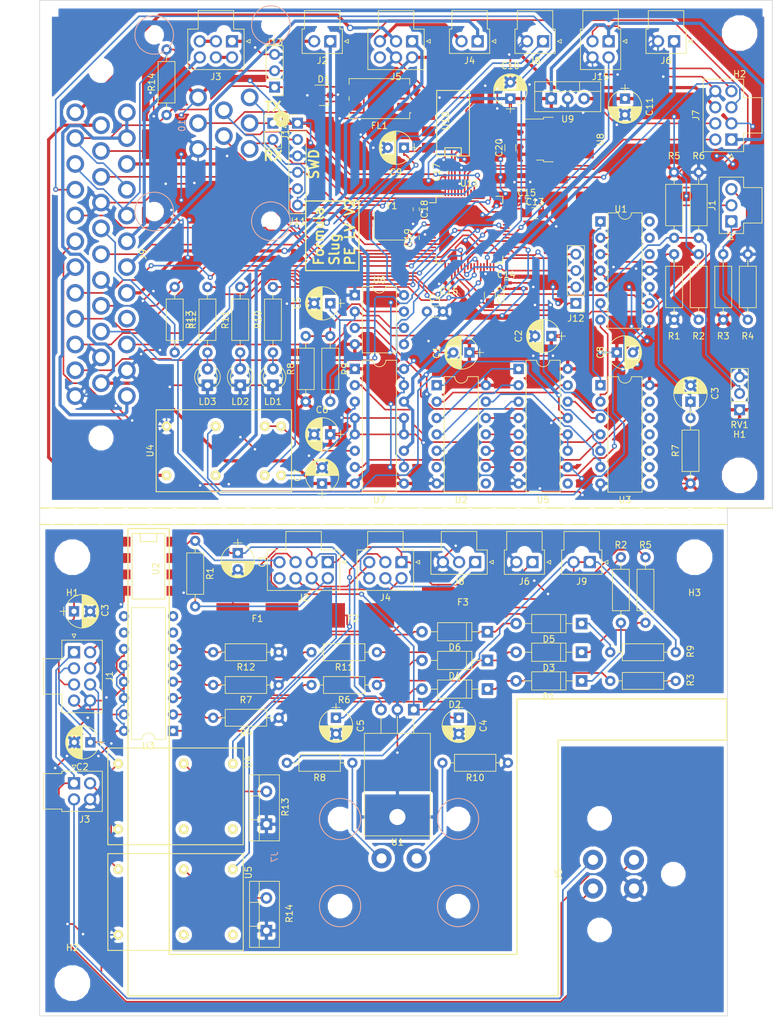
<source format=kicad_pcb>
(kicad_pcb (version 4) (host pcbnew 4.0.7)
  (layers (0 F.Cu signal) (31 B.Cu signal) (34 B.Paste user) (35 F.Paste user) (36 B.SilkS user) (37 F.SilkS user) (38 B.Mask user) (39 F.Mask user) (44 Edge.Cuts user))
  (net 0 "")
  (net 1 +5V)
  (net 2 GND)
  (net 3 "Net-(C3-Pad1)")
  (net 4 "Net-(C4-Pad1)")
  (net 5 "Net-(C5-Pad1)")
  (net 6 +12V)
  (net 7 /VCAP_1)
  (net 8 /VCAP_2)
  (net 9 +3V3)
  (net 10 /CAN_H)
  (net 11 /BSPD_FLT)
  (net 12 /SIG_BRAKELT)
  (net 13 /BSPD_FLT_H)
  (net 14 /BRAKELT_H)
  (net 15 /TIMER_H)
  (net 16 /TIMER)
  (net 17 /AIRS_BSPD_OUT)
  (net 18 /AIRS_BEAM_OUT)
  (net 19 /AIRS_3PHASE_OUT)
  (net 20 /AIRS_PEINTERLOCKS_OUT)
  (net 21 /AIRS_ACC_OUT)
  (net 22 /AIRS_LEFTESTOP_OUT)
  (net 23 /12V_SRC)
  (net 24 /12V_LVMS)
  (net 25 /AIRS_FINAL)
  (net 26 /SIG_TSAL)
  (net 27 /CAN_TX_TS)
  (net 28 /CAN_RX_TS)
  (net 29 /BSPD_RESET)
  (net 30 /SIG_STEER)
  (net 31 /LED_IMD)
  (net 32 /LED_AMS)
  (net 33 /LED_BSPD)
  (net 34 /BUTTON_2)
  (net 35 /BUTTON_1)
  (net 36 /BUTTON_3)
  (net 37 /AIRS_DASH_OUT)
  (net 38 /AIRS_BOTS_OUT)
  (net 39 /SIG_BSE)
  (net 40 /SIG_CURRENT)
  (net 41 "Net-(R1-Pad2)")
  (net 42 "Net-(R5-Pad2)")
  (net 43 "Net-(R8-Pad2)")
  (net 44 /STATUS_LED_1)
  (net 45 /STATUS_LED_2)
  (net 46 /BSPD_CURRENT)
  (net 47 /BSPD_BRAKE)
  (net 48 "Net-(U2-Pad1)")
  (net 49 "Net-(U2-Pad2)")
  (net 50 "Net-(U2-Pad9)")
  (net 51 "Net-(U2-Pad3)")
  (net 52 "Net-(U2-Pad10)")
  (net 53 "Net-(U2-Pad4)")
  (net 54 "Net-(U2-Pad11)")
  (net 55 "Net-(U2-Pad5)")
  (net 56 "Net-(U2-Pad12)")
  (net 57 "Net-(U2-Pad13)")
  (net 58 /BSPD_SIG)
  (net 59 /BSPD_FLT_LATCHED)
  (net 60 /CLK)
  (net 61 /CAN_RX_GLV)
  (net 62 /CAN_TX_GLV)
  (net 63 /XTAL)
  (net 64 /SIG_RTDS)
  (net 65 /SWDIO)
  (net 66 /SWCLK)
  (net 67 /UART_TX)
  (net 68 /UART_RX)
  (net 69 "Net-(J1-Pad1)")
  (net 70 "Net-(J1-Pad2)")
  (net 71 "Net-(J9-Pad17)")
  (net 72 /NRST)
  (net 73 /CAN_L)
  (net 74 /SWO)
  (net 75 /STATUS_LED_3)
  (net 76 "Net-(LD1-Pad2)")
  (net 77 "Net-(LD2-Pad2)")
  (net 78 "Net-(LD3-Pad2)")
  (net 79 /SIG_APPS_A)
  (net 80 /SIG_APPS_B)
  (net 81 /PA4)
  (net 82 /PA5)
  (net 83 /PA7)
  (net 84 /PC4)
  (net 85 /AIRS_3PHASE1_OUT)
  (net 86 /CAN_H_PRE)
  (net 87 /CAN_L_PRE)
  (net 88 /5V_GLV)
  (net 89 /3.3V_GLV)
  (net 90 /CAN+)
  (net 91 /TS-)
  (net 92 /5V_TS)
  (net 93 "Net-(D1-Pad1)")
  (net 94 "Net-(D1-Pad2)")
  (net 95 "Net-(D2-Pad2)")
  (net 96 "Net-(D3-Pad1)")
  (net 97 "Net-(D3-Pad2)")
  (net 98 "Net-(D4-Pad2)")
  (net 99 "Net-(D5-Pad1)")
  (net 100 "Net-(D5-Pad2)")
  (net 101 "Net-(D6-Pad2)")
  (net 102 "Net-(F1-Pad2)")
  (net 103 /TS+_SWITCHED_L)
  (net 104 "Net-(F2-Pad2)")
  (net 105 /TS+_SWITCHED_R)
  (net 106 /TS+_FUSED)
  (net 107 /TS+)
  (net 108 /CAN_TX)
  (net 109 /CAN_RX)
  (net 110 /CAN_H_BOARD)
  (net 111 /CAN_L_BOARD)
  (net 112 /CAN_H_CONTROLLER)
  (net 113 /CAN_L_CONTROLLER)
  (net 114 /EM_SIG+)
  (net 115 /EM_SIG-)
  (net 116 /CAN_H_DEBUG)
  (net 117 /CAN_L_DEBUG)
  (net 118 "Net-(J7-Pad1)")
  (net 119 "Net-(J7-Pad2)")
  (net 120 "Net-(R13-Pad2)")
  (net 121 "Net-(R3-Pad2)")
  (net 122 "Net-(R6-Pad2)")
  (net 123 "Net-(R11-Pad2)")
  (net 124 "Net-(R14-Pad2)")
  (module Mounting_Holes:MountingHole_2.5mm (layer F.Cu) (at 120.396 114.808)
    (fp_text reference REF** hide)
    (fp_text value MountingHole_2.5mm)
    (pad 1 np_thru_hole circle (at 0 0) (size 2.5 2.5) (drill 2.5) (layers *.Cu *.Mask))
  )
  (module Mounting_Holes:MountingHole_2.5mm (layer F.Cu) (at 124.206 114.808)
    (fp_text reference REF** hide)
    (fp_text value MountingHole_2.5mm)
    (pad 1 np_thru_hole circle (at 0 0) (size 2.5 2.5) (drill 2.5) (layers *.Cu *.Mask))
  )
  (module Mounting_Holes:MountingHole_2.5mm (layer F.Cu) (at 131.826 114.808)
    (fp_text reference REF** hide)
    (fp_text value MountingHole_2.5mm)
    (pad 1 np_thru_hole circle (at 0 0) (size 2.5 2.5) (drill 2.5) (layers *.Cu *.Mask))
  )
  (module Mounting_Holes:MountingHole_2.5mm (layer F.Cu) (at 128.016 114.808)
    (fp_text reference REF** hide)
    (fp_text value MountingHole_2.5mm)
    (pad 1 np_thru_hole circle (at 0 0) (size 2.5 2.5) (drill 2.5) (layers *.Cu *.Mask))
  )
  (module Mounting_Holes:MountingHole_2.5mm (layer F.Cu) (at 143.256 114.808)
    (fp_text reference REF** hide)
    (fp_text value MountingHole_2.5mm)
    (pad 1 np_thru_hole circle (at 0 0) (size 2.5 2.5) (drill 2.5) (layers *.Cu *.Mask))
  )
  (module Mounting_Holes:MountingHole_2.5mm (layer F.Cu) (at 147.066 114.808)
    (fp_text reference REF** hide)
    (fp_text value MountingHole_2.5mm)
    (pad 1 np_thru_hole circle (at 0 0) (size 2.5 2.5) (drill 2.5) (layers *.Cu *.Mask))
  )
  (module Mounting_Holes:MountingHole_2.5mm (layer F.Cu) (at 139.446 114.808)
    (fp_text reference REF** hide)
    (fp_text value MountingHole_2.5mm)
    (pad 1 np_thru_hole circle (at 0 0) (size 2.5 2.5) (drill 2.5) (layers *.Cu *.Mask))
  )
  (module Mounting_Holes:MountingHole_2.5mm (layer F.Cu) (at 135.636 114.808)
    (fp_text reference REF** hide)
    (fp_text value MountingHole_2.5mm)
    (pad 1 np_thru_hole circle (at 0 0) (size 2.5 2.5) (drill 2.5) (layers *.Cu *.Mask))
  )
  (module Mounting_Holes:MountingHole_2.5mm (layer F.Cu) (at 158.496 114.808)
    (fp_text reference REF** hide)
    (fp_text value MountingHole_2.5mm)
    (pad 1 np_thru_hole circle (at 0 0) (size 2.5 2.5) (drill 2.5) (layers *.Cu *.Mask))
  )
  (module Mounting_Holes:MountingHole_2.5mm (layer F.Cu) (at 162.306 114.808)
    (fp_text reference REF** hide)
    (fp_text value MountingHole_2.5mm)
    (pad 1 np_thru_hole circle (at 0 0) (size 2.5 2.5) (drill 2.5) (layers *.Cu *.Mask))
  )
  (module Mounting_Holes:MountingHole_2.5mm (layer F.Cu) (at 154.686 114.808)
    (fp_text reference REF** hide)
    (fp_text value MountingHole_2.5mm)
    (pad 1 np_thru_hole circle (at 0 0) (size 2.5 2.5) (drill 2.5) (layers *.Cu *.Mask))
  )
  (module Mounting_Holes:MountingHole_2.5mm (layer F.Cu) (at 150.876 114.808)
    (fp_text reference REF** hide)
    (fp_text value MountingHole_2.5mm)
    (pad 1 np_thru_hole circle (at 0 0) (size 2.5 2.5) (drill 2.5) (layers *.Cu *.Mask))
  )
  (module Mounting_Holes:MountingHole_2.5mm (layer F.Cu) (at 89.916 114.808)
    (fp_text reference REF** hide)
    (fp_text value MountingHole_2.5mm)
    (pad 1 np_thru_hole circle (at 0 0) (size 2.5 2.5) (drill 2.5) (layers *.Cu *.Mask))
  )
  (module Mounting_Holes:MountingHole_2.5mm (layer F.Cu) (at 93.726 114.808)
    (fp_text reference REF** hide)
    (fp_text value MountingHole_2.5mm)
    (pad 1 np_thru_hole circle (at 0 0) (size 2.5 2.5) (drill 2.5) (layers *.Cu *.Mask))
  )
  (module Mounting_Holes:MountingHole_2.5mm (layer F.Cu) (at 101.346 114.808)
    (fp_text reference REF** hide)
    (fp_text value MountingHole_2.5mm)
    (pad 1 np_thru_hole circle (at 0 0) (size 2.5 2.5) (drill 2.5) (layers *.Cu *.Mask))
  )
  (module Mounting_Holes:MountingHole_2.5mm (layer F.Cu) (at 97.536 114.808)
    (fp_text reference REF** hide)
    (fp_text value MountingHole_2.5mm)
    (pad 1 np_thru_hole circle (at 0 0) (size 2.5 2.5) (drill 2.5) (layers *.Cu *.Mask))
  )
  (module Mounting_Holes:MountingHole_2.5mm (layer F.Cu) (at 112.776 114.808)
    (fp_text reference REF** hide)
    (fp_text value MountingHole_2.5mm)
    (pad 1 np_thru_hole circle (at 0 0) (size 2.5 2.5) (drill 2.5) (layers *.Cu *.Mask))
  )
  (module Mounting_Holes:MountingHole_2.5mm (layer F.Cu) (at 116.586 114.808)
    (fp_text reference REF** hide)
    (fp_text value MountingHole_2.5mm)
    (pad 1 np_thru_hole circle (at 0 0) (size 2.5 2.5) (drill 2.5) (layers *.Cu *.Mask))
  )
  (module Mounting_Holes:MountingHole_2.5mm (layer F.Cu) (at 108.966 114.808)
    (fp_text reference REF** hide)
    (fp_text value MountingHole_2.5mm)
    (pad 1 np_thru_hole circle (at 0 0) (size 2.5 2.5) (drill 2.5) (layers *.Cu *.Mask))
  )
  (module Mounting_Holes:MountingHole_2.5mm (layer F.Cu) (at 105.156 114.808)
    (fp_text reference REF** hide)
    (fp_text value MountingHole_2.5mm)
    (pad 1 np_thru_hole circle (at 0 0) (size 2.5 2.5) (drill 2.5) (layers *.Cu *.Mask))
  )
  (module Mounting_Holes:MountingHole_2.5mm (layer F.Cu) (at 74.676 114.808)
    (fp_text reference REF** hide)
    (fp_text value MountingHole_2.5mm)
    (pad 1 np_thru_hole circle (at 0 0) (size 2.5 2.5) (drill 2.5) (layers *.Cu *.Mask))
  )
  (module Mounting_Holes:MountingHole_2.5mm (layer F.Cu) (at 78.486 114.808)
    (fp_text reference REF** hide)
    (fp_text value MountingHole_2.5mm)
    (pad 1 np_thru_hole circle (at 0 0) (size 2.5 2.5) (drill 2.5) (layers *.Cu *.Mask))
  )
  (module Mounting_Holes:MountingHole_2.5mm (layer F.Cu) (at 86.106 114.808)
    (fp_text reference REF** hide)
    (fp_text value MountingHole_2.5mm)
    (pad 1 np_thru_hole circle (at 0 0) (size 2.5 2.5) (drill 2.5) (layers *.Cu *.Mask))
  )
  (module Mounting_Holes:MountingHole_2.5mm (layer F.Cu) (at 82.296 114.808)
    (fp_text reference REF** hide)
    (fp_text value MountingHole_2.5mm)
    (pad 1 np_thru_hole circle (at 0 0) (size 2.5 2.5) (drill 2.5) (layers *.Cu *.Mask))
  )
  (module Mounting_Holes:MountingHole_2.5mm (layer F.Cu) (at 67.056 114.808)
    (fp_text reference REF** hide)
    (fp_text value MountingHole_2.5mm)
    (pad 1 np_thru_hole circle (at 0 0) (size 2.5 2.5) (drill 2.5) (layers *.Cu *.Mask))
  )
  (module Mounting_Holes:MountingHole_2.5mm (layer F.Cu) (at 70.866 114.808)
    (fp_text reference REF** hide)
    (fp_text value MountingHole_2.5mm)
    (pad 1 np_thru_hole circle (at 0 0) (size 2.5 2.5) (drill 2.5) (layers *.Cu *.Mask))
  )
  (module Mounting_Holes:MountingHole_2.5mm (layer F.Cu) (at 63.246 114.808)
    (fp_text reference REF** hide)
    (fp_text value MountingHole_2.5mm)
    (pad 1 np_thru_hole circle (at 0 0) (size 2.5 2.5) (drill 2.5) (layers *.Cu *.Mask))
  )
  (module Connectors_Molex:Molex_NanoFit_2x04x2.50mm_Straight (layer F.Cu) (at 164.846 56.388 90)
    (fp_text reference J7 (at 3.75 -5.5 90) (layer F.SilkS))
    (fp_text value "To PE HV")
    (pad 1 thru_hole rect (at 0 0 90) (size 1.9 1.9) (drill 1.2) (layers *.Cu *.Mask) (net 6 +12V))
    (pad 2 thru_hole circle (at 2.5 0 90) (size 1.9 1.9) (drill 1.2) (layers *.Cu *.Mask) (net 1 +5V))
    (pad 3 thru_hole circle (at 5 0 90) (size 1.9 1.9) (drill 1.2) (layers *.Cu *.Mask) (net 9 +3V3))
    (pad 4 thru_hole circle (at 7.5 0 90) (size 1.9 1.9) (drill 1.2) (layers *.Cu *.Mask) (net 26 /SIG_TSAL))
    (pad 5 thru_hole circle (at 0 -2.5 90) (size 1.9 1.9) (drill 1.2) (layers *.Cu *.Mask) (net 28 /CAN_RX_TS))
    (pad 6 thru_hole circle (at 2.5 -2.5 90) (size 1.9 1.9) (drill 1.2) (layers *.Cu *.Mask) (net 27 /CAN_TX_TS))
    (pad 7 thru_hole circle (at 5 -2.5 90) (size 1.9 1.9) (drill 1.2) (layers *.Cu *.Mask) (net 25 /AIRS_FINAL))
    (pad 8 thru_hole circle (at 7.5 -2.5 90) (size 1.9 1.9) (drill 1.2) (layers *.Cu *.Mask) (net 2 GND))
    (pad "" np_thru_hole circle (at 3.75 1.34 90) (size 1.3 1.3) (drill 1.3) (layers *.Cu *.Mask))
  )
  (module Capacitors_SMD:C_0805_HandSoldering (layer F.Cu) (at 127.381 80.518 270)
    (fp_text reference C12 (at 0 -1.75 270) (layer F.SilkS))
    (fp_text value 2.2uF)
    (pad 1 smd rect (at -1.25 0 270) (size 1.5 1.25) (layers F.Cu F.Paste F.Mask) (net 7 /VCAP_1))
    (pad 2 smd rect (at 1.25 0 270) (size 1.5 1.25) (layers F.Cu F.Paste F.Mask) (net 2 GND))
  )
  (module Capacitors_SMD:C_0402 (layer F.Cu) (at 129.921 78.613)
    (fp_text reference C14 (at 0 -1.27) (layer F.SilkS))
    (fp_text value 0.1uF)
    (pad 1 smd rect (at -0.55 0) (size 0.6 0.5) (layers F.Cu F.Paste F.Mask) (net 9 +3V3))
    (pad 2 smd rect (at 0.55 0) (size 0.6 0.5) (layers F.Cu F.Paste F.Mask) (net 2 GND))
  )
  (module Capacitors_SMD:C_0402 (layer F.Cu) (at 133.096 65.913)
    (fp_text reference C15 (at 0 -1.27) (layer F.SilkS))
    (fp_text value 0.1uF)
    (pad 1 smd rect (at -0.55 0) (size 0.6 0.5) (layers F.Cu F.Paste F.Mask) (net 9 +3V3))
    (pad 2 smd rect (at 0.55 0) (size 0.6 0.5) (layers F.Cu F.Paste F.Mask) (net 2 GND))
  )
  (module Capacitors_SMD:C_0402 (layer F.Cu) (at 121.031 78.613 180)
    (fp_text reference C16 (at 0 -1.27 180) (layer F.SilkS))
    (fp_text value 0.1uF)
    (pad 1 smd rect (at -0.55 0 180) (size 0.6 0.5) (layers F.Cu F.Paste F.Mask) (net 9 +3V3))
    (pad 2 smd rect (at 0.55 0 180) (size 0.6 0.5) (layers F.Cu F.Paste F.Mask) (net 2 GND))
  )
  (module Capacitors_SMD:C_0402 (layer F.Cu) (at 120.396 61.468 90)
    (fp_text reference C17 (at 0 -1.27 90) (layer F.SilkS))
    (fp_text value 0.1uF)
    (pad 1 smd rect (at -0.55 0 90) (size 0.6 0.5) (layers F.Cu F.Paste F.Mask) (net 9 +3V3))
    (pad 2 smd rect (at 0.55 0 90) (size 0.6 0.5) (layers F.Cu F.Paste F.Mask) (net 2 GND))
  )
  (module Capacitors_SMD:C_0402 (layer F.Cu) (at 115.951 67.183 270)
    (fp_text reference C18 (at 0 -1.27 270) (layer F.SilkS))
    (fp_text value 0.1uF)
    (pad 1 smd rect (at -0.55 0 270) (size 0.6 0.5) (layers F.Cu F.Paste F.Mask) (net 9 +3V3))
    (pad 2 smd rect (at 0.55 0 270) (size 0.6 0.5) (layers F.Cu F.Paste F.Mask) (net 2 GND))
  )
  (module TO_SOT_Packages_SMD:SOT-23 (layer F.Cu) (at 101.6 49.53)
    (fp_text reference D1 (at 0 -2.5) (layer F.SilkS))
    (fp_text value D_TVS_x2_AAC)
    (pad 1 smd rect (at -1 -0.95) (size 0.9 0.8) (layers F.Cu F.Paste F.Mask) (net 73 /CAN_L))
    (pad 2 smd rect (at -1 0.95) (size 0.9 0.8) (layers F.Cu F.Paste F.Mask) (net 10 /CAN_H))
    (pad 3 smd rect (at 1 0) (size 0.9 0.8) (layers F.Cu F.Paste F.Mask) (net 2 GND))
  )
  (module Housings_DIP:DIP-14_W7.62mm (layer F.Cu) (at 144.526 69.088)
    (fp_text reference U1 (at 3.175 -1.905) (layer F.SilkS))
    (fp_text value MCP6004)
    (pad 1 thru_hole rect (at 0 0) (size 1.6 1.6) (drill 0.8) (layers *.Cu *.Mask) (net 46 /BSPD_CURRENT))
    (pad 8 thru_hole oval (at 7.62 15.24) (size 1.6 1.6) (drill 0.8) (layers *.Cu *.Mask) (net 16 /TIMER))
    (pad 2 thru_hole oval (at 0 2.54) (size 1.6 1.6) (drill 0.8) (layers *.Cu *.Mask) (net 70 "Net-(J1-Pad2)"))
    (pad 9 thru_hole oval (at 7.62 12.7) (size 1.6 1.6) (drill 0.8) (layers *.Cu *.Mask) (net 9 +3V3))
    (pad 3 thru_hole oval (at 0 5.08) (size 1.6 1.6) (drill 0.8) (layers *.Cu *.Mask) (net 41 "Net-(R1-Pad2)"))
    (pad 10 thru_hole oval (at 7.62 10.16) (size 1.6 1.6) (drill 0.8) (layers *.Cu *.Mask) (net 3 "Net-(C3-Pad1)"))
    (pad 4 thru_hole oval (at 0 7.62) (size 1.6 1.6) (drill 0.8) (layers *.Cu *.Mask) (net 1 +5V))
    (pad 11 thru_hole oval (at 7.62 7.62) (size 1.6 1.6) (drill 0.8) (layers *.Cu *.Mask) (net 2 GND))
    (pad 5 thru_hole oval (at 0 10.16) (size 1.6 1.6) (drill 0.8) (layers *.Cu *.Mask) (net 42 "Net-(R5-Pad2)"))
    (pad 12 thru_hole oval (at 7.62 5.08) (size 1.6 1.6) (drill 0.8) (layers *.Cu *.Mask))
    (pad 6 thru_hole oval (at 0 12.7) (size 1.6 1.6) (drill 0.8) (layers *.Cu *.Mask) (net 39 /SIG_BSE))
    (pad 13 thru_hole oval (at 7.62 2.54) (size 1.6 1.6) (drill 0.8) (layers *.Cu *.Mask))
    (pad 7 thru_hole oval (at 0 15.24) (size 1.6 1.6) (drill 0.8) (layers *.Cu *.Mask) (net 47 /BSPD_BRAKE))
    (pad 14 thru_hole oval (at 7.62 0) (size 1.6 1.6) (drill 0.8) (layers *.Cu *.Mask))
  )
  (module Housings_DIP:DIP-14_W7.62mm (layer F.Cu) (at 119.126 94.488)
    (fp_text reference U2 (at 3.81 17.78) (layer F.SilkS))
    (fp_text value 4072)
    (pad 1 thru_hole rect (at 0 0) (size 1.6 1.6) (drill 0.8) (layers *.Cu *.Mask) (net 48 "Net-(U2-Pad1)"))
    (pad 8 thru_hole oval (at 7.62 15.24) (size 1.6 1.6) (drill 0.8) (layers *.Cu *.Mask))
    (pad 2 thru_hole oval (at 0 2.54) (size 1.6 1.6) (drill 0.8) (layers *.Cu *.Mask) (net 49 "Net-(U2-Pad2)"))
    (pad 9 thru_hole oval (at 7.62 12.7) (size 1.6 1.6) (drill 0.8) (layers *.Cu *.Mask) (net 50 "Net-(U2-Pad9)"))
    (pad 3 thru_hole oval (at 0 5.08) (size 1.6 1.6) (drill 0.8) (layers *.Cu *.Mask) (net 51 "Net-(U2-Pad3)"))
    (pad 10 thru_hole oval (at 7.62 10.16) (size 1.6 1.6) (drill 0.8) (layers *.Cu *.Mask) (net 52 "Net-(U2-Pad10)"))
    (pad 4 thru_hole oval (at 0 7.62) (size 1.6 1.6) (drill 0.8) (layers *.Cu *.Mask) (net 53 "Net-(U2-Pad4)"))
    (pad 11 thru_hole oval (at 7.62 7.62) (size 1.6 1.6) (drill 0.8) (layers *.Cu *.Mask) (net 54 "Net-(U2-Pad11)"))
    (pad 5 thru_hole oval (at 0 10.16) (size 1.6 1.6) (drill 0.8) (layers *.Cu *.Mask) (net 55 "Net-(U2-Pad5)"))
    (pad 12 thru_hole oval (at 7.62 5.08) (size 1.6 1.6) (drill 0.8) (layers *.Cu *.Mask) (net 56 "Net-(U2-Pad12)"))
    (pad 6 thru_hole oval (at 0 12.7) (size 1.6 1.6) (drill 0.8) (layers *.Cu *.Mask))
    (pad 13 thru_hole oval (at 7.62 2.54) (size 1.6 1.6) (drill 0.8) (layers *.Cu *.Mask) (net 57 "Net-(U2-Pad13)"))
    (pad 7 thru_hole oval (at 0 15.24) (size 1.6 1.6) (drill 0.8) (layers *.Cu *.Mask) (net 2 GND))
    (pad 14 thru_hole oval (at 7.62 0) (size 1.6 1.6) (drill 0.8) (layers *.Cu *.Mask) (net 1 +5V))
  )
  (module FSFootprints:DE1A1B-L2-12V (layer F.Cu) (at 84.836 100.838 270)
    (fp_text reference U4 (at 3.81 10.16 270) (layer F.SilkS))
    (fp_text value DE1A1B-L2-12V)
    (pad 7 thru_hole circle (at 7.62 -7.62 270) (size 1.524 1.524) (drill 0.762) (layers *.Cu *.Mask F.SilkS) (net 29 /BSPD_RESET))
    (pad 2 thru_hole circle (at 0 -7.62 270) (size 1.524 1.524) (drill 0.762) (layers *.Cu *.Mask F.SilkS) (net 15 /TIMER_H))
    (pad 1 thru_hole circle (at 0 -10.16 270) (size 1.524 1.524) (drill 0.762) (layers *.Cu *.Mask F.SilkS) (net 15 /TIMER_H))
    (pad 3 thru_hole circle (at 0 0 270) (size 1.524 1.524) (drill 0.762) (layers *.Cu *.Mask F.SilkS) (net 59 /BSPD_FLT_LATCHED))
    (pad 4 thru_hole circle (at 0 7.62 270) (size 1.524 1.524) (drill 0.762) (layers *.Cu *.Mask F.SilkS) (net 2 GND))
    (pad 8 thru_hole circle (at 7.62 -10.16 270) (size 1.524 1.524) (drill 0.762) (layers *.Cu *.Mask F.SilkS) (net 13 /BSPD_FLT_H))
    (pad 6 thru_hole circle (at 7.62 0 270) (size 1.524 1.524) (drill 0.762) (layers *.Cu *.Mask F.SilkS) (net 17 /AIRS_BSPD_OUT))
    (pad 5 thru_hole circle (at 7.62 7.62 270) (size 1.524 1.524) (drill 0.762) (layers *.Cu *.Mask F.SilkS) (net 38 /AIRS_BOTS_OUT))
  )
  (module Housings_DIP:DIP-16_W7.62mm (layer F.Cu) (at 131.826 91.948)
    (fp_text reference U5 (at 3.81 20.32) (layer F.SilkS))
    (fp_text value 74HC595)
    (pad 1 thru_hole rect (at 0 0) (size 1.6 1.6) (drill 0.8) (layers *.Cu *.Mask) (net 51 "Net-(U2-Pad3)"))
    (pad 9 thru_hole oval (at 7.62 17.78) (size 1.6 1.6) (drill 0.8) (layers *.Cu *.Mask))
    (pad 2 thru_hole oval (at 0 2.54) (size 1.6 1.6) (drill 0.8) (layers *.Cu *.Mask) (net 53 "Net-(U2-Pad4)"))
    (pad 10 thru_hole oval (at 7.62 15.24) (size 1.6 1.6) (drill 0.8) (layers *.Cu *.Mask) (net 1 +5V))
    (pad 3 thru_hole oval (at 0 5.08) (size 1.6 1.6) (drill 0.8) (layers *.Cu *.Mask) (net 55 "Net-(U2-Pad5)"))
    (pad 11 thru_hole oval (at 7.62 12.7) (size 1.6 1.6) (drill 0.8) (layers *.Cu *.Mask) (net 60 /CLK))
    (pad 4 thru_hole oval (at 0 7.62) (size 1.6 1.6) (drill 0.8) (layers *.Cu *.Mask) (net 56 "Net-(U2-Pad12)"))
    (pad 12 thru_hole oval (at 7.62 10.16) (size 1.6 1.6) (drill 0.8) (layers *.Cu *.Mask) (net 60 /CLK))
    (pad 5 thru_hole oval (at 0 10.16) (size 1.6 1.6) (drill 0.8) (layers *.Cu *.Mask) (net 54 "Net-(U2-Pad11)"))
    (pad 13 thru_hole oval (at 7.62 7.62) (size 1.6 1.6) (drill 0.8) (layers *.Cu *.Mask) (net 2 GND))
    (pad 6 thru_hole oval (at 0 12.7) (size 1.6 1.6) (drill 0.8) (layers *.Cu *.Mask) (net 52 "Net-(U2-Pad10)"))
    (pad 14 thru_hole oval (at 7.62 5.08) (size 1.6 1.6) (drill 0.8) (layers *.Cu *.Mask) (net 58 /BSPD_SIG))
    (pad 7 thru_hole oval (at 0 15.24) (size 1.6 1.6) (drill 0.8) (layers *.Cu *.Mask) (net 50 "Net-(U2-Pad9)"))
    (pad 15 thru_hole oval (at 7.62 2.54) (size 1.6 1.6) (drill 0.8) (layers *.Cu *.Mask) (net 49 "Net-(U2-Pad2)"))
    (pad 8 thru_hole oval (at 0 17.78) (size 1.6 1.6) (drill 0.8) (layers *.Cu *.Mask) (net 2 GND))
    (pad 16 thru_hole oval (at 7.62 0) (size 1.6 1.6) (drill 0.8) (layers *.Cu *.Mask) (net 1 +5V))
  )
  (module Housings_DIP:DIP-8_W7.62mm (layer F.Cu) (at 106.426 80.518)
    (fp_text reference U6 (at 3.81 -2.33) (layer F.SilkS))
    (fp_text value LM555N)
    (pad 1 thru_hole rect (at 0 0) (size 1.6 1.6) (drill 0.8) (layers *.Cu *.Mask) (net 2 GND))
    (pad 5 thru_hole oval (at 7.62 7.62) (size 1.6 1.6) (drill 0.8) (layers *.Cu *.Mask) (net 4 "Net-(C4-Pad1)"))
    (pad 2 thru_hole oval (at 0 2.54) (size 1.6 1.6) (drill 0.8) (layers *.Cu *.Mask) (net 5 "Net-(C5-Pad1)"))
    (pad 6 thru_hole oval (at 7.62 5.08) (size 1.6 1.6) (drill 0.8) (layers *.Cu *.Mask) (net 5 "Net-(C5-Pad1)"))
    (pad 3 thru_hole oval (at 0 5.08) (size 1.6 1.6) (drill 0.8) (layers *.Cu *.Mask) (net 60 /CLK))
    (pad 7 thru_hole oval (at 7.62 2.54) (size 1.6 1.6) (drill 0.8) (layers *.Cu *.Mask) (net 43 "Net-(R8-Pad2)"))
    (pad 4 thru_hole oval (at 0 7.62) (size 1.6 1.6) (drill 0.8) (layers *.Cu *.Mask) (net 1 +5V))
    (pad 8 thru_hole oval (at 7.62 0) (size 1.6 1.6) (drill 0.8) (layers *.Cu *.Mask) (net 1 +5V))
  )
  (module Crystals:Crystal_SMD_3225-4pin_3.2x2.5mm_HandSoldering (layer F.Cu) (at 112.141 69.723)
    (fp_text reference Y1 (at 0 -3.05) (layer F.SilkS))
    (fp_text value 8MHz)
    (pad 1 smd rect (at -1.45 1.15) (size 2.1 1.8) (layers F.Cu F.Paste F.Mask))
    (pad 2 smd rect (at 1.45 1.15) (size 2.1 1.8) (layers F.Cu F.Paste F.Mask) (net 2 GND))
    (pad 3 smd rect (at 1.45 -1.15) (size 2.1 1.8) (layers F.Cu F.Paste F.Mask) (net 63 /XTAL))
    (pad 4 smd rect (at -1.45 -1.15) (size 2.1 1.8) (layers F.Cu F.Paste F.Mask) (net 9 +3V3))
  )
  (module Housings_DIP:DIP-14_W7.62mm (layer F.Cu) (at 144.526 94.488)
    (fp_text reference U3 (at 3.81 17.78) (layer F.SilkS))
    (fp_text value 4071)
    (pad 1 thru_hole rect (at 0 0) (size 1.6 1.6) (drill 0.8) (layers *.Cu *.Mask) (net 46 /BSPD_CURRENT))
    (pad 8 thru_hole oval (at 7.62 15.24) (size 1.6 1.6) (drill 0.8) (layers *.Cu *.Mask))
    (pad 2 thru_hole oval (at 0 2.54) (size 1.6 1.6) (drill 0.8) (layers *.Cu *.Mask) (net 47 /BSPD_BRAKE))
    (pad 9 thru_hole oval (at 7.62 12.7) (size 1.6 1.6) (drill 0.8) (layers *.Cu *.Mask))
    (pad 3 thru_hole oval (at 0 5.08) (size 1.6 1.6) (drill 0.8) (layers *.Cu *.Mask) (net 58 /BSPD_SIG))
    (pad 10 thru_hole oval (at 7.62 10.16) (size 1.6 1.6) (drill 0.8) (layers *.Cu *.Mask))
    (pad 4 thru_hole oval (at 0 7.62) (size 1.6 1.6) (drill 0.8) (layers *.Cu *.Mask) (net 11 /BSPD_FLT))
    (pad 11 thru_hole oval (at 7.62 7.62) (size 1.6 1.6) (drill 0.8) (layers *.Cu *.Mask))
    (pad 5 thru_hole oval (at 0 10.16) (size 1.6 1.6) (drill 0.8) (layers *.Cu *.Mask) (net 48 "Net-(U2-Pad1)"))
    (pad 12 thru_hole oval (at 7.62 5.08) (size 1.6 1.6) (drill 0.8) (layers *.Cu *.Mask))
    (pad 6 thru_hole oval (at 0 12.7) (size 1.6 1.6) (drill 0.8) (layers *.Cu *.Mask) (net 57 "Net-(U2-Pad13)"))
    (pad 13 thru_hole oval (at 7.62 2.54) (size 1.6 1.6) (drill 0.8) (layers *.Cu *.Mask))
    (pad 7 thru_hole oval (at 0 15.24) (size 1.6 1.6) (drill 0.8) (layers *.Cu *.Mask) (net 2 GND))
    (pad 14 thru_hole oval (at 7.62 0) (size 1.6 1.6) (drill 0.8) (layers *.Cu *.Mask) (net 1 +5V))
  )
  (module Connectors_Molex:Molex_NanoFit_1x03x2.50mm_Straight (layer F.Cu) (at 164.846 69.088 90)
    (fp_text reference J1 (at 2.5 -3 90) (layer F.SilkS))
    (fp_text value "BSPD Test Jumper")
    (pad 1 thru_hole rect (at 0 0 90) (size 1.9 1.9) (drill 1.2) (layers *.Cu *.Mask) (net 69 "Net-(J1-Pad1)"))
    (pad 2 thru_hole circle (at 2.5 0 90) (size 1.9 1.9) (drill 1.2) (layers *.Cu *.Mask) (net 70 "Net-(J1-Pad2)"))
    (pad 3 thru_hole circle (at 5 0 90) (size 1.9 1.9) (drill 1.2) (layers *.Cu *.Mask) (net 40 /SIG_CURRENT))
    (pad "" np_thru_hole circle (at 1.25 1.34 90) (size 1.3 1.3) (drill 1.3) (layers *.Cu *.Mask))
  )
  (module Connectors_Molex:Molex_NanoFit_1x02x2.50mm_Straight (layer F.Cu) (at 102.616 41.148 180)
    (fp_text reference J2 (at 1.25 -3 180) (layer F.SilkS))
    (fp_text value "Beam Interlock")
    (pad 1 thru_hole rect (at 0 0 180) (size 1.9 1.9) (drill 1.2) (layers *.Cu *.Mask) (net 17 /AIRS_BSPD_OUT))
    (pad 2 thru_hole circle (at 2.5 0 180) (size 1.9 1.9) (drill 1.2) (layers *.Cu *.Mask) (net 18 /AIRS_BEAM_OUT))
    (pad "" np_thru_hole circle (at 1.25 1.34 180) (size 1.3 1.3) (drill 1.3) (layers *.Cu *.Mask))
  )
  (module Connectors_Molex:Molex_NanoFit_1x02x2.50mm_Straight (layer F.Cu) (at 125.476 41.148 180)
    (fp_text reference J4 (at 1.25 -3 180) (layer F.SilkS))
    (fp_text value "To Left Panel")
    (pad 1 thru_hole rect (at 0 0 180) (size 1.9 1.9) (drill 1.2) (layers *.Cu *.Mask) (net 21 /AIRS_ACC_OUT))
    (pad 2 thru_hole circle (at 2.5 0 180) (size 1.9 1.9) (drill 1.2) (layers *.Cu *.Mask) (net 22 /AIRS_LEFTESTOP_OUT))
    (pad "" np_thru_hole circle (at 1.25 1.34 180) (size 1.3 1.3) (drill 1.3) (layers *.Cu *.Mask))
  )
  (module Connectors_Molex:Molex_NanoFit_1x02x2.50mm_Straight (layer F.Cu) (at 155.956 41.148 180)
    (fp_text reference J6 (at 1.25 -3 180) (layer F.SilkS))
    (fp_text value "To Brake Light")
    (pad 1 thru_hole rect (at 0 0 180) (size 1.9 1.9) (drill 1.2) (layers *.Cu *.Mask) (net 14 /BRAKELT_H))
    (pad 2 thru_hole circle (at 2.5 0 180) (size 1.9 1.9) (drill 1.2) (layers *.Cu *.Mask) (net 2 GND))
    (pad "" np_thru_hole circle (at 1.25 1.34 180) (size 1.3 1.3) (drill 1.3) (layers *.Cu *.Mask))
  )
  (module Connectors_Molex:Molex_NanoFit_1x02x2.50mm_Straight (layer F.Cu) (at 135.636 41.148 180)
    (fp_text reference J8 (at 1.25 -3 180) (layer F.SilkS))
    (fp_text value "BSPD Reset")
    (pad 1 thru_hole rect (at 0 0 180) (size 1.9 1.9) (drill 1.2) (layers *.Cu *.Mask) (net 29 /BSPD_RESET))
    (pad 2 thru_hole circle (at 2.5 0 180) (size 1.9 1.9) (drill 1.2) (layers *.Cu *.Mask) (net 2 GND))
    (pad "" np_thru_hole circle (at 1.25 1.34 180) (size 1.3 1.3) (drill 1.3) (layers *.Cu *.Mask))
  )
  (module "FSFootprints:Ampseal - 35 pin" (layer F.Cu) (at 67.056 74.168 270)
    (fp_text reference J9 (at 0 -6.5 270) (layer F.SilkS))
    (fp_text value "Main LV Connector")
    (pad 34 thru_hole circle (at 18 4 270) (size 2.75 2.75) (drill 1.75) (layers *.Cu *.Mask) (net 30 /SIG_STEER))
    (pad 35 thru_hole circle (at 22 4 270) (size 2.75 2.75) (drill 1.75) (layers *.Cu *.Mask) (net 2 GND))
    (pad 32 thru_hole circle (at 10 4 270) (size 2.75 2.75) (drill 1.75) (layers *.Cu *.Mask) (net 31 /LED_IMD))
    (pad 31 thru_hole circle (at 6 4 270) (size 2.75 2.75) (drill 1.75) (layers *.Cu *.Mask) (net 32 /LED_AMS))
    (pad 33 thru_hole circle (at 14 4 270) (size 2.75 2.75) (drill 1.75) (layers *.Cu *.Mask) (net 33 /LED_BSPD))
    (pad 22 thru_hole circle (at 16 0 270) (size 2.75 2.75) (drill 1.75) (layers *.Cu *.Mask) (net 2 GND))
    (pad 23 thru_hole circle (at 20 0 270) (size 2.75 2.75) (drill 1.75) (layers *.Cu *.Mask) (net 6 +12V))
    (pad 24 thru_hole circle (at -22 4 270) (size 2.75 2.75) (drill 1.75) (layers *.Cu *.Mask) (net 24 /12V_LVMS))
    (pad 25 thru_hole circle (at -18 4 270) (size 2.75 2.75) (drill 1.75) (layers *.Cu *.Mask) (net 10 /CAN_H))
    (pad 28 thru_hole circle (at -6 4 270) (size 2.75 2.75) (drill 1.75) (layers *.Cu *.Mask) (net 34 /BUTTON_2))
    (pad 27 thru_hole circle (at -10 4 270) (size 2.75 2.75) (drill 1.75) (layers *.Cu *.Mask) (net 35 /BUTTON_1))
    (pad 26 thru_hole circle (at -14 4 270) (size 2.75 2.75) (drill 1.75) (layers *.Cu *.Mask) (net 73 /CAN_L))
    (pad 29 thru_hole circle (at -2 4 270) (size 2.75 2.75) (drill 1.75) (layers *.Cu *.Mask) (net 36 /BUTTON_3))
    (pad 30 thru_hole circle (at 2 4 270) (size 2.75 2.75) (drill 1.75) (layers *.Cu *.Mask) (net 37 /AIRS_DASH_OUT))
    (pad 14 thru_hole circle (at -16 0 270) (size 2.75 2.75) (drill 1.75) (layers *.Cu *.Mask) (net 9 +3V3))
    (pad 15 thru_hole circle (at -12 0 270) (size 2.75 2.75) (drill 1.75) (layers *.Cu *.Mask) (net 79 /SIG_APPS_A))
    (pad 13 thru_hole circle (at -20 0 270) (size 2.75 2.75) (drill 1.75) (layers *.Cu *.Mask) (net 38 /AIRS_BOTS_OUT))
    (pad 18 thru_hole circle (at 0 0 270) (size 2.75 2.75) (drill 1.75) (layers *.Cu *.Mask) (net 80 /SIG_APPS_B))
    (pad 17 thru_hole circle (at -4 0 270) (size 2.75 2.75) (drill 1.75) (layers *.Cu *.Mask) (net 71 "Net-(J9-Pad17)"))
    (pad 16 thru_hole circle (at -8 0 270) (size 2.75 2.75) (drill 1.75) (layers *.Cu *.Mask) (net 2 GND))
    (pad 19 thru_hole circle (at 4 0 270) (size 2.75 2.75) (drill 1.75) (layers *.Cu *.Mask) (net 2 GND))
    (pad 20 thru_hole circle (at 8 0 270) (size 2.75 2.75) (drill 1.75) (layers *.Cu *.Mask) (net 9 +3V3))
    (pad 21 thru_hole circle (at 12 0 270) (size 2.75 2.75) (drill 1.75) (layers *.Cu *.Mask) (net 39 /SIG_BSE))
    (pad 11 thru_hole circle (at 18 -4 270) (size 2.75 2.75) (drill 1.75) (layers *.Cu *.Mask) (net 2 GND))
    (pad 10 thru_hole circle (at 14 -4 270) (size 2.75 2.75) (drill 1.75) (layers *.Cu *.Mask) (net 40 /SIG_CURRENT))
    (pad 12 thru_hole circle (at 22 -4 270) (size 2.75 2.75) (drill 1.75) (layers *.Cu *.Mask) (net 37 /AIRS_DASH_OUT))
    (pad 9 thru_hole circle (at 10 -4 270) (size 2.75 2.75) (drill 1.75) (layers *.Cu *.Mask))
    (pad "" np_thru_hole circle (at -28.5 0 270) (size 2.85 2.85) (drill 2.85) (layers *.Cu *.Mask))
    (pad 6 thru_hole circle (at -2 -4 270) (size 2.75 2.75) (drill 1.75) (layers *.Cu *.Mask) (net 20 /AIRS_PEINTERLOCKS_OUT))
    (pad 7 thru_hole circle (at 2 -4 270) (size 2.75 2.75) (drill 1.75) (layers *.Cu *.Mask) (net 21 /AIRS_ACC_OUT))
    (pad 8 thru_hole circle (at 6 -4 270) (size 2.75 2.75) (drill 1.75) (layers *.Cu *.Mask) (net 25 /AIRS_FINAL))
    (pad 3 thru_hole circle (at -14 -4 270) (size 2.75 2.75) (drill 1.75) (layers *.Cu *.Mask) (net 23 /12V_SRC))
    (pad 1 thru_hole circle (at -22 -4 270) (size 2.75 2.75) (drill 1.75) (layers *.Cu *.Mask) (net 6 +12V))
    (pad 2 thru_hole circle (at -18 -4 270) (size 2.75 2.75) (drill 1.75) (layers *.Cu *.Mask) (net 6 +12V))
    (pad 5 thru_hole circle (at -6 -4 270) (size 2.75 2.75) (drill 1.75) (layers *.Cu *.Mask) (net 73 /CAN_L))
    (pad 4 thru_hole circle (at -10 -4 270) (size 2.75 2.75) (drill 1.75) (layers *.Cu *.Mask) (net 10 /CAN_H))
    (pad "" np_thru_hole circle (at 28.5 0 270) (size 2.85 2.85) (drill 2.85) (layers *.Cu *.Mask))
  )
  (module Housings_DIP:DIP-16_W7.62mm (layer F.Cu) (at 106.426 91.948)
    (fp_text reference U7 (at 3.81 20.32) (layer F.SilkS))
    (fp_text value SN754410)
    (pad 1 thru_hole rect (at 0 0) (size 1.6 1.6) (drill 0.8) (layers *.Cu *.Mask) (net 1 +5V))
    (pad 9 thru_hole oval (at 7.62 17.78) (size 1.6 1.6) (drill 0.8) (layers *.Cu *.Mask) (net 1 +5V))
    (pad 2 thru_hole oval (at 0 2.54) (size 1.6 1.6) (drill 0.8) (layers *.Cu *.Mask) (net 11 /BSPD_FLT))
    (pad 10 thru_hole oval (at 7.62 15.24) (size 1.6 1.6) (drill 0.8) (layers *.Cu *.Mask) (net 12 /SIG_BRAKELT))
    (pad 3 thru_hole oval (at 0 5.08) (size 1.6 1.6) (drill 0.8) (layers *.Cu *.Mask) (net 13 /BSPD_FLT_H))
    (pad 11 thru_hole oval (at 7.62 12.7) (size 1.6 1.6) (drill 0.8) (layers *.Cu *.Mask) (net 14 /BRAKELT_H))
    (pad 4 thru_hole oval (at 0 7.62) (size 1.6 1.6) (drill 0.8) (layers *.Cu *.Mask) (net 2 GND))
    (pad 12 thru_hole oval (at 7.62 10.16) (size 1.6 1.6) (drill 0.8) (layers *.Cu *.Mask) (net 2 GND))
    (pad 5 thru_hole oval (at 0 10.16) (size 1.6 1.6) (drill 0.8) (layers *.Cu *.Mask) (net 2 GND))
    (pad 13 thru_hole oval (at 7.62 7.62) (size 1.6 1.6) (drill 0.8) (layers *.Cu *.Mask) (net 2 GND))
    (pad 6 thru_hole oval (at 0 12.7) (size 1.6 1.6) (drill 0.8) (layers *.Cu *.Mask) (net 15 /TIMER_H))
    (pad 14 thru_hole oval (at 7.62 5.08) (size 1.6 1.6) (drill 0.8) (layers *.Cu *.Mask) (net 14 /BRAKELT_H))
    (pad 7 thru_hole oval (at 0 15.24) (size 1.6 1.6) (drill 0.8) (layers *.Cu *.Mask) (net 16 /TIMER))
    (pad 15 thru_hole oval (at 7.62 2.54) (size 1.6 1.6) (drill 0.8) (layers *.Cu *.Mask) (net 12 /SIG_BRAKELT))
    (pad 8 thru_hole oval (at 0 17.78) (size 1.6 1.6) (drill 0.8) (layers *.Cu *.Mask) (net 6 +12V))
    (pad 16 thru_hole oval (at 7.62 0) (size 1.6 1.6) (drill 0.8) (layers *.Cu *.Mask) (net 1 +5V))
  )
  (module TO_SOT_Packages_SMD:TO-252-3_TabPin2 (layer F.Cu) (at 138.176 56.388)
    (fp_text reference U8 (at 6.35 0 270) (layer F.SilkS))
    (fp_text value NCP1117DT33RKG)
    (pad 1 smd rect (at -4.2 -2.28) (size 2.2 1.2) (layers F.Cu F.Paste F.Mask) (net 6 +12V))
    (pad 2 smd rect (at -4.2 0) (size 2.2 1.2) (layers F.Cu F.Paste F.Mask) (net 2 GND))
    (pad 3 smd rect (at -4.2 2.28) (size 2.2 1.2) (layers F.Cu F.Paste F.Mask) (net 9 +3V3))
    (pad 2 smd rect (at 2.1 0) (size 6.4 5.8) (layers F.Cu F.Mask) (net 2 GND))
    (pad 2 smd rect (at 3.775 1.525) (size 3.05 2.75) (layers F.Cu F.Paste) (net 2 GND))
    (pad 2 smd rect (at 0.425 -1.525) (size 3.05 2.75) (layers F.Cu F.Paste) (net 2 GND))
    (pad 2 smd rect (at 3.775 -1.525) (size 3.05 2.75) (layers F.Cu F.Paste) (net 2 GND))
    (pad 2 smd rect (at 0.425 1.525) (size 3.05 2.75) (layers F.Cu F.Paste) (net 2 GND))
  )
  (module TO_SOT_Packages_THT:TO-220-3_Vertical (layer F.Cu) (at 136.906 50.038)
    (fp_text reference U9 (at 2.54 3.175 180) (layer F.SilkS))
    (fp_text value L78S05CV-DG)
    (pad 1 thru_hole rect (at 0 0) (size 1.8 1.8) (drill 1) (layers *.Cu *.Mask) (net 6 +12V))
    (pad 2 thru_hole oval (at 2.54 0) (size 1.8 1.8) (drill 1) (layers *.Cu *.Mask) (net 2 GND))
    (pad 3 thru_hole oval (at 5.08 0) (size 1.8 1.8) (drill 1) (layers *.Cu *.Mask) (net 1 +5V))
  )
  (module SMD_Packages:DIP-8_SMD (layer F.Cu) (at 121.666 53.848 90)
    (fp_text reference U10 (at 0.381 -1.143 90) (layer F.SilkS))
    (fp_text value ISO1050)
    (pad 1 smd rect (at -3.81 3.81 90) (size 1.524 2.032) (layers F.Cu F.Paste F.Mask) (net 9 +3V3))
    (pad 2 smd rect (at -1.27 3.81 90) (size 1.524 2.032) (layers F.Cu F.Paste F.Mask) (net 61 /CAN_RX_GLV))
    (pad 3 smd rect (at 1.27 3.81 90) (size 1.524 2.032) (layers F.Cu F.Paste F.Mask) (net 62 /CAN_TX_GLV))
    (pad 4 smd rect (at 3.81 3.81 90) (size 1.524 2.032) (layers F.Cu F.Paste F.Mask) (net 2 GND))
    (pad 5 smd rect (at 3.81 -3.81 90) (size 1.524 2.032) (layers F.Cu F.Paste F.Mask) (net 2 GND))
    (pad 6 smd rect (at 1.27 -3.81 90) (size 1.524 2.032) (layers F.Cu F.Paste F.Mask) (net 87 /CAN_L_PRE))
    (pad 7 smd rect (at -1.27 -3.81 90) (size 1.524 2.032) (layers F.Cu F.Paste F.Mask) (net 86 /CAN_H_PRE))
    (pad 8 smd rect (at -3.81 -3.81 90) (size 1.524 2.032) (layers F.Cu F.Paste F.Mask) (net 1 +5V))
  )
  (module Housings_QFP:LQFP-64_10x10mm_Pitch0.5mm (layer F.Cu) (at 124.206 70.358)
    (fp_text reference U11 (at 0 -7.2) (layer F.SilkS))
    (fp_text value STM32F405)
    (pad 1 smd rect (at -5.7 -3.75) (size 1 0.25) (layers F.Cu F.Paste F.Mask) (net 9 +3V3))
    (pad 2 smd rect (at -5.7 -3.25) (size 1 0.25) (layers F.Cu F.Paste F.Mask))
    (pad 3 smd rect (at -5.7 -2.75) (size 1 0.25) (layers F.Cu F.Paste F.Mask))
    (pad 4 smd rect (at -5.7 -2.25) (size 1 0.25) (layers F.Cu F.Paste F.Mask))
    (pad 5 smd rect (at -5.7 -1.75) (size 1 0.25) (layers F.Cu F.Paste F.Mask) (net 63 /XTAL))
    (pad 6 smd rect (at -5.7 -1.25) (size 1 0.25) (layers F.Cu F.Paste F.Mask))
    (pad 7 smd rect (at -5.7 -0.75) (size 1 0.25) (layers F.Cu F.Paste F.Mask) (net 72 /NRST))
    (pad 8 smd rect (at -5.7 -0.25) (size 1 0.25) (layers F.Cu F.Paste F.Mask))
    (pad 9 smd rect (at -5.7 0.25) (size 1 0.25) (layers F.Cu F.Paste F.Mask))
    (pad 10 smd rect (at -5.7 0.75) (size 1 0.25) (layers F.Cu F.Paste F.Mask))
    (pad 11 smd rect (at -5.7 1.25) (size 1 0.25) (layers F.Cu F.Paste F.Mask))
    (pad 12 smd rect (at -5.7 1.75) (size 1 0.25) (layers F.Cu F.Paste F.Mask) (net 2 GND))
    (pad 13 smd rect (at -5.7 2.25) (size 1 0.25) (layers F.Cu F.Paste F.Mask) (net 9 +3V3))
    (pad 14 smd rect (at -5.7 2.75) (size 1 0.25) (layers F.Cu F.Paste F.Mask))
    (pad 15 smd rect (at -5.7 3.25) (size 1 0.25) (layers F.Cu F.Paste F.Mask) (net 39 /SIG_BSE))
    (pad 16 smd rect (at -5.7 3.75) (size 1 0.25) (layers F.Cu F.Paste F.Mask) (net 79 /SIG_APPS_A))
    (pad 17 smd rect (at -3.75 5.7 90) (size 1 0.25) (layers F.Cu F.Paste F.Mask) (net 80 /SIG_APPS_B))
    (pad 18 smd rect (at -3.25 5.7 90) (size 1 0.25) (layers F.Cu F.Paste F.Mask) (net 2 GND))
    (pad 19 smd rect (at -2.75 5.7 90) (size 1 0.25) (layers F.Cu F.Paste F.Mask) (net 9 +3V3))
    (pad 20 smd rect (at -2.25 5.7 90) (size 1 0.25) (layers F.Cu F.Paste F.Mask) (net 81 /PA4))
    (pad 21 smd rect (at -1.75 5.7 90) (size 1 0.25) (layers F.Cu F.Paste F.Mask) (net 82 /PA5))
    (pad 22 smd rect (at -1.25 5.7 90) (size 1 0.25) (layers F.Cu F.Paste F.Mask) (net 30 /SIG_STEER))
    (pad 23 smd rect (at -0.75 5.7 90) (size 1 0.25) (layers F.Cu F.Paste F.Mask) (net 83 /PA7))
    (pad 24 smd rect (at -0.25 5.7 90) (size 1 0.25) (layers F.Cu F.Paste F.Mask) (net 84 /PC4))
    (pad 25 smd rect (at 0.25 5.7 90) (size 1 0.25) (layers F.Cu F.Paste F.Mask))
    (pad 26 smd rect (at 0.75 5.7 90) (size 1 0.25) (layers F.Cu F.Paste F.Mask) (net 75 /STATUS_LED_3))
    (pad 27 smd rect (at 1.25 5.7 90) (size 1 0.25) (layers F.Cu F.Paste F.Mask) (net 45 /STATUS_LED_2))
    (pad 28 smd rect (at 1.75 5.7 90) (size 1 0.25) (layers F.Cu F.Paste F.Mask) (net 44 /STATUS_LED_1))
    (pad 29 smd rect (at 2.25 5.7 90) (size 1 0.25) (layers F.Cu F.Paste F.Mask) (net 2 GND))
    (pad 30 smd rect (at 2.75 5.7 90) (size 1 0.25) (layers F.Cu F.Paste F.Mask) (net 35 /BUTTON_1))
    (pad 31 smd rect (at 3.25 5.7 90) (size 1 0.25) (layers F.Cu F.Paste F.Mask) (net 7 /VCAP_1))
    (pad 32 smd rect (at 3.75 5.7 90) (size 1 0.25) (layers F.Cu F.Paste F.Mask) (net 9 +3V3))
    (pad 33 smd rect (at 5.7 3.75) (size 1 0.25) (layers F.Cu F.Paste F.Mask) (net 34 /BUTTON_2))
    (pad 34 smd rect (at 5.7 3.25) (size 1 0.25) (layers F.Cu F.Paste F.Mask) (net 36 /BUTTON_3))
    (pad 35 smd rect (at 5.7 2.75) (size 1 0.25) (layers F.Cu F.Paste F.Mask) (net 59 /BSPD_FLT_LATCHED))
    (pad 36 smd rect (at 5.7 2.25) (size 1 0.25) (layers F.Cu F.Paste F.Mask))
    (pad 37 smd rect (at 5.7 1.75) (size 1 0.25) (layers F.Cu F.Paste F.Mask) (net 33 /LED_BSPD))
    (pad 38 smd rect (at 5.7 1.25) (size 1 0.25) (layers F.Cu F.Paste F.Mask))
    (pad 39 smd rect (at 5.7 0.75) (size 1 0.25) (layers F.Cu F.Paste F.Mask) (net 64 /SIG_RTDS))
    (pad 40 smd rect (at 5.7 0.25) (size 1 0.25) (layers F.Cu F.Paste F.Mask) (net 12 /SIG_BRAKELT))
    (pad 41 smd rect (at 5.7 -0.25) (size 1 0.25) (layers F.Cu F.Paste F.Mask) (net 32 /LED_AMS))
    (pad 42 smd rect (at 5.7 -0.75) (size 1 0.25) (layers F.Cu F.Paste F.Mask))
    (pad 43 smd rect (at 5.7 -1.25) (size 1 0.25) (layers F.Cu F.Paste F.Mask))
    (pad 44 smd rect (at 5.7 -1.75) (size 1 0.25) (layers F.Cu F.Paste F.Mask))
    (pad 45 smd rect (at 5.7 -2.25) (size 1 0.25) (layers F.Cu F.Paste F.Mask))
    (pad 46 smd rect (at 5.7 -2.75) (size 1 0.25) (layers F.Cu F.Paste F.Mask) (net 65 /SWDIO))
    (pad 47 smd rect (at 5.7 -3.25) (size 1 0.25) (layers F.Cu F.Paste F.Mask) (net 8 /VCAP_2))
    (pad 48 smd rect (at 5.7 -3.75) (size 1 0.25) (layers F.Cu F.Paste F.Mask) (net 9 +3V3))
    (pad 49 smd rect (at 3.75 -5.7 90) (size 1 0.25) (layers F.Cu F.Paste F.Mask) (net 66 /SWCLK))
    (pad 50 smd rect (at 3.25 -5.7 90) (size 1 0.25) (layers F.Cu F.Paste F.Mask) (net 31 /LED_IMD))
    (pad 51 smd rect (at 2.75 -5.7 90) (size 1 0.25) (layers F.Cu F.Paste F.Mask) (net 67 /UART_TX))
    (pad 52 smd rect (at 2.25 -5.7 90) (size 1 0.25) (layers F.Cu F.Paste F.Mask) (net 68 /UART_RX))
    (pad 53 smd rect (at 1.75 -5.7 90) (size 1 0.25) (layers F.Cu F.Paste F.Mask))
    (pad 54 smd rect (at 1.25 -5.7 90) (size 1 0.25) (layers F.Cu F.Paste F.Mask))
    (pad 55 smd rect (at 0.75 -5.7 90) (size 1 0.25) (layers F.Cu F.Paste F.Mask) (net 74 /SWO))
    (pad 56 smd rect (at 0.25 -5.7 90) (size 1 0.25) (layers F.Cu F.Paste F.Mask))
    (pad 57 smd rect (at -0.25 -5.7 90) (size 1 0.25) (layers F.Cu F.Paste F.Mask) (net 28 /CAN_RX_TS))
    (pad 58 smd rect (at -0.75 -5.7 90) (size 1 0.25) (layers F.Cu F.Paste F.Mask) (net 27 /CAN_TX_TS))
    (pad 59 smd rect (at -1.25 -5.7 90) (size 1 0.25) (layers F.Cu F.Paste F.Mask))
    (pad 60 smd rect (at -1.75 -5.7 90) (size 1 0.25) (layers F.Cu F.Paste F.Mask) (net 2 GND))
    (pad 61 smd rect (at -2.25 -5.7 90) (size 1 0.25) (layers F.Cu F.Paste F.Mask) (net 61 /CAN_RX_GLV))
    (pad 62 smd rect (at -2.75 -5.7 90) (size 1 0.25) (layers F.Cu F.Paste F.Mask) (net 62 /CAN_TX_GLV))
    (pad 63 smd rect (at -3.25 -5.7 90) (size 1 0.25) (layers F.Cu F.Paste F.Mask) (net 2 GND))
    (pad 64 smd rect (at -3.75 -5.7 90) (size 1 0.25) (layers F.Cu F.Paste F.Mask) (net 9 +3V3))
  )
  (module Capacitors_THT:C_Disc_D3.0mm_W1.6mm_P2.50mm (layer F.Cu) (at 117.602 83.058)
    (fp_text reference C4 (at 1.25 -2.11) (layer F.SilkS))
    (fp_text value 0.1uF)
    (pad 1 thru_hole circle (at 0 0) (size 1.6 1.6) (drill 0.8) (layers *.Cu *.Mask) (net 4 "Net-(C4-Pad1)"))
    (pad 2 thru_hole circle (at 2.5 0) (size 1.6 1.6) (drill 0.8) (layers *.Cu *.Mask) (net 2 GND))
  )
  (module Capacitors_THT:CP_Radial_D5.0mm_P2.50mm (layer F.Cu) (at 124.206 89.408 180)
    (fp_text reference C1 (at 5.08 0 270) (layer F.SilkS))
    (fp_text value CP)
    (pad 1 thru_hole rect (at 0 0 180) (size 1.6 1.6) (drill 0.8) (layers *.Cu *.Mask) (net 1 +5V))
    (pad 2 thru_hole circle (at 2.5 0 180) (size 1.6 1.6) (drill 0.8) (layers *.Cu *.Mask) (net 2 GND))
  )
  (module Capacitors_THT:CP_Radial_D5.0mm_P2.50mm (layer F.Cu) (at 136.906 86.868 180)
    (fp_text reference C2 (at 5.08 0 270) (layer F.SilkS))
    (fp_text value CP)
    (pad 1 thru_hole rect (at 0 0 180) (size 1.6 1.6) (drill 0.8) (layers *.Cu *.Mask) (net 1 +5V))
    (pad 2 thru_hole circle (at 2.5 0 180) (size 1.6 1.6) (drill 0.8) (layers *.Cu *.Mask) (net 2 GND))
  )
  (module Capacitors_THT:CP_Radial_D5.0mm_P2.50mm (layer F.Cu) (at 158.496 97.028 90)
    (fp_text reference C3 (at 1.27 3.81 90) (layer F.SilkS))
    (fp_text value 10uF)
    (pad 1 thru_hole rect (at 0 0 90) (size 1.6 1.6) (drill 0.8) (layers *.Cu *.Mask) (net 3 "Net-(C3-Pad1)"))
    (pad 2 thru_hole circle (at 2.5 0 90) (size 1.6 1.6) (drill 0.8) (layers *.Cu *.Mask) (net 2 GND))
  )
  (module Capacitors_THT:CP_Radial_D5.0mm_P2.50mm (layer F.Cu) (at 102.616 81.788 180)
    (fp_text reference C5 (at 5.08 0 450) (layer F.SilkS))
    (fp_text value 10uF)
    (pad 1 thru_hole rect (at 0 0 180) (size 1.6 1.6) (drill 0.8) (layers *.Cu *.Mask) (net 5 "Net-(C5-Pad1)"))
    (pad 2 thru_hole circle (at 2.5 0 180) (size 1.6 1.6) (drill 0.8) (layers *.Cu *.Mask) (net 2 GND))
  )
  (module Capacitors_THT:CP_Radial_D5.0mm_P2.50mm (layer F.Cu) (at 102.616 102.108 180)
    (fp_text reference C6 (at 1.27 3.81 180) (layer F.SilkS))
    (fp_text value CP)
    (pad 1 thru_hole rect (at 0 0 180) (size 1.6 1.6) (drill 0.8) (layers *.Cu *.Mask) (net 1 +5V))
    (pad 2 thru_hole circle (at 2.5 0 180) (size 1.6 1.6) (drill 0.8) (layers *.Cu *.Mask) (net 2 GND))
  )
  (module Capacitors_THT:CP_Radial_D5.0mm_P2.50mm (layer F.Cu) (at 101.346 109.728 90)
    (fp_text reference C7 (at 1.25 -3.81 90) (layer F.SilkS))
    (fp_text value CP)
    (pad 1 thru_hole rect (at 0 0 90) (size 1.6 1.6) (drill 0.8) (layers *.Cu *.Mask) (net 6 +12V))
    (pad 2 thru_hole circle (at 2.5 0 90) (size 1.6 1.6) (drill 0.8) (layers *.Cu *.Mask) (net 2 GND))
  )
  (module Capacitors_THT:CP_Radial_D5.0mm_P2.50mm (layer F.Cu) (at 147.066 89.408)
    (fp_text reference C8 (at -2.54 0 90) (layer F.SilkS))
    (fp_text value CP)
    (pad 1 thru_hole rect (at 0 0) (size 1.6 1.6) (drill 0.8) (layers *.Cu *.Mask) (net 1 +5V))
    (pad 2 thru_hole circle (at 2.5 0) (size 1.6 1.6) (drill 0.8) (layers *.Cu *.Mask) (net 2 GND))
  )
  (module Capacitors_THT:CP_Radial_D5.0mm_P2.50mm (layer F.Cu) (at 114.046 57.658 180)
    (fp_text reference C9 (at 1.27 -3.81 360) (layer F.SilkS))
    (fp_text value CP)
    (pad 1 thru_hole rect (at 0 0 180) (size 1.6 1.6) (drill 0.8) (layers *.Cu *.Mask) (net 1 +5V))
    (pad 2 thru_hole circle (at 2.5 0 180) (size 1.6 1.6) (drill 0.8) (layers *.Cu *.Mask) (net 2 GND))
  )
  (module Capacitors_THT:CP_Radial_D5.0mm_P2.50mm (layer F.Cu) (at 130.556 50.038 90)
    (fp_text reference C10 (at 5.08 0 180) (layer F.SilkS))
    (fp_text value 10uF)
    (pad 1 thru_hole rect (at 0 0 90) (size 1.6 1.6) (drill 0.8) (layers *.Cu *.Mask) (net 6 +12V))
    (pad 2 thru_hole circle (at 2.5 0 90) (size 1.6 1.6) (drill 0.8) (layers *.Cu *.Mask) (net 2 GND))
  )
  (module Pin_Headers:Pin_Header_Straight_1x03_Pitch2.54mm (layer F.Cu) (at 166.116 98.298 180)
    (fp_text reference RV1 (at 0 -2.33 180) (layer F.SilkS))
    (fp_text value POT)
    (pad 1 thru_hole rect (at 0 0 180) (size 1.7 1.7) (drill 1) (layers *.Cu *.Mask) (net 1 +5V))
    (pad 2 thru_hole oval (at 0 2.54 180) (size 1.7 1.7) (drill 1) (layers *.Cu *.Mask) (net 42 "Net-(R5-Pad2)"))
    (pad 3 thru_hole oval (at 0 5.08 180) (size 1.7 1.7) (drill 1) (layers *.Cu *.Mask) (net 2 GND))
  )
  (module Connectors_Molex:Molex_NanoFit_2x03x2.50mm_Straight (layer F.Cu) (at 87.376 41.148 180)
    (fp_text reference J3 (at 2.5 -5.5 180) (layer F.SilkS))
    (fp_text value "To HV Interlocks")
    (pad 1 thru_hole rect (at 0 0 180) (size 1.9 1.9) (drill 1.2) (layers *.Cu *.Mask) (net 18 /AIRS_BEAM_OUT))
    (pad 2 thru_hole circle (at 2.5 0 180) (size 1.9 1.9) (drill 1.2) (layers *.Cu *.Mask) (net 85 /AIRS_3PHASE1_OUT))
    (pad 3 thru_hole circle (at 5 0 180) (size 1.9 1.9) (drill 1.2) (layers *.Cu *.Mask) (net 85 /AIRS_3PHASE1_OUT))
    (pad 4 thru_hole circle (at 0 -2.5 180) (size 1.9 1.9) (drill 1.2) (layers *.Cu *.Mask) (net 19 /AIRS_3PHASE_OUT))
    (pad 5 thru_hole circle (at 2.5 -2.5 180) (size 1.9 1.9) (drill 1.2) (layers *.Cu *.Mask) (net 19 /AIRS_3PHASE_OUT))
    (pad 6 thru_hole circle (at 5 -2.5 180) (size 1.9 1.9) (drill 1.2) (layers *.Cu *.Mask) (net 20 /AIRS_PEINTERLOCKS_OUT))
    (pad "" np_thru_hole circle (at 1.25 1.34 180) (size 1.3 1.3) (drill 1.3) (layers *.Cu *.Mask))
  )
  (module Connectors_Molex:Molex_NanoFit_2x03x2.50mm_Straight (layer F.Cu) (at 115.316 41.148 180)
    (fp_text reference J5 (at 2.5 -5.5 180) (layer F.SilkS))
    (fp_text value "To Right Panel")
    (pad 1 thru_hole rect (at 0 0 180) (size 1.9 1.9) (drill 1.2) (layers *.Cu *.Mask) (net 23 /12V_SRC))
    (pad 2 thru_hole circle (at 2.5 0 180) (size 1.9 1.9) (drill 1.2) (layers *.Cu *.Mask) (net 24 /12V_LVMS))
    (pad 3 thru_hole circle (at 5 0 180) (size 1.9 1.9) (drill 1.2) (layers *.Cu *.Mask) (net 22 /AIRS_LEFTESTOP_OUT))
    (pad 4 thru_hole circle (at 0 -2.5 180) (size 1.9 1.9) (drill 1.2) (layers *.Cu *.Mask) (net 25 /AIRS_FINAL))
    (pad 5 thru_hole circle (at 2.5 -2.5 180) (size 1.9 1.9) (drill 1.2) (layers *.Cu *.Mask) (net 2 GND))
    (pad 6 thru_hole circle (at 5 -2.5 180) (size 1.9 1.9) (drill 1.2) (layers *.Cu *.Mask))
    (pad "" np_thru_hole circle (at 1.25 1.34 180) (size 1.3 1.3) (drill 1.3) (layers *.Cu *.Mask))
  )
  (module Mounting_Holes:MountingHole_4.5mm (layer F.Cu) (at 166.116 108.458 180)
    (fp_text reference H1 (at 0 6.35 180) (layer F.SilkS))
    (fp_text value MtngHole)
    (pad 1 np_thru_hole circle (at 0 0 180) (size 4.5 4.5) (drill 4.5) (layers *.Cu *.Mask))
  )
  (module Mounting_Holes:MountingHole_4.5mm (layer F.Cu) (at 166.116 39.878)
    (fp_text reference H2 (at 0 6.35) (layer F.SilkS))
    (fp_text value MtngHole)
    (pad 1 np_thru_hole circle (at 0 0) (size 4.5 4.5) (drill 4.5) (layers *.Cu *.Mask))
  )
  (module LEDs:LED_D3.0mm (layer F.Cu) (at 93.726 94.488 90)
    (fp_text reference LD1 (at -2.54 0 180) (layer F.SilkS))
    (fp_text value LED)
    (pad 1 thru_hole rect (at 0 0 90) (size 1.8 1.8) (drill 0.9) (layers *.Cu *.Mask) (net 2 GND))
    (pad 2 thru_hole circle (at 2.54 0 90) (size 1.8 1.8) (drill 0.9) (layers *.Cu *.Mask) (net 76 "Net-(LD1-Pad2)"))
  )
  (module LEDs:LED_D3.0mm (layer F.Cu) (at 88.646 94.488 90)
    (fp_text reference LD2 (at -2.54 0 180) (layer F.SilkS))
    (fp_text value LED)
    (pad 1 thru_hole rect (at 0 0 90) (size 1.8 1.8) (drill 0.9) (layers *.Cu *.Mask) (net 2 GND))
    (pad 2 thru_hole circle (at 2.54 0 90) (size 1.8 1.8) (drill 0.9) (layers *.Cu *.Mask) (net 77 "Net-(LD2-Pad2)"))
  )
  (module LEDs:LED_D3.0mm (layer F.Cu) (at 83.566 94.488 90)
    (fp_text reference LD3 (at -2.54 0 180) (layer F.SilkS))
    (fp_text value LED)
    (pad 1 thru_hole rect (at 0 0 90) (size 1.8 1.8) (drill 0.9) (layers *.Cu *.Mask) (net 2 GND))
    (pad 2 thru_hole circle (at 2.54 0 90) (size 1.8 1.8) (drill 0.9) (layers *.Cu *.Mask) (net 78 "Net-(LD3-Pad2)"))
  )
  (module FSFootprints:L_CommonMode_Choke (layer F.Cu) (at 110.236 50.038 180)
    (fp_text reference FL1 (at 0 -4.2 180) (layer F.SilkS))
    (fp_text value EMI_Choke)
    (pad 1 smd rect (at -3.75 -1.27 180) (size 2 1.2) (layers F.Cu F.Paste F.Mask) (net 86 /CAN_H_PRE))
    (pad 4 smd rect (at -3.75 1.27 180) (size 2 1.2) (layers F.Cu F.Paste F.Mask) (net 87 /CAN_L_PRE))
    (pad 3 smd rect (at 3.75 1.27 180) (size 2 1.2) (layers F.Cu F.Paste F.Mask) (net 73 /CAN_L))
    (pad 2 smd rect (at 3.75 -1.27 180) (size 2 1.2) (layers F.Cu F.Paste F.Mask) (net 10 /CAN_H))
  )
  (module Resistors_THT:R_Axial_DIN0207_L6.3mm_D2.5mm_P10.16mm_Horizontal (layer F.Cu) (at 155.956 84.328 90)
    (fp_text reference R1 (at -2.54 0 180) (layer F.SilkS))
    (fp_text value R)
    (pad 1 thru_hole circle (at 0 0 90) (size 1.6 1.6) (drill 0.8) (layers *.Cu *.Mask) (net 2 GND))
    (pad 2 thru_hole oval (at 10.16 0 90) (size 1.6 1.6) (drill 0.8) (layers *.Cu *.Mask) (net 41 "Net-(R1-Pad2)"))
  )
  (module Resistors_THT:R_Axial_DIN0207_L6.3mm_D2.5mm_P10.16mm_Horizontal (layer F.Cu) (at 159.766 84.328 90)
    (fp_text reference R2 (at -2.54 0 180) (layer F.SilkS))
    (fp_text value R)
    (pad 1 thru_hole circle (at 0 0 90) (size 1.6 1.6) (drill 0.8) (layers *.Cu *.Mask) (net 41 "Net-(R1-Pad2)"))
    (pad 2 thru_hole oval (at 10.16 0 90) (size 1.6 1.6) (drill 0.8) (layers *.Cu *.Mask) (net 1 +5V))
  )
  (module Resistors_THT:R_Axial_DIN0207_L6.3mm_D2.5mm_P10.16mm_Horizontal (layer F.Cu) (at 163.576 84.328 90)
    (fp_text reference R3 (at -2.54 0 180) (layer F.SilkS))
    (fp_text value R)
    (pad 1 thru_hole circle (at 0 0 90) (size 1.6 1.6) (drill 0.8) (layers *.Cu *.Mask) (net 1 +5V))
    (pad 2 thru_hole oval (at 10.16 0 90) (size 1.6 1.6) (drill 0.8) (layers *.Cu *.Mask) (net 69 "Net-(J1-Pad1)"))
  )
  (module Resistors_THT:R_Axial_DIN0207_L6.3mm_D2.5mm_P10.16mm_Horizontal (layer F.Cu) (at 167.386 84.328 90)
    (fp_text reference R4 (at -2.54 0 180) (layer F.SilkS))
    (fp_text value R)
    (pad 1 thru_hole circle (at 0 0 90) (size 1.6 1.6) (drill 0.8) (layers *.Cu *.Mask) (net 69 "Net-(J1-Pad1)"))
    (pad 2 thru_hole oval (at 10.16 0 90) (size 1.6 1.6) (drill 0.8) (layers *.Cu *.Mask) (net 2 GND))
  )
  (module Resistors_THT:R_Axial_DIN0207_L6.3mm_D2.5mm_P10.16mm_Horizontal (layer F.Cu) (at 155.956 61.468 270)
    (fp_text reference R5 (at -2.54 0 360) (layer F.SilkS))
    (fp_text value R)
    (pad 1 thru_hole circle (at 0 0 270) (size 1.6 1.6) (drill 0.8) (layers *.Cu *.Mask) (net 1 +5V))
    (pad 2 thru_hole oval (at 10.16 0 270) (size 1.6 1.6) (drill 0.8) (layers *.Cu *.Mask) (net 42 "Net-(R5-Pad2)"))
  )
  (module Resistors_THT:R_Axial_DIN0207_L6.3mm_D2.5mm_P10.16mm_Horizontal (layer F.Cu) (at 159.766 71.628 90)
    (fp_text reference R6 (at 12.7 0 180) (layer F.SilkS))
    (fp_text value R)
    (pad 1 thru_hole circle (at 0 0 90) (size 1.6 1.6) (drill 0.8) (layers *.Cu *.Mask) (net 42 "Net-(R5-Pad2)"))
    (pad 2 thru_hole oval (at 10.16 0 90) (size 1.6 1.6) (drill 0.8) (layers *.Cu *.Mask) (net 2 GND))
  )
  (module Resistors_THT:R_Axial_DIN0207_L6.3mm_D2.5mm_P10.16mm_Horizontal (layer F.Cu) (at 158.496 109.728 90)
    (fp_text reference R7 (at 5.08 -2.31 90) (layer F.SilkS))
    (fp_text value 100k)
    (pad 1 thru_hole circle (at 0 0 90) (size 1.6 1.6) (drill 0.8) (layers *.Cu *.Mask) (net 1 +5V))
    (pad 2 thru_hole oval (at 10.16 0 90) (size 1.6 1.6) (drill 0.8) (layers *.Cu *.Mask) (net 3 "Net-(C3-Pad1)"))
  )
  (module Resistors_THT:R_Axial_DIN0207_L6.3mm_D2.5mm_P10.16mm_Horizontal (layer F.Cu) (at 98.806 97.028 90)
    (fp_text reference R8 (at 5.08 -2.31 90) (layer F.SilkS))
    (fp_text value 4.7kR)
    (pad 1 thru_hole circle (at 0 0 90) (size 1.6 1.6) (drill 0.8) (layers *.Cu *.Mask) (net 1 +5V))
    (pad 2 thru_hole oval (at 10.16 0 90) (size 1.6 1.6) (drill 0.8) (layers *.Cu *.Mask) (net 43 "Net-(R8-Pad2)"))
  )
  (module Resistors_THT:R_Axial_DIN0207_L6.3mm_D2.5mm_P10.16mm_Horizontal (layer F.Cu) (at 102.616 86.868 270)
    (fp_text reference R9 (at 5.08 -2.31 270) (layer F.SilkS))
    (fp_text value 18k)
    (pad 1 thru_hole circle (at 0 0 270) (size 1.6 1.6) (drill 0.8) (layers *.Cu *.Mask) (net 43 "Net-(R8-Pad2)"))
    (pad 2 thru_hole oval (at 10.16 0 270) (size 1.6 1.6) (drill 0.8) (layers *.Cu *.Mask) (net 5 "Net-(C5-Pad1)"))
  )
  (module Resistors_THT:R_Axial_DIN0207_L6.3mm_D2.5mm_P10.16mm_Horizontal (layer F.Cu) (at 93.726 89.408 90)
    (fp_text reference R10 (at 5.08 -2.31 90) (layer F.SilkS))
    (fp_text value 330)
    (pad 1 thru_hole circle (at 0 0 90) (size 1.6 1.6) (drill 0.8) (layers *.Cu *.Mask) (net 76 "Net-(LD1-Pad2)"))
    (pad 2 thru_hole oval (at 10.16 0 90) (size 1.6 1.6) (drill 0.8) (layers *.Cu *.Mask) (net 44 /STATUS_LED_1))
  )
  (module Resistors_THT:R_Axial_DIN0207_L6.3mm_D2.5mm_P10.16mm_Horizontal (layer F.Cu) (at 88.646 89.408 90)
    (fp_text reference R11 (at 5.08 -2.31 90) (layer F.SilkS))
    (fp_text value 330)
    (pad 1 thru_hole circle (at 0 0 90) (size 1.6 1.6) (drill 0.8) (layers *.Cu *.Mask) (net 77 "Net-(LD2-Pad2)"))
    (pad 2 thru_hole oval (at 10.16 0 90) (size 1.6 1.6) (drill 0.8) (layers *.Cu *.Mask) (net 45 /STATUS_LED_2))
  )
  (module Resistors_THT:R_Axial_DIN0207_L6.3mm_D2.5mm_P10.16mm_Horizontal (layer F.Cu) (at 83.566 89.408 90)
    (fp_text reference R12 (at 5.08 -2.31 90) (layer F.SilkS))
    (fp_text value 330)
    (pad 1 thru_hole circle (at 0 0 90) (size 1.6 1.6) (drill 0.8) (layers *.Cu *.Mask) (net 78 "Net-(LD3-Pad2)"))
    (pad 2 thru_hole oval (at 10.16 0 90) (size 1.6 1.6) (drill 0.8) (layers *.Cu *.Mask) (net 75 /STATUS_LED_3))
  )
  (module Resistors_THT:R_Axial_DIN0207_L6.3mm_D2.5mm_P10.16mm_Horizontal (layer F.Cu) (at 78.486 79.248 270)
    (fp_text reference R13 (at 5.08 -2.31 270) (layer F.SilkS))
    (fp_text value 2.2k)
    (pad 1 thru_hole circle (at 0 0 270) (size 1.6 1.6) (drill 0.8) (layers *.Cu *.Mask) (net 9 +3V3))
    (pad 2 thru_hole oval (at 10.16 0 270) (size 1.6 1.6) (drill 0.8) (layers *.Cu *.Mask) (net 71 "Net-(J9-Pad17)"))
  )
  (module Capacitors_THT:CP_Radial_D5.0mm_P2.50mm (layer F.Cu) (at 148.336 50.038 270)
    (fp_text reference C11 (at 1.25 -3.81 270) (layer F.SilkS))
    (fp_text value 10uF)
    (pad 1 thru_hole rect (at 0 0 270) (size 1.6 1.6) (drill 0.8) (layers *.Cu *.Mask) (net 1 +5V))
    (pad 2 thru_hole circle (at 2.5 0 270) (size 1.6 1.6) (drill 0.8) (layers *.Cu *.Mask) (net 2 GND))
  )
  (module Capacitors_SMD:C_0805_HandSoldering (layer F.Cu) (at 134.366 67.818)
    (fp_text reference C13 (at 0 -1.75) (layer F.SilkS))
    (fp_text value 2.2uF)
    (pad 1 smd rect (at -1.25 0) (size 1.5 1.25) (layers F.Cu F.Paste F.Mask) (net 8 /VCAP_2))
    (pad 2 smd rect (at 1.25 0) (size 1.5 1.25) (layers F.Cu F.Paste F.Mask) (net 2 GND))
  )
  (module Capacitors_SMD:C_0402 (layer F.Cu) (at 115.951 71.628 90)
    (fp_text reference C19 (at 0 -1.27 90) (layer F.SilkS))
    (fp_text value 0.1uF)
    (pad 1 smd rect (at -0.55 0 90) (size 0.6 0.5) (layers F.Cu F.Paste F.Mask) (net 9 +3V3))
    (pad 2 smd rect (at 0.55 0 90) (size 0.6 0.5) (layers F.Cu F.Paste F.Mask) (net 2 GND))
  )
  (module Capacitors_SMD:C_0805_HandSoldering (layer F.Cu) (at 130.556 57.658 90)
    (fp_text reference C20 (at 0 -1.75 90) (layer F.SilkS))
    (fp_text value 4.7uF)
    (pad 1 smd rect (at -1.25 0 90) (size 1.5 1.25) (layers F.Cu F.Paste F.Mask) (net 9 +3V3))
    (pad 2 smd rect (at 1.25 0 90) (size 1.5 1.25) (layers F.Cu F.Paste F.Mask) (net 2 GND))
  )
  (module Pin_Headers:Pin_Header_Straight_1x03_Pitch2.54mm (layer F.Cu) (at 93.98 48.26 180)
    (fp_text reference J13 (at 0 6.985 180) (layer F.SilkS))
    (fp_text value "CAN Header")
    (pad 1 thru_hole rect (at 0 0 180) (size 1.7 1.7) (drill 1) (layers *.Cu *.Mask) (net 10 /CAN_H))
    (pad 2 thru_hole oval (at 0 2.54 180) (size 1.7 1.7) (drill 1) (layers *.Cu *.Mask) (net 73 /CAN_L))
    (pad 3 thru_hole oval (at 0 5.08 180) (size 1.7 1.7) (drill 1) (layers *.Cu *.Mask) (net 2 GND))
  )
  (module Pin_Headers:Pin_Header_Straight_1x04_Pitch2.54mm (layer F.Cu) (at 140.716 81.788 180)
    (fp_text reference J12 (at 0 -2.33 180) (layer F.SilkS))
    (fp_text value "Extra Pin Header")
    (pad 1 thru_hole rect (at 0 0 180) (size 1.7 1.7) (drill 1) (layers *.Cu *.Mask) (net 81 /PA4))
    (pad 2 thru_hole oval (at 0 2.54 180) (size 1.7 1.7) (drill 1) (layers *.Cu *.Mask) (net 82 /PA5))
    (pad 3 thru_hole oval (at 0 5.08 180) (size 1.7 1.7) (drill 1) (layers *.Cu *.Mask) (net 83 /PA7))
    (pad 4 thru_hole oval (at 0 7.62 180) (size 1.7 1.7) (drill 1) (layers *.Cu *.Mask) (net 84 /PC4))
  )
  (module Resistors_THT:R_Axial_DIN0207_L6.3mm_D2.5mm_P10.16mm_Horizontal (layer F.Cu) (at 77.216 52.578 90)
    (fp_text reference R14 (at 5.08 -2.31 90) (layer F.SilkS))
    (fp_text value 120)
    (pad 1 thru_hole circle (at 0 0 90) (size 1.6 1.6) (drill 0.8) (layers *.Cu *.Mask) (net 10 /CAN_H))
    (pad 2 thru_hole oval (at 10.16 0 90) (size 1.6 1.6) (drill 0.8) (layers *.Cu *.Mask) (net 73 /CAN_L))
  )
  (module FSFootprints:Ampseal-776276-1 (layer B.Cu) (at 86.106 53.848 270)
    (fp_text reference J10 (at 0 6.5 270) (layer B.SilkS) (effects (justify mirror)))
    (fp_text value "ECU Debug Connector")
    (pad "" np_thru_hole circle (at 13.7 10.8 270) (size 2 2) (drill 2) (layers *.Cu *.Mask))
    (pad "" np_thru_hole circle (at -15.2 -7.3 270) (size 2 2) (drill 2) (layers *.Cu *.Mask))
    (pad "" np_thru_hole circle (at -13.7 10.8 270) (size 2 2) (drill 2) (layers *.Cu *.Mask))
    (pad 6 thru_hole circle (at -4 -4 270) (size 2.75 2.75) (drill 1.75) (layers *.Cu *.Mask) (net 74 /SWO))
    (pad 7 thru_hole circle (at 0 -4 270) (size 2.75 2.75) (drill 1.75) (layers *.Cu *.Mask) (net 67 /UART_TX))
    (pad 8 thru_hole circle (at 4 -4 270) (size 2.75 2.75) (drill 1.75) (layers *.Cu *.Mask) (net 68 /UART_RX))
    (pad 3 thru_hole circle (at 4 4 270) (size 2.75 2.75) (drill 1.75) (layers *.Cu *.Mask) (net 2 GND))
    (pad 1 thru_hole circle (at -4 4 270) (size 2.75 2.75) (drill 1.75) (layers *.Cu *.Mask) (net 9 +3V3))
    (pad 2 thru_hole circle (at 0 4 270) (size 2.75 2.75) (drill 1.75) (layers *.Cu *.Mask) (net 66 /SWCLK))
    (pad 5 thru_hole circle (at 2 0 270) (size 2.75 2.75) (drill 1.75) (layers *.Cu *.Mask) (net 72 /NRST))
    (pad 4 thru_hole circle (at -2 0 270) (size 2.75 2.75) (drill 1.75) (layers *.Cu *.Mask) (net 65 /SWDIO))
    (pad "" np_thru_hole circle (at 15.2 -7.3 270) (size 2 2) (drill 2) (layers *.Cu *.Mask))
  )
  (module Pin_Headers:Pin_Header_Straight_1x06_Pitch2.54mm (layer F.Cu) (at 97.536 53.848)
    (fp_text reference J11 (at 0 15.24) (layer F.SilkS))
    (fp_text value "SWD Header")
    (pad 1 thru_hole rect (at 0 0) (size 1.7 1.7) (drill 1) (layers *.Cu *.Mask) (net 9 +3V3))
    (pad 2 thru_hole oval (at 0 2.54) (size 1.7 1.7) (drill 1) (layers *.Cu *.Mask) (net 66 /SWCLK))
    (pad 3 thru_hole oval (at 0 5.08) (size 1.7 1.7) (drill 1) (layers *.Cu *.Mask) (net 2 GND))
    (pad 4 thru_hole oval (at 0 7.62) (size 1.7 1.7) (drill 1) (layers *.Cu *.Mask) (net 65 /SWDIO))
    (pad 5 thru_hole oval (at 0 10.16) (size 1.7 1.7) (drill 1) (layers *.Cu *.Mask) (net 72 /NRST))
    (pad 6 thru_hole oval (at 0 12.7) (size 1.7 1.7) (drill 1) (layers *.Cu *.Mask) (net 74 /SWO))
  )
  (module Pin_Headers:Pin_Header_Straight_1x02_Pitch2.54mm (layer F.Cu) (at 93.726 53.848)
    (fp_text reference J14 (at 1.905 1.27 90) (layer F.SilkS))
    (fp_text value "UART Header")
    (pad 1 thru_hole rect (at 0 0) (size 1.7 1.7) (drill 1) (layers *.Cu *.Mask) (net 67 /UART_TX))
    (pad 2 thru_hole oval (at 0 2.54) (size 1.7 1.7) (drill 1) (layers *.Cu *.Mask) (net 68 /UART_RX))
  )
  (module Connectors_Molex:Molex_NanoFit_2x02x2.50mm_Straight (layer F.Cu) (at 145.796 41.148 180)
    (fp_text reference J15 (at 1.25 -5.5 180) (layer F.SilkS))
    (fp_text value "To TSAL")
    (pad 1 thru_hole rect (at 0 0 180) (size 1.9 1.9) (drill 1.2) (layers *.Cu *.Mask) (net 6 +12V))
    (pad 2 thru_hole circle (at 2.5 0 180) (size 1.9 1.9) (drill 1.2) (layers *.Cu *.Mask) (net 26 /SIG_TSAL))
    (pad 3 thru_hole circle (at 0 -2.5 180) (size 1.9 1.9) (drill 1.2) (layers *.Cu *.Mask) (net 64 /SIG_RTDS))
    (pad 4 thru_hole circle (at 2.5 -2.5 180) (size 1.9 1.9) (drill 1.2) (layers *.Cu *.Mask) (net 2 GND))
    (pad "" np_thru_hole circle (at 1.25 1.34 180) (size 1.3 1.3) (drill 1.3) (layers *.Cu *.Mask))
  )
  (module Mounting_Holes:MountingHole_4.5mm (layer F.Cu) (at 159.131 121.158 180)
    (fp_text reference H3 (at 0 -5.5 180) (layer F.SilkS))
    (fp_text value MtngHole)
    (pad 1 np_thru_hole circle (at 0 0 180) (size 4.5 4.5) (drill 4.5) (layers *.Cu *.Mask))
  )
  (module Resistors_THT:R_Axial_DIN0207_L6.3mm_D2.5mm_P10.16mm_Horizontal (layer F.Cu) (at 94.615 135.89 180)
    (fp_text reference R12 (at 5.08 -2.31 180) (layer F.SilkS))
    (fp_text value 3kR)
    (pad 1 thru_hole circle (at 0 0 180) (size 1.6 1.6) (drill 0.8) (layers *.Cu *.Mask) (net 91 /TS-))
    (pad 2 thru_hole oval (at 10.16 0 180) (size 1.6 1.6) (drill 0.8) (layers *.Cu *.Mask) (net 101 "Net-(D6-Pad2)"))
  )
  (module Resistors_THT:R_Axial_DIN0207_L6.3mm_D2.5mm_P10.16mm_Horizontal (layer F.Cu) (at 109.855 135.89 180)
    (fp_text reference R11 (at 5.08 -2.31 180) (layer F.SilkS))
    (fp_text value 1.2kR)
    (pad 1 thru_hole circle (at 0 0 180) (size 1.6 1.6) (drill 0.8) (layers *.Cu *.Mask) (net 100 "Net-(D5-Pad2)"))
    (pad 2 thru_hole oval (at 10.16 0 180) (size 1.6 1.6) (drill 0.8) (layers *.Cu *.Mask) (net 123 "Net-(R11-Pad2)"))
  )
  (module Resistors_THT:R_Axial_DIN0207_L6.3mm_D2.5mm_P10.16mm_Horizontal (layer F.Cu) (at 130.175 153.035 180)
    (fp_text reference R10 (at 5.08 -2.31 180) (layer F.SilkS))
    (fp_text value 5kR)
    (pad 1 thru_hole circle (at 0 0 180) (size 1.6 1.6) (drill 0.8) (layers *.Cu *.Mask) (net 91 /TS-))
    (pad 2 thru_hole oval (at 10.16 0 180) (size 1.6 1.6) (drill 0.8) (layers *.Cu *.Mask) (net 119 "Net-(J7-Pad2)"))
  )
  (module Resistors_THT:R_Axial_DIN0207_L6.3mm_D2.5mm_P10.16mm_Horizontal (layer F.Cu) (at 156.21 135.89 180)
    (fp_text reference R9 (at -2.286 0.127 450) (layer F.SilkS))
    (fp_text value R)
    (pad 1 thru_hole circle (at 0 0 180) (size 1.6 1.6) (drill 0.8) (layers *.Cu *.Mask) (net 106 /TS+_FUSED))
    (pad 2 thru_hole oval (at 10.16 0 180) (size 1.6 1.6) (drill 0.8) (layers *.Cu *.Mask) (net 99 "Net-(D5-Pad1)"))
  )
  (module Resistors_THT:R_Axial_DIN0207_L6.3mm_D2.5mm_P10.16mm_Horizontal (layer F.Cu) (at 106.045 153.035 180)
    (fp_text reference R8 (at 5.08 -2.31 180) (layer F.SilkS))
    (fp_text value 5kR)
    (pad 1 thru_hole circle (at 0 0 180) (size 1.6 1.6) (drill 0.8) (layers *.Cu *.Mask) (net 118 "Net-(J7-Pad1)"))
    (pad 2 thru_hole oval (at 10.16 0 180) (size 1.6 1.6) (drill 0.8) (layers *.Cu *.Mask) (net 106 /TS+_FUSED))
  )
  (module Resistors_THT:R_Axial_DIN0207_L6.3mm_D2.5mm_P10.16mm_Horizontal (layer F.Cu) (at 94.615 140.97 180)
    (fp_text reference R7 (at 5.08 -2.31 180) (layer F.SilkS))
    (fp_text value 3kR)
    (pad 1 thru_hole circle (at 0 0 180) (size 1.6 1.6) (drill 0.8) (layers *.Cu *.Mask) (net 91 /TS-))
    (pad 2 thru_hole oval (at 10.16 0 180) (size 1.6 1.6) (drill 0.8) (layers *.Cu *.Mask) (net 98 "Net-(D4-Pad2)"))
  )
  (module Resistors_THT:R_Axial_DIN0207_L6.3mm_D2.5mm_P10.16mm_Horizontal (layer F.Cu) (at 109.855 140.97 180)
    (fp_text reference R6 (at 5.08 -2.31 180) (layer F.SilkS))
    (fp_text value 1.2kR)
    (pad 1 thru_hole circle (at 0 0 180) (size 1.6 1.6) (drill 0.8) (layers *.Cu *.Mask) (net 97 "Net-(D3-Pad2)"))
    (pad 2 thru_hole oval (at 10.16 0 180) (size 1.6 1.6) (drill 0.8) (layers *.Cu *.Mask) (net 122 "Net-(R6-Pad2)"))
  )
  (module Resistors_THT:R_Axial_DIN0207_L6.3mm_D2.5mm_P10.16mm_Horizontal (layer F.Cu) (at 151.511 121.158 270)
    (fp_text reference R5 (at -1.905 0 360) (layer F.SilkS))
    (fp_text value R)
    (pad 1 thru_hole circle (at 0 0 270) (size 1.6 1.6) (drill 0.8) (layers *.Cu *.Mask) (net 104 "Net-(F2-Pad2)"))
    (pad 2 thru_hole oval (at 10.16 0 270) (size 1.6 1.6) (drill 0.8) (layers *.Cu *.Mask) (net 96 "Net-(D3-Pad1)"))
  )
  (module Resistors_THT:R_Axial_DIN0207_L6.3mm_D2.5mm_P10.16mm_Horizontal (layer F.Cu) (at 94.615 146.05 180)
    (fp_text reference R4 (at 5.08 -2.31 180) (layer F.SilkS))
    (fp_text value 3kR)
    (pad 1 thru_hole circle (at 0 0 180) (size 1.6 1.6) (drill 0.8) (layers *.Cu *.Mask) (net 91 /TS-))
    (pad 2 thru_hole oval (at 10.16 0 180) (size 1.6 1.6) (drill 0.8) (layers *.Cu *.Mask) (net 95 "Net-(D2-Pad2)"))
  )
  (module Resistors_THT:R_Axial_DIN0207_L6.3mm_D2.5mm_P10.16mm_Horizontal (layer F.Cu) (at 146.05 140.335)
    (fp_text reference R3 (at 12.446 -0.127 90) (layer F.SilkS))
    (fp_text value 1.2kR)
    (pad 1 thru_hole circle (at 0 0) (size 1.6 1.6) (drill 0.8) (layers *.Cu *.Mask) (net 94 "Net-(D1-Pad2)"))
    (pad 2 thru_hole oval (at 10.16 0) (size 1.6 1.6) (drill 0.8) (layers *.Cu *.Mask) (net 121 "Net-(R3-Pad2)"))
  )
  (module Resistors_THT:R_Axial_DIN0207_L6.3mm_D2.5mm_P10.16mm_Horizontal (layer F.Cu) (at 147.701 121.158 270)
    (fp_text reference R2 (at -1.905 0 360) (layer F.SilkS))
    (fp_text value R)
    (pad 1 thru_hole circle (at 0 0 270) (size 1.6 1.6) (drill 0.8) (layers *.Cu *.Mask) (net 102 "Net-(F1-Pad2)"))
    (pad 2 thru_hole oval (at 10.16 0 270) (size 1.6 1.6) (drill 0.8) (layers *.Cu *.Mask) (net 93 "Net-(D1-Pad1)"))
  )
  (module Resistors_THT:R_Axial_DIN0207_L6.3mm_D2.5mm_P10.16mm_Horizontal (layer F.Cu) (at 81.661 118.618 270)
    (fp_text reference R1 (at 5.08 -2.31 270) (layer F.SilkS))
    (fp_text value 120)
    (pad 1 thru_hole circle (at 0 0 270) (size 1.6 1.6) (drill 0.8) (layers *.Cu *.Mask) (net 110 /CAN_H_BOARD))
    (pad 2 thru_hole oval (at 10.16 0 270) (size 1.6 1.6) (drill 0.8) (layers *.Cu *.Mask) (net 111 /CAN_L_BOARD))
  )
  (module Diodes_THT:D_A-405_P10.16mm_Horizontal (layer F.Cu) (at 127 132.715 180)
    (fp_text reference D6 (at 5.08 -2.41 180) (layer F.SilkS))
    (fp_text value "12V Zener")
    (pad 1 thru_hole rect (at 0 0 180) (size 1.8 1.8) (drill 0.9) (layers *.Cu *.Mask) (net 100 "Net-(D5-Pad2)"))
    (pad 2 thru_hole oval (at 10.16 0 180) (size 1.8 1.8) (drill 0.9) (layers *.Cu *.Mask) (net 101 "Net-(D6-Pad2)"))
  )
  (module Diodes_THT:D_A-405_P10.16mm_Horizontal (layer F.Cu) (at 141.605 131.445 180)
    (fp_text reference D5 (at 5.08 -2.41 180) (layer F.SilkS))
    (fp_text value "48V Zener")
    (pad 1 thru_hole rect (at 0 0 180) (size 1.8 1.8) (drill 0.9) (layers *.Cu *.Mask) (net 99 "Net-(D5-Pad1)"))
    (pad 2 thru_hole oval (at 10.16 0 180) (size 1.8 1.8) (drill 0.9) (layers *.Cu *.Mask) (net 100 "Net-(D5-Pad2)"))
  )
  (module Diodes_THT:D_A-405_P10.16mm_Horizontal (layer F.Cu) (at 127 137.16 180)
    (fp_text reference D4 (at 5.08 -2.41 180) (layer F.SilkS))
    (fp_text value "12V Zener")
    (pad 1 thru_hole rect (at 0 0 180) (size 1.8 1.8) (drill 0.9) (layers *.Cu *.Mask) (net 97 "Net-(D3-Pad2)"))
    (pad 2 thru_hole oval (at 10.16 0 180) (size 1.8 1.8) (drill 0.9) (layers *.Cu *.Mask) (net 98 "Net-(D4-Pad2)"))
  )
  (module Diodes_THT:D_A-405_P10.16mm_Horizontal (layer F.Cu) (at 141.605 135.89 180)
    (fp_text reference D3 (at 5.08 -2.41 180) (layer F.SilkS))
    (fp_text value "48V Zener")
    (pad 1 thru_hole rect (at 0 0 180) (size 1.8 1.8) (drill 0.9) (layers *.Cu *.Mask) (net 96 "Net-(D3-Pad1)"))
    (pad 2 thru_hole oval (at 10.16 0 180) (size 1.8 1.8) (drill 0.9) (layers *.Cu *.Mask) (net 97 "Net-(D3-Pad2)"))
  )
  (module Diodes_THT:D_A-405_P10.16mm_Horizontal (layer F.Cu) (at 127 141.605 180)
    (fp_text reference D2 (at 5.08 -2.41 180) (layer F.SilkS))
    (fp_text value "12V Zener")
    (pad 1 thru_hole rect (at 0 0 180) (size 1.8 1.8) (drill 0.9) (layers *.Cu *.Mask) (net 94 "Net-(D1-Pad2)"))
    (pad 2 thru_hole oval (at 10.16 0 180) (size 1.8 1.8) (drill 0.9) (layers *.Cu *.Mask) (net 95 "Net-(D2-Pad2)"))
  )
  (module Diodes_THT:D_A-405_P10.16mm_Horizontal (layer F.Cu) (at 141.605 140.335 180)
    (fp_text reference D1 (at 5.08 -2.41 180) (layer F.SilkS))
    (fp_text value "48V Zener")
    (pad 1 thru_hole rect (at 0 0 180) (size 1.8 1.8) (drill 0.9) (layers *.Cu *.Mask) (net 93 "Net-(D1-Pad1)"))
    (pad 2 thru_hole oval (at 10.16 0 180) (size 1.8 1.8) (drill 0.9) (layers *.Cu *.Mask) (net 94 "Net-(D1-Pad2)"))
  )
  (module Connectors_Molex:Molex_NanoFit_2x02x2.50mm_Straight (layer F.Cu) (at 62.865 156.21 270)
    (fp_text reference J3 (at 5.588 -1.651 360) (layer F.SilkS))
    (fp_text value "E-Meter Internal")
    (pad 1 thru_hole rect (at 0 0 270) (size 1.9 1.9) (drill 1.2) (layers *.Cu *.Mask) (net 6 +12V))
    (pad 2 thru_hole circle (at 2.5 0 270) (size 1.9 1.9) (drill 1.2) (layers *.Cu *.Mask) (net 114 /EM_SIG+))
    (pad 3 thru_hole circle (at 0 -2.5 270) (size 1.9 1.9) (drill 1.2) (layers *.Cu *.Mask) (net 115 /EM_SIG-))
    (pad 4 thru_hole circle (at 2.5 -2.5 270) (size 1.9 1.9) (drill 1.2) (layers *.Cu *.Mask) (net 2 GND))
    (pad "" np_thru_hole circle (at 1.25 1.34 270) (size 1.3 1.3) (drill 1.3) (layers *.Cu *.Mask))
  )
  (module Capacitors_THT:CP_Radial_D5.0mm_P2.50mm (layer F.Cu) (at 103.505 146.05 270)
    (fp_text reference C5 (at 1.25 -3.81 270) (layer F.SilkS))
    (fp_text value CP)
    (pad 1 thru_hole rect (at 0 0 270) (size 1.6 1.6) (drill 0.8) (layers *.Cu *.Mask) (net 92 /5V_TS))
    (pad 2 thru_hole circle (at 2.5 0 270) (size 1.6 1.6) (drill 0.8) (layers *.Cu *.Mask) (net 91 /TS-))
  )
  (module Capacitors_THT:CP_Radial_D5.0mm_P2.50mm (layer F.Cu) (at 122.555 146.05 270)
    (fp_text reference C4 (at 1.25 -3.81 270) (layer F.SilkS))
    (fp_text value CP)
    (pad 1 thru_hole rect (at 0 0 270) (size 1.6 1.6) (drill 0.8) (layers *.Cu *.Mask) (net 90 /CAN+))
    (pad 2 thru_hole circle (at 2.5 0 270) (size 1.6 1.6) (drill 0.8) (layers *.Cu *.Mask) (net 91 /TS-))
  )
  (module Capacitors_THT:CP_Radial_D5.0mm_P2.50mm (layer F.Cu) (at 62.865 129.54)
    (fp_text reference C3 (at 4.826 -0.127 90) (layer F.SilkS))
    (fp_text value C)
    (pad 1 thru_hole rect (at 0 0) (size 1.6 1.6) (drill 0.8) (layers *.Cu *.Mask) (net 89 /3.3V_GLV))
    (pad 2 thru_hole circle (at 2.5 0) (size 1.6 1.6) (drill 0.8) (layers *.Cu *.Mask) (net 2 GND))
  )
  (module Capacitors_THT:CP_Radial_D5.0mm_P2.50mm (layer F.Cu) (at 65.405 149.86 180)
    (fp_text reference C2 (at 1.25 -3.81 180) (layer F.SilkS))
    (fp_text value C)
    (pad 1 thru_hole rect (at 0 0 180) (size 1.6 1.6) (drill 0.8) (layers *.Cu *.Mask) (net 88 /5V_GLV))
    (pad 2 thru_hole circle (at 2.5 0 180) (size 1.6 1.6) (drill 0.8) (layers *.Cu *.Mask) (net 2 GND))
  )
  (module Capacitors_THT:CP_Radial_D5.0mm_P2.50mm (layer F.Cu) (at 88.265 120.523 270)
    (fp_text reference C1 (at 1.25 -3.81 270) (layer F.SilkS))
    (fp_text value CP)
    (pad 1 thru_hole rect (at 0 0 270) (size 1.6 1.6) (drill 0.8) (layers *.Cu *.Mask) (net 92 /5V_TS))
    (pad 2 thru_hole circle (at 2.5 0 270) (size 1.6 1.6) (drill 0.8) (layers *.Cu *.Mask) (net 91 /TS-))
  )
  (module Mounting_Holes:MountingHole_4.5mm (layer F.Cu) (at 62.611 187.198)
    (fp_text reference H2 (at 0 -5.5) (layer F.SilkS))
    (fp_text value MtngHole)
    (pad 1 np_thru_hole circle (at 0 0) (size 4.5 4.5) (drill 4.5) (layers *.Cu *.Mask))
  )
  (module Mounting_Holes:MountingHole_4.5mm (layer F.Cu) (at 62.611 121.158 180)
    (fp_text reference H1 (at 0 -5.5 180) (layer F.SilkS))
    (fp_text value MtngHole)
    (pad 1 np_thru_hole circle (at 0 0 180) (size 4.5 4.5) (drill 4.5) (layers *.Cu *.Mask))
  )
  (module FSFootprints:DT15-2P (layer B.Cu) (at 104.14 175.26 90)
    (fp_text reference J7 (at 7.62 -10.16 90) (layer B.SilkS) (effects (justify mirror)))
    (fp_text value TSMPs)
    (pad "" np_thru_hole circle (at 13.51 18.31 90) (size 2.79 2.79) (drill 2.79) (layers *.Cu *.Mask))
    (pad "" np_thru_hole circle (at 0 18.31 90) (size 2.79 2.79) (drill 2.79) (layers *.Cu *.Mask))
    (pad "" np_thru_hole circle (at 13.51 0 90) (size 2.79 2.79) (drill 2.79) (layers *.Cu *.Mask))
    (pad 1 thru_hole circle (at 7.4 6.43 90) (size 3.12 3.12) (drill 1.56) (layers *.Cu *.Mask) (net 118 "Net-(J7-Pad1)"))
    (pad 2 thru_hole circle (at 7.4 11.88 90) (size 3.12 3.12) (drill 1.56) (layers *.Cu *.Mask) (net 119 "Net-(J7-Pad2)"))
    (pad "" np_thru_hole circle (at 0 0 90) (size 2.79 2.79) (drill 2.79) (layers *.Cu *.Mask))
  )
  (module FSFootprints:TO-220-3_Horizontal_HeatSunk (layer F.Cu) (at 115.57 144.78 180)
    (fp_text reference U1 (at 2.54 -20.58 180) (layer F.SilkS))
    (fp_text value L78S05CV-DG)
    (pad 2 thru_hole rect (at 2.54 -16.66 180) (size 10 7) (drill 2.5) (layers *.Cu *.Mask F.Paste) (net 91 /TS-))
    (pad 1 thru_hole rect (at 0 0 180) (size 1.8 1.8) (drill 1) (layers *.Cu *.Mask) (net 90 /CAN+))
    (pad 2 thru_hole oval (at 2.54 0 180) (size 1.8 1.8) (drill 1) (layers *.Cu *.Mask) (net 91 /TS-))
    (pad 3 thru_hole oval (at 5.08 0 180) (size 1.8 1.8) (drill 1) (layers *.Cu *.Mask) (net 92 /5V_TS))
  )
  (module FSFootprints:DT13-4P (layer F.Cu) (at 155.829 170.307 180)
    (fp_text reference J5 (at 17.78 0 270) (layer F.SilkS))
    (fp_text value "E-Meter External")
    (pad "" np_thru_hole circle (at 11.43 -8.65 180) (size 2.79 2.79) (drill 2.79) (layers *.Cu *.Mask))
    (pad "" np_thru_hole circle (at 11.43 8.65 180) (size 2.79 2.79) (drill 2.79) (layers *.Cu *.Mask))
    (pad 3 thru_hole circle (at 6.1 2.225 180) (size 3.12 3.12) (drill 1.56) (layers *.Cu *.Mask) (net 115 /EM_SIG-))
    (pad 4 thru_hole circle (at 6.1 -2.225 180) (size 3.12 3.12) (drill 1.56) (layers *.Cu *.Mask) (net 2 GND))
    (pad 2 thru_hole circle (at 12.45 2.225 180) (size 3.12 3.12) (drill 1.56) (layers *.Cu *.Mask) (net 114 /EM_SIG+))
    (pad 1 thru_hole circle (at 12.45 -2.225 180) (size 3.12 3.12) (drill 1.56) (layers *.Cu *.Mask) (net 6 +12V))
    (pad "" np_thru_hole circle (at 0 0 180) (size 2.79 2.79) (drill 2.79) (layers *.Cu *.Mask))
  )
  (module FSFootprints:DK1A1B-12V (layer F.Cu) (at 79.883 174.625 90)
    (fp_text reference U5 (at 4.572 10.033 90) (layer F.SilkS))
    (fp_text value DK1A1B-12V)
    (pad 1 thru_hole circle (at -5.08 -10.16 90) (size 1.524 1.524) (drill 0.762) (layers *.Cu *.Mask F.SilkS) (net 2 GND))
    (pad 3 thru_hole circle (at -5.08 0 90) (size 1.524 1.524) (drill 0.762) (layers *.Cu *.Mask F.SilkS))
    (pad 4 thru_hole circle (at -5.08 7.62 90) (size 1.524 1.524) (drill 0.762) (layers *.Cu *.Mask F.SilkS))
    (pad 8 thru_hole circle (at 5.08 -10.16 90) (size 1.524 1.524) (drill 0.762) (layers *.Cu *.Mask F.SilkS) (net 25 /AIRS_FINAL))
    (pad 6 thru_hole circle (at 5.08 0 90) (size 1.524 1.524) (drill 0.762) (layers *.Cu *.Mask F.SilkS) (net 124 "Net-(R14-Pad2)"))
    (pad 5 thru_hole circle (at 5.08 7.62 90) (size 1.524 1.524) (drill 0.762) (layers *.Cu *.Mask F.SilkS) (net 105 /TS+_SWITCHED_R))
  )
  (module FSFootprints:DK1A1B-12V (layer F.Cu) (at 79.883 158.242 90)
    (fp_text reference U4 (at 5.334 10.033 90) (layer F.SilkS))
    (fp_text value DK1A1B-12V)
    (pad 1 thru_hole circle (at -5.08 -10.16 90) (size 1.524 1.524) (drill 0.762) (layers *.Cu *.Mask F.SilkS) (net 2 GND))
    (pad 3 thru_hole circle (at -5.08 0 90) (size 1.524 1.524) (drill 0.762) (layers *.Cu *.Mask F.SilkS))
    (pad 4 thru_hole circle (at -5.08 7.62 90) (size 1.524 1.524) (drill 0.762) (layers *.Cu *.Mask F.SilkS))
    (pad 8 thru_hole circle (at 5.08 -10.16 90) (size 1.524 1.524) (drill 0.762) (layers *.Cu *.Mask F.SilkS) (net 25 /AIRS_FINAL))
    (pad 6 thru_hole circle (at 5.08 0 90) (size 1.524 1.524) (drill 0.762) (layers *.Cu *.Mask F.SilkS) (net 120 "Net-(R13-Pad2)"))
    (pad 5 thru_hole circle (at 5.08 7.62 90) (size 1.524 1.524) (drill 0.762) (layers *.Cu *.Mask F.SilkS) (net 103 /TS+_SWITCHED_L))
  )
  (module Housings_DIP:DIP-16_W7.62mm (layer F.Cu) (at 78.232 148.082 180)
    (fp_text reference U3 (at 3.81 -2.33 180) (layer F.SilkS))
    (fp_text value PS2501-4)
    (pad 1 thru_hole rect (at 0 0 180) (size 1.6 1.6) (drill 0.8) (layers *.Cu *.Mask) (net 121 "Net-(R3-Pad2)"))
    (pad 9 thru_hole oval (at 7.62 17.78 180) (size 1.6 1.6) (drill 0.8) (layers *.Cu *.Mask))
    (pad 2 thru_hole oval (at 0 2.54 180) (size 1.6 1.6) (drill 0.8) (layers *.Cu *.Mask) (net 95 "Net-(D2-Pad2)"))
    (pad 10 thru_hole oval (at 7.62 15.24 180) (size 1.6 1.6) (drill 0.8) (layers *.Cu *.Mask))
    (pad 3 thru_hole oval (at 0 5.08 180) (size 1.6 1.6) (drill 0.8) (layers *.Cu *.Mask) (net 122 "Net-(R6-Pad2)"))
    (pad 11 thru_hole oval (at 7.62 12.7 180) (size 1.6 1.6) (drill 0.8) (layers *.Cu *.Mask) (net 26 /SIG_TSAL))
    (pad 4 thru_hole oval (at 0 7.62 180) (size 1.6 1.6) (drill 0.8) (layers *.Cu *.Mask) (net 98 "Net-(D4-Pad2)"))
    (pad 12 thru_hole oval (at 7.62 10.16 180) (size 1.6 1.6) (drill 0.8) (layers *.Cu *.Mask) (net 88 /5V_GLV))
    (pad 5 thru_hole oval (at 0 10.16 180) (size 1.6 1.6) (drill 0.8) (layers *.Cu *.Mask) (net 123 "Net-(R11-Pad2)"))
    (pad 13 thru_hole oval (at 7.62 7.62 180) (size 1.6 1.6) (drill 0.8) (layers *.Cu *.Mask) (net 26 /SIG_TSAL))
    (pad 6 thru_hole oval (at 0 12.7 180) (size 1.6 1.6) (drill 0.8) (layers *.Cu *.Mask) (net 101 "Net-(D6-Pad2)"))
    (pad 14 thru_hole oval (at 7.62 5.08 180) (size 1.6 1.6) (drill 0.8) (layers *.Cu *.Mask) (net 88 /5V_GLV))
    (pad 7 thru_hole oval (at 0 15.24 180) (size 1.6 1.6) (drill 0.8) (layers *.Cu *.Mask))
    (pad 15 thru_hole oval (at 7.62 2.54 180) (size 1.6 1.6) (drill 0.8) (layers *.Cu *.Mask) (net 26 /SIG_TSAL))
    (pad 8 thru_hole oval (at 0 17.78 180) (size 1.6 1.6) (drill 0.8) (layers *.Cu *.Mask))
    (pad 16 thru_hole oval (at 7.62 0 180) (size 1.6 1.6) (drill 0.8) (layers *.Cu *.Mask) (net 88 /5V_GLV))
  )
  (module SMD_Packages:DIP-8_SMD (layer F.Cu) (at 74.422 122.555 270)
    (fp_text reference U2 (at 0.381 -1.143 270) (layer F.SilkS))
    (fp_text value ISO1050)
    (pad 1 smd rect (at -3.81 3.81 270) (size 1.524 2.032) (layers F.Cu F.Paste F.Mask) (net 89 /3.3V_GLV))
    (pad 2 smd rect (at -1.27 3.81 270) (size 1.524 2.032) (layers F.Cu F.Paste F.Mask) (net 109 /CAN_RX))
    (pad 3 smd rect (at 1.27 3.81 270) (size 1.524 2.032) (layers F.Cu F.Paste F.Mask) (net 108 /CAN_TX))
    (pad 4 smd rect (at 3.81 3.81 270) (size 1.524 2.032) (layers F.Cu F.Paste F.Mask) (net 2 GND))
    (pad 5 smd rect (at 3.81 -3.81 270) (size 1.524 2.032) (layers F.Cu F.Paste F.Mask) (net 91 /TS-))
    (pad 6 smd rect (at 1.27 -3.81 270) (size 1.524 2.032) (layers F.Cu F.Paste F.Mask) (net 111 /CAN_L_BOARD))
    (pad 7 smd rect (at -1.27 -3.81 270) (size 1.524 2.032) (layers F.Cu F.Paste F.Mask) (net 110 /CAN_H_BOARD))
    (pad 8 smd rect (at -3.81 -3.81 270) (size 1.524 2.032) (layers F.Cu F.Paste F.Mask) (net 92 /5V_TS))
  )
  (module Connectors_Molex:Molex_NanoFit_1x02x2.50mm_Straight (layer F.Cu) (at 142.875 121.92 180)
    (fp_text reference J9 (at 1.25 -3 180) (layer F.SilkS))
    (fp_text value "EMeter HV")
    (pad 1 thru_hole rect (at 0 0 180) (size 1.9 1.9) (drill 1.2) (layers *.Cu *.Mask) (net 106 /TS+_FUSED))
    (pad 2 thru_hole circle (at 2.5 0 180) (size 1.9 1.9) (drill 1.2) (layers *.Cu *.Mask) (net 106 /TS+_FUSED))
    (pad "" np_thru_hole circle (at 1.25 1.34 180) (size 1.3 1.3) (drill 1.3) (layers *.Cu *.Mask))
  )
  (module Connectors_Molex:Molex_NanoFit_1x03x2.50mm_Straight (layer F.Cu) (at 125.095 121.92 180)
    (fp_text reference J8 (at 2.5 -3 180) (layer F.SilkS))
    (fp_text value "HV CAN Debug")
    (pad 1 thru_hole rect (at 0 0 180) (size 1.9 1.9) (drill 1.2) (layers *.Cu *.Mask) (net 116 /CAN_H_DEBUG))
    (pad 2 thru_hole circle (at 2.5 0 180) (size 1.9 1.9) (drill 1.2) (layers *.Cu *.Mask) (net 117 /CAN_L_DEBUG))
    (pad 3 thru_hole circle (at 5 0 180) (size 1.9 1.9) (drill 1.2) (layers *.Cu *.Mask) (net 91 /TS-))
    (pad "" np_thru_hole circle (at 1.25 1.34 180) (size 1.3 1.3) (drill 1.3) (layers *.Cu *.Mask))
  )
  (module Connectors_Molex:Molex_NanoFit_2x03x2.50mm_Straight (layer F.Cu) (at 113.665 121.92 180)
    (fp_text reference J4 (at 2.5 -5.5 180) (layer F.SilkS))
    (fp_text value "Right Connector (Slave)")
    (pad 1 thru_hole rect (at 0 0 180) (size 1.9 1.9) (drill 1.2) (layers *.Cu *.Mask) (net 107 /TS+))
    (pad 2 thru_hole circle (at 2.5 0 180) (size 1.9 1.9) (drill 1.2) (layers *.Cu *.Mask) (net 105 /TS+_SWITCHED_R))
    (pad 3 thru_hole circle (at 5 0 180) (size 1.9 1.9) (drill 1.2) (layers *.Cu *.Mask) (net 112 /CAN_H_CONTROLLER))
    (pad 4 thru_hole circle (at 0 -2.5 180) (size 1.9 1.9) (drill 1.2) (layers *.Cu *.Mask) (net 113 /CAN_L_CONTROLLER))
    (pad 5 thru_hole circle (at 2.5 -2.5 180) (size 1.9 1.9) (drill 1.2) (layers *.Cu *.Mask) (net 116 /CAN_H_DEBUG))
    (pad 6 thru_hole circle (at 5 -2.5 180) (size 1.9 1.9) (drill 1.2) (layers *.Cu *.Mask) (net 117 /CAN_L_DEBUG))
    (pad "" np_thru_hole circle (at 1.25 1.34 180) (size 1.3 1.3) (drill 1.3) (layers *.Cu *.Mask))
  )
  (module Connectors_Molex:Molex_NanoFit_2x04x2.50mm_Straight (layer F.Cu) (at 102.235 121.92 180)
    (fp_text reference J2 (at 3.75 -5.5 180) (layer F.SilkS))
    (fp_text value "Left Connector (Master)")
    (pad 1 thru_hole rect (at 0 0 180) (size 1.9 1.9) (drill 1.2) (layers *.Cu *.Mask) (net 107 /TS+))
    (pad 2 thru_hole circle (at 2.5 0 180) (size 1.9 1.9) (drill 1.2) (layers *.Cu *.Mask) (net 103 /TS+_SWITCHED_L))
    (pad 3 thru_hole circle (at 5 0 180) (size 1.9 1.9) (drill 1.2) (layers *.Cu *.Mask) (net 90 /CAN+))
    (pad 4 thru_hole circle (at 7.5 0 180) (size 1.9 1.9) (drill 1.2) (layers *.Cu *.Mask) (net 110 /CAN_H_BOARD))
    (pad 5 thru_hole circle (at 0 -2.5 180) (size 1.9 1.9) (drill 1.2) (layers *.Cu *.Mask) (net 111 /CAN_L_BOARD))
    (pad 6 thru_hole circle (at 2.5 -2.5 180) (size 1.9 1.9) (drill 1.2) (layers *.Cu *.Mask) (net 112 /CAN_H_CONTROLLER))
    (pad 7 thru_hole circle (at 5 -2.5 180) (size 1.9 1.9) (drill 1.2) (layers *.Cu *.Mask) (net 113 /CAN_L_CONTROLLER))
    (pad 8 thru_hole circle (at 7.5 -2.5 180) (size 1.9 1.9) (drill 1.2) (layers *.Cu *.Mask))
    (pad "" np_thru_hole circle (at 3.75 1.34 180) (size 1.3 1.3) (drill 1.3) (layers *.Cu *.Mask))
  )
  (module Connectors_Molex:Molex_NanoFit_2x04x2.50mm_Straight (layer F.Cu) (at 62.865 135.89 270)
    (fp_text reference J1 (at 3.75 -5.5 270) (layer F.SilkS))
    (fp_text value "To PE LV")
    (pad 1 thru_hole rect (at 0 0 270) (size 1.9 1.9) (drill 1.2) (layers *.Cu *.Mask) (net 6 +12V))
    (pad 2 thru_hole circle (at 2.5 0 270) (size 1.9 1.9) (drill 1.2) (layers *.Cu *.Mask) (net 88 /5V_GLV))
    (pad 3 thru_hole circle (at 5 0 270) (size 1.9 1.9) (drill 1.2) (layers *.Cu *.Mask) (net 89 /3.3V_GLV))
    (pad 4 thru_hole circle (at 7.5 0 270) (size 1.9 1.9) (drill 1.2) (layers *.Cu *.Mask) (net 26 /SIG_TSAL))
    (pad 5 thru_hole circle (at 0 -2.5 270) (size 1.9 1.9) (drill 1.2) (layers *.Cu *.Mask) (net 109 /CAN_RX))
    (pad 6 thru_hole circle (at 2.5 -2.5 270) (size 1.9 1.9) (drill 1.2) (layers *.Cu *.Mask) (net 108 /CAN_TX))
    (pad 7 thru_hole circle (at 5 -2.5 270) (size 1.9 1.9) (drill 1.2) (layers *.Cu *.Mask) (net 25 /AIRS_FINAL))
    (pad 8 thru_hole circle (at 7.5 -2.5 270) (size 1.9 1.9) (drill 1.2) (layers *.Cu *.Mask) (net 2 GND))
    (pad "" np_thru_hole circle (at 3.75 1.34 270) (size 1.3 1.3) (drill 1.3) (layers *.Cu *.Mask))
  )
  (module "FSFootprints:SMD Fuse" (layer F.Cu) (at 123.19 127.635)
    (fp_text reference F3 (at 0 0.5) (layer F.SilkS))
    (fp_text value Fuse)
    (pad 2 smd rect (at 3.81 0) (size 5.08 3.81) (layers F.Cu F.Paste F.Mask) (net 106 /TS+_FUSED))
    (pad 1 smd rect (at -3.81 0) (size 5.08 3.81) (layers F.Cu F.Paste F.Mask) (net 107 /TS+))
  )
  (module "FSFootprints:SMD Fuse" (layer F.Cu) (at 106.172 130.175)
    (fp_text reference F2 (at 0 0.5) (layer F.SilkS))
    (fp_text value Fuse)
    (pad 2 smd rect (at 3.81 0) (size 5.08 3.81) (layers F.Cu F.Paste F.Mask) (net 104 "Net-(F2-Pad2)"))
    (pad 1 smd rect (at -3.81 0) (size 5.08 3.81) (layers F.Cu F.Paste F.Mask) (net 105 /TS+_SWITCHED_R))
  )
  (module "FSFootprints:SMD Fuse" (layer F.Cu) (at 91.313 130.175)
    (fp_text reference F1 (at 0 0.5) (layer F.SilkS))
    (fp_text value Fuse)
    (pad 2 smd rect (at 3.81 0) (size 5.08 3.81) (layers F.Cu F.Paste F.Mask) (net 102 "Net-(F1-Pad2)"))
    (pad 1 smd rect (at -3.81 0) (size 5.08 3.81) (layers F.Cu F.Paste F.Mask) (net 103 /TS+_SWITCHED_L))
  )
  (module TO_SOT_Packages_THT:TO-220-2_Vertical (layer F.Cu) (at 92.71 162.56 90)
    (fp_text reference R13 (at 2.667 2.921 90) (layer F.SilkS))
    (fp_text value 1K)
    (pad 1 thru_hole rect (at 0 0 90) (size 1.8 1.8) (drill 1) (layers *.Cu *.Mask) (net 91 /TS-))
    (pad 2 thru_hole oval (at 5.08 0 90) (size 1.8 1.8) (drill 1) (layers *.Cu *.Mask) (net 120 "Net-(R13-Pad2)"))
  )
  (module TO_SOT_Packages_THT:TO-220-2_Vertical (layer F.Cu) (at 92.71 179.07 90)
    (fp_text reference R14 (at 2.667 3.556 90) (layer F.SilkS))
    (fp_text value 1K)
    (pad 1 thru_hole rect (at 0 0 90) (size 1.8 1.8) (drill 1) (layers *.Cu *.Mask) (net 91 /TS-))
    (pad 2 thru_hole oval (at 5.08 0 90) (size 1.8 1.8) (drill 1) (layers *.Cu *.Mask) (net 124 "Net-(R14-Pad2)"))
  )
  (module Connectors_Molex:Molex_NanoFit_1x02x2.50mm_Straight (layer F.Cu) (at 133.985 121.92 180)
    (fp_text reference J6 (at 1.25 -3 180) (layer F.SilkS))
    (fp_text value "HV Cable")
    (pad 1 thru_hole rect (at 0 0 180) (size 1.9 1.9) (drill 1.2) (layers *.Cu *.Mask) (net 107 /TS+))
    (pad 2 thru_hole circle (at 2.5 0 180) (size 1.9 1.9) (drill 1.2) (layers *.Cu *.Mask) (net 91 /TS-))
    (pad "" np_thru_hole circle (at 1.25 1.34 180) (size 1.3 1.3) (drill 1.3) (layers *.Cu *.Mask))
  )
  (module Mounting_Holes:MountingHole_2.5mm (layer F.Cu) (at 59.436 114.808)
    (fp_text reference REF** hide)
    (fp_text value MountingHole_2.5mm)
    (pad 1 np_thru_hole circle (at 0 0) (size 2.5 2.5) (drill 2.5) (layers *.Cu *.Mask))
  )
  (gr_line (start 57.531 116.078) (end 57.531 113.538) (angle 90) (layer Edge.Cuts) (width 0.1))
  (gr_line (start 164.211 113.538) (end 171.196 113.538) (angle 90) (layer Edge.Cuts) (width 0.1))
  (gr_line (start 164.211 116.078) (end 164.211 113.538) (angle 90) (layer Edge.Cuts) (width 0.1))
  (gr_line (start 171.196 113.538) (end 57.531 113.538) (angle 90) (layer F.SilkS) (width 0.2))
  (gr_line (start 57.4802 116.078) (end 164.1602 116.078) (angle 90) (layer F.SilkS) (width 0.2))
  (gr_line (start 107.061 76.708) (end 98.806 76.708) (angle 90) (layer F.SilkS) (width 0.2))
  (gr_line (start 107.061 65.913) (end 107.061 76.708) (angle 90) (layer F.SilkS) (width 0.2))
  (gr_line (start 98.806 65.913) (end 107.061 65.913) (angle 90) (layer F.SilkS) (width 0.2))
  (gr_line (start 98.806 76.708) (end 98.806 65.913) (angle 90) (layer F.SilkS) (width 0.2))
  (gr_text "Formula\nSlug\nPE LV V2" (at 103.251 76.073 90) (layer F.SilkS) (effects (font (size 1.5 1.5) (thickness 0.3)) (justify left)))
  (gr_line (start 57.531 34.798) (end 171.196 34.798) (angle 90) (layer Edge.Cuts) (width 0.1))
  (gr_line (start 171.196 34.798) (end 171.196 113.538) (angle 90) (layer Edge.Cuts) (width 0.1))
  (gr_line (start 57.531 113.538) (end 57.531 34.798) (angle 90) (layer Edge.Cuts) (width 0.1))
  (gr_text TX (at 93.726 51.308) (layer F.SilkS) (effects (font (size 1.5 1.5) (thickness 0.3))))
  (gr_text RX (at 93.726 58.928) (layer F.SilkS) (effects (font (size 1.5 1.5) (thickness 0.3))))
  (gr_circle (center 94.996 53.213) (end 94.996 52.963) (layer F.SilkS) (width 1))
  (gr_text SWD (at 100.076 60.198 90) (layer F.SilkS) (effects (font (size 1.5 1.5) (thickness 0.3))))
  (gr_line (start 57.531 116.078) (end 57.531 192.278) (angle 90) (layer Edge.Cuts) (width 0.1))
  (gr_line (start 164.211 116.078) (end 164.211 192.278) (angle 90) (layer Edge.Cuts) (width 0.1))
  (gr_line (start 164.211 192.278) (end 57.531 192.278) (angle 90) (layer Edge.Cuts) (width 0.1))
  (gr_line (start 77.635 116.713) (end 71.235 116.713) (angle 90) (layer F.SilkS) (width 0.2))
  (gr_line (start 71.235 189.153) (end 71.235 116.713) (angle 90) (layer F.SilkS) (width 0.2))
  (gr_line (start 137.972 189.153) (end 71.235 189.153) (angle 90) (layer F.SilkS) (width 0.2))
  (gr_line (start 137.972 149.529) (end 137.972 189.153) (angle 90) (layer F.SilkS) (width 0.2))
  (gr_line (start 164.084 149.529) (end 137.972 149.529) (angle 90) (layer F.SilkS) (width 0.2))
  (gr_line (start 164.084 143.129) (end 164.084 149.529) (angle 90) (layer F.SilkS) (width 0.2))
  (gr_line (start 131.572 143.129) (end 164.084 143.129) (angle 90) (layer F.SilkS) (width 0.2))
  (gr_line (start 131.572 182.753) (end 131.572 143.129) (angle 90) (layer F.SilkS) (width 0.2))
  (gr_line (start 77.635 182.753) (end 131.572 182.753) (angle 90) (layer F.SilkS) (width 0.2))
  (gr_line (start 77.635 116.713) (end 77.635 182.753) (angle 90) (layer F.SilkS) (width 0.2))
  (segment (start 111.4298 64.8425) (end 111.4298 64.8462) (width 0.25) (layer B.Cu) (net 1))
  (segment (start 108.712 71.755) (end 111.4298 74.4728) (width 0.25) (layer B.Cu) (net 1))
  (segment (start 108.712 67.564) (end 108.712 71.755) (width 0.25) (layer B.Cu) (net 1))
  (segment (start 111.4298 64.8462) (end 108.712 67.564) (width 0.25) (layer B.Cu) (net 1))
  (segment (start 114.046 80.518) (end 111.4298 77.9018) (width 0.25) (layer B.Cu) (net 1))
  (segment (start 111.4298 77.9018) (end 111.4298 74.4728) (width 0.25) (layer B.Cu) (net 1))
  (segment (start 111.4298 64.8425) (end 115.9167 60.3556) (width 0.25) (layer B.Cu) (net 1))
  (segment (start 144.526 76.708) (end 144.526 76.9874) (width 0.25) (layer F.Cu) (net 1))
  (segment (start 144.526 76.9874) (end 146.7866 79.248) (width 0.25) (layer F.Cu) (net 1))
  (segment (start 146.7866 79.248) (end 148.971 79.248) (width 0.25) (layer F.Cu) (net 1))
  (segment (start 147.066 89.408) (end 147.066 91.0844) (width 0.25) (layer F.Cu) (net 1))
  (segment (start 152.146 93.1672) (end 152.146 94.488) (width 0.25) (layer F.Cu) (net 1))
  (segment (start 150.241 91.2622) (end 152.146 93.1672) (width 0.25) (layer F.Cu) (net 1))
  (via (at 150.241 91.2622) (size 0.8) (drill 0.4) (layers F.Cu B.Cu) (net 1))
  (segment (start 148.717 91.2622) (end 150.241 91.2622) (width 0.25) (layer B.Cu) (net 1))
  (segment (start 147.9804 91.9988) (end 148.717 91.2622) (width 0.25) (layer B.Cu) (net 1))
  (via (at 147.9804 91.9988) (size 0.8) (drill 0.4) (layers F.Cu B.Cu) (net 1))
  (segment (start 147.066 91.0844) (end 147.9804 91.9988) (width 0.25) (layer F.Cu) (net 1))
  (segment (start 139.446 107.188) (end 139.8524 107.188) (width 0.25) (layer B.Cu) (net 1))
  (segment (start 139.8524 107.188) (end 141.6304 108.966) (width 0.25) (layer B.Cu) (net 1))
  (via (at 141.6304 108.966) (size 0.8) (drill 0.4) (layers F.Cu B.Cu) (net 1))
  (segment (start 141.6304 108.966) (end 142.875 110.2106) (width 0.25) (layer F.Cu) (net 1))
  (segment (start 142.875 110.2106) (end 142.875 110.7948) (width 0.25) (layer F.Cu) (net 1))
  (segment (start 142.875 110.7948) (end 143.6624 111.5822) (width 0.25) (layer F.Cu) (net 1))
  (segment (start 143.6624 111.5822) (end 153.1112 111.5822) (width 0.25) (layer F.Cu) (net 1))
  (segment (start 153.1112 111.5822) (end 154.9654 109.728) (width 0.25) (layer F.Cu) (net 1))
  (segment (start 154.9654 109.728) (end 158.496 109.728) (width 0.25) (layer F.Cu) (net 1))
  (segment (start 114.046 109.728) (end 111.887 107.569) (width 0.25) (layer F.Cu) (net 1))
  (segment (start 111.887 97.282) (end 111.887 89.408) (width 0.25) (layer F.Cu) (net 1))
  (segment (start 112.014 97.409) (end 111.887 97.282) (width 0.25) (layer F.Cu) (net 1))
  (via (at 112.014 97.409) (size 0.8) (drill 0.4) (layers F.Cu B.Cu) (net 1))
  (segment (start 112.014 107.061) (end 112.014 97.409) (width 0.25) (layer B.Cu) (net 1))
  (segment (start 111.887 107.188) (end 112.014 107.061) (width 0.25) (layer B.Cu) (net 1))
  (via (at 111.887 107.188) (size 0.8) (drill 0.4) (layers F.Cu B.Cu) (net 1))
  (segment (start 111.887 107.569) (end 111.887 107.188) (width 0.25) (layer F.Cu) (net 1))
  (segment (start 114.046 91.948) (end 113.157 91.948) (width 0.25) (layer F.Cu) (net 1))
  (segment (start 113.157 80.518) (end 114.046 80.518) (width 0.25) (layer F.Cu) (net 1))
  (segment (start 112.014 81.661) (end 113.157 80.518) (width 0.25) (layer F.Cu) (net 1))
  (via (at 112.014 81.661) (size 0.8) (drill 0.4) (layers F.Cu B.Cu) (net 1))
  (segment (start 112.014 89.281) (end 112.014 81.661) (width 0.25) (layer B.Cu) (net 1))
  (segment (start 111.887 89.408) (end 112.014 89.281) (width 0.25) (layer B.Cu) (net 1))
  (via (at 111.887 89.408) (size 0.8) (drill 0.4) (layers F.Cu B.Cu) (net 1))
  (segment (start 111.887 90.678) (end 111.887 89.408) (width 0.25) (layer F.Cu) (net 1))
  (segment (start 113.157 91.948) (end 111.887 90.678) (width 0.25) (layer F.Cu) (net 1))
  (segment (start 149.352 79.629) (end 149.352 85.344) (width 0.25) (layer B.Cu) (net 1))
  (segment (start 148.971 79.248) (end 149.352 79.629) (width 0.25) (layer B.Cu) (net 1))
  (via (at 148.971 79.248) (size 0.8) (drill 0.4) (layers F.Cu B.Cu) (net 1))
  (segment (start 147.066 89.408) (end 147.066 87.63) (width 0.25) (layer F.Cu) (net 1))
  (segment (start 152.146 88.011) (end 152.146 94.488) (width 0.25) (layer F.Cu) (net 1))
  (segment (start 149.352 85.344) (end 151.638 87.63) (width 0.25) (layer B.Cu) (net 1))
  (segment (start 151.638 87.63) (end 151.765 87.63) (width 0.25) (layer B.Cu) (net 1))
  (via (at 151.765 87.63) (size 0.8) (drill 0.4) (layers F.Cu B.Cu) (net 1))
  (segment (start 151.765 87.63) (end 152.146 88.011) (width 0.25) (layer F.Cu) (net 1))
  (via (at 149.352 85.344) (size 0.8) (drill 0.4) (layers F.Cu B.Cu) (net 1))
  (segment (start 147.066 87.63) (end 149.352 85.344) (width 0.25) (layer F.Cu) (net 1))
  (segment (start 157.861 65.151) (end 157.861 72.898) (width 0.25) (layer B.Cu) (net 1))
  (segment (start 157.861 62.611) (end 157.861 65.151) (width 0.25) (layer B.Cu) (net 1))
  (via (at 157.861 65.151) (size 0.8) (drill 0.4) (layers F.Cu B.Cu) (net 1))
  (segment (start 156.718 61.468) (end 157.861 62.611) (width 0.25) (layer B.Cu) (net 1))
  (segment (start 157.861 72.898) (end 159.131 74.168) (width 0.25) (layer B.Cu) (net 1))
  (segment (start 159.131 74.168) (end 159.766 74.168) (width 0.25) (layer B.Cu) (net 1))
  (segment (start 155.956 61.468) (end 156.718 61.468) (width 0.25) (layer B.Cu) (net 1))
  (segment (start 124.206 89.408) (end 124.206 91.694) (width 0.25) (layer F.Cu) (net 1))
  (segment (start 115.57 90.678) (end 114.3 91.948) (width 0.25) (layer B.Cu) (net 1))
  (via (at 115.57 90.678) (size 0.8) (drill 0.4) (layers F.Cu B.Cu) (net 1))
  (segment (start 116.332 90.678) (end 115.57 90.678) (width 0.25) (layer F.Cu) (net 1))
  (segment (start 117.602 91.948) (end 116.332 90.678) (width 0.25) (layer F.Cu) (net 1))
  (segment (start 123.952 91.948) (end 117.602 91.948) (width 0.25) (layer F.Cu) (net 1))
  (segment (start 124.206 91.694) (end 123.952 91.948) (width 0.25) (layer F.Cu) (net 1))
  (segment (start 114.3 91.948) (end 114.046 91.948) (width 0.25) (layer B.Cu) (net 1))
  (segment (start 147.066 89.408) (end 144.526 89.408) (width 0.25) (layer B.Cu) (net 1))
  (segment (start 141.986 86.868) (end 136.906 86.868) (width 0.25) (layer F.Cu) (net 1))
  (segment (start 144.526 89.408) (end 141.986 86.868) (width 0.25) (layer F.Cu) (net 1))
  (via (at 144.526 89.408) (size 0.8) (drill 0.4) (layers F.Cu B.Cu) (net 1))
  (segment (start 164.846 53.888) (end 167.68 53.888) (width 0.25) (layer B.Cu) (net 1))
  (segment (start 167.894 57.404) (end 165.1 60.198) (width 0.25) (layer F.Cu) (net 1))
  (segment (start 167.894 54.61) (end 167.894 57.404) (width 0.25) (layer F.Cu) (net 1))
  (segment (start 168.148 54.356) (end 167.894 54.61) (width 0.25) (layer F.Cu) (net 1))
  (via (at 168.148 54.356) (size 0.8) (drill 0.4) (layers F.Cu B.Cu) (net 1))
  (segment (start 167.68 53.888) (end 168.148 54.356) (width 0.25) (layer B.Cu) (net 1))
  (segment (start 155.956 61.468) (end 155.956 52.832) (width 0.25) (layer B.Cu) (net 1))
  (segment (start 153.162 50.038) (end 148.336 50.038) (width 0.25) (layer F.Cu) (net 1))
  (segment (start 155.956 52.832) (end 153.162 50.038) (width 0.25) (layer F.Cu) (net 1))
  (via (at 155.956 52.832) (size 0.8) (drill 0.4) (layers F.Cu B.Cu) (net 1))
  (segment (start 163.576 84.328) (end 164.084 84.328) (width 0.25) (layer F.Cu) (net 1))
  (segment (start 164.084 84.328) (end 166.37 86.614) (width 0.25) (layer F.Cu) (net 1))
  (segment (start 166.37 86.614) (end 167.894 86.614) (width 0.25) (layer F.Cu) (net 1))
  (segment (start 167.894 86.614) (end 169.164 85.344) (width 0.25) (layer F.Cu) (net 1))
  (segment (start 169.164 85.344) (end 169.164 61.976) (width 0.25) (layer F.Cu) (net 1))
  (segment (start 169.164 61.976) (end 167.386 60.198) (width 0.25) (layer F.Cu) (net 1))
  (segment (start 167.386 60.198) (end 165.1 60.198) (width 0.25) (layer F.Cu) (net 1))
  (via (at 165.1 60.198) (size 0.8) (drill 0.4) (layers F.Cu B.Cu) (net 1))
  (segment (start 159.258 58.928) (end 156.718 61.468) (width 0.25) (layer F.Cu) (net 1))
  (segment (start 162.56 58.928) (end 159.258 58.928) (width 0.25) (layer F.Cu) (net 1))
  (via (at 162.56 58.928) (size 0.8) (drill 0.4) (layers F.Cu B.Cu) (net 1))
  (segment (start 163.83 58.928) (end 162.56 58.928) (width 0.25) (layer B.Cu) (net 1))
  (segment (start 165.1 60.198) (end 163.83 58.928) (width 0.25) (layer B.Cu) (net 1))
  (via (at 115.9167 60.3556) (size 0.8) (layers F.Cu B.Cu) (net 1))
  (segment (start 114.3494 58.7883) (end 114.046 58.7883) (width 0.25) (layer F.Cu) (net 1))
  (segment (start 115.9167 60.3556) (end 114.3494 58.7883) (width 0.25) (layer F.Cu) (net 1))
  (segment (start 114.046 58.2231) (end 114.046 58.7883) (width 0.25) (layer F.Cu) (net 1))
  (segment (start 114.046 57.658) (end 114.046 58.2231) (width 0.25) (layer F.Cu) (net 1))
  (segment (start 115.9446 58.2231) (end 116.5097 57.658) (width 0.25) (layer F.Cu) (net 1))
  (segment (start 114.046 58.2231) (end 115.9446 58.2231) (width 0.25) (layer F.Cu) (net 1))
  (segment (start 117.856 57.658) (end 116.5097 57.658) (width 0.25) (layer F.Cu) (net 1))
  (segment (start 121.706 89.408) (end 120.9548 89.408) (width 0.25) (layer B.Cu) (net 2))
  (segment (start 120.9548 89.408) (end 117.5004 92.8624) (width 0.25) (layer B.Cu) (net 2))
  (segment (start 117.094 96.3422) (end 117.094 103.378) (width 0.25) (layer B.Cu) (net 2))
  (segment (start 117.5766 95.8596) (end 117.094 96.3422) (width 0.25) (layer B.Cu) (net 2))
  (via (at 117.5766 95.8596) (size 0.8) (drill 0.4) (layers F.Cu B.Cu) (net 2))
  (segment (start 117.5766 92.9386) (end 117.5766 95.8596) (width 0.25) (layer F.Cu) (net 2))
  (segment (start 117.5004 92.8624) (end 117.5766 92.9386) (width 0.25) (layer F.Cu) (net 2))
  (via (at 117.5004 92.8624) (size 0.8) (drill 0.4) (layers F.Cu B.Cu) (net 2))
  (segment (start 139.446 99.568) (end 139.3698 99.568) (width 0.25) (layer F.Cu) (net 2))
  (segment (start 139.3698 99.568) (end 138.0744 98.2726) (width 0.25) (layer F.Cu) (net 2))
  (segment (start 134.112 92.0496) (end 134.112 89.916) (width 0.25) (layer B.Cu) (net 2))
  (segment (start 138.0744 96.012) (end 134.112 92.0496) (width 0.25) (layer B.Cu) (net 2))
  (via (at 138.0744 96.012) (size 0.8) (drill 0.4) (layers F.Cu B.Cu) (net 2))
  (segment (start 138.0744 98.2726) (end 138.0744 96.012) (width 0.25) (layer F.Cu) (net 2))
  (segment (start 134.5558 65.7637) (end 134.5558 63.893) (width 0.25) (layer B.Cu) (net 2))
  (via (at 134.5558 65.7637) (size 0.8) (layers F.Cu B.Cu) (net 2))
  (segment (start 130.5306 57.9185) (end 129.0857 56.4736) (width 0.25) (layer B.Cu) (net 2))
  (segment (start 130.5306 62.3316) (end 130.5306 57.9185) (width 0.25) (layer B.Cu) (net 2))
  (segment (start 131.191 62.992) (end 130.5306 62.3316) (width 0.25) (layer B.Cu) (net 2))
  (via (at 131.191 62.992) (size 0.8) (drill 0.4) (layers F.Cu B.Cu) (net 2))
  (segment (start 133.604 62.992) (end 131.191 62.992) (width 0.25) (layer F.Cu) (net 2))
  (segment (start 133.6294 62.9666) (end 133.604 62.992) (width 0.25) (layer F.Cu) (net 2))
  (via (at 133.6294 62.9666) (size 0.8) (drill 0.4) (layers F.Cu B.Cu) (net 2))
  (segment (start 134.5558 63.893) (end 133.6294 62.9666) (width 0.25) (layer B.Cu) (net 2))
  (segment (start 122.6932 63.2425) (end 122.6932 61.025) (width 0.25) (layer F.Cu) (net 2))
  (segment (start 120.1997 59.519) (end 120.396 59.7153) (width 0.25) (layer F.Cu) (net 2))
  (segment (start 120.396 60.918) (end 120.396 59.7153) (width 0.25) (layer F.Cu) (net 2))
  (segment (start 122.6932 63.2425) (end 122.456 63.4797) (width 0.25) (layer F.Cu) (net 2))
  (segment (start 122.456 63.4797) (end 122.456 64.658) (width 0.25) (layer F.Cu) (net 2))
  (via (at 120.1997 59.519) (size 0.8) (layers F.Cu B.Cu) (net 2))
  (via (at 122.6932 63.2425) (size 0.8) (layers F.Cu B.Cu) (net 2))
  (segment (start 121.7236 59.519) (end 120.1997 59.519) (width 0.25) (layer B.Cu) (net 2))
  (segment (start 122.9614 60.7568) (end 121.7236 59.519) (width 0.25) (layer B.Cu) (net 2))
  (via (at 122.9614 60.7568) (size 0.8) (drill 0.4) (layers F.Cu B.Cu) (net 2))
  (segment (start 122.6932 61.025) (end 122.9614 60.7568) (width 0.25) (layer F.Cu) (net 2))
  (segment (start 113.591 70.873) (end 114.0644 70.873) (width 0.25) (layer F.Cu) (net 2))
  (segment (start 114.0644 70.873) (end 115.4684 69.469) (width 0.25) (layer F.Cu) (net 2))
  (segment (start 115.951 67.733) (end 116.5313 67.733) (width 0.25) (layer F.Cu) (net 2))
  (segment (start 116.8296 67.608) (end 116.6563 67.608) (width 0.25) (layer F.Cu) (net 2))
  (segment (start 116.6563 67.608) (end 116.5313 67.733) (width 0.25) (layer F.Cu) (net 2))
  (via (at 116.8296 67.608) (size 0.8) (layers F.Cu B.Cu) (net 2))
  (segment (start 116.8296 68.1078) (end 116.8296 67.608) (width 0.25) (layer B.Cu) (net 2))
  (segment (start 115.4684 69.469) (end 116.8296 68.1078) (width 0.25) (layer B.Cu) (net 2))
  (via (at 115.4684 69.469) (size 0.8) (drill 0.4) (layers F.Cu B.Cu) (net 2))
  (segment (start 111.546 57.658) (end 109.2962 57.658) (width 0.25) (layer B.Cu) (net 2))
  (segment (start 103.3803 49.53) (end 102.6 49.53) (width 0.25) (layer F.Cu) (net 2))
  (segment (start 103.7989 49.4129) (end 103.4974 49.4129) (width 0.25) (layer F.Cu) (net 2))
  (segment (start 103.4974 49.4129) (end 103.3803 49.53) (width 0.25) (layer F.Cu) (net 2))
  (via (at 103.7989 49.4129) (size 0.8) (layers F.Cu B.Cu) (net 2))
  (segment (start 103.7989 52.8465) (end 103.7989 49.4129) (width 0.25) (layer B.Cu) (net 2))
  (segment (start 104.0638 53.1114) (end 103.7989 52.8465) (width 0.25) (layer B.Cu) (net 2))
  (via (at 104.0638 53.1114) (size 0.8) (drill 0.4) (layers F.Cu B.Cu) (net 2))
  (segment (start 107.0356 53.1114) (end 104.0638 53.1114) (width 0.25) (layer F.Cu) (net 2))
  (segment (start 107.1626 53.2384) (end 107.0356 53.1114) (width 0.25) (layer F.Cu) (net 2))
  (via (at 107.1626 53.2384) (size 0.8) (drill 0.4) (layers F.Cu B.Cu) (net 2))
  (segment (start 106.9086 53.4924) (end 107.1626 53.2384) (width 0.25) (layer B.Cu) (net 2))
  (segment (start 106.9086 55.1942) (end 106.9086 53.4924) (width 0.25) (layer B.Cu) (net 2))
  (segment (start 107.3404 55.626) (end 106.9086 55.1942) (width 0.25) (layer B.Cu) (net 2))
  (via (at 107.3404 55.626) (size 0.8) (drill 0.4) (layers F.Cu B.Cu) (net 2))
  (segment (start 107.3404 55.7022) (end 107.3404 55.626) (width 0.25) (layer F.Cu) (net 2))
  (segment (start 109.2962 57.658) (end 107.3404 55.7022) (width 0.25) (layer F.Cu) (net 2))
  (via (at 109.2962 57.658) (size 0.8) (drill 0.4) (layers F.Cu B.Cu) (net 2))
  (via (at 82.423 110.0328) (size 0.8) (drill 0.4) (layers F.Cu B.Cu) (net 2))
  (segment (start 88.646 94.488) (end 88.646 102.5144) (width 0.25) (layer B.Cu) (net 2))
  (segment (start 88.6714 102.5398) (end 88.646 102.5144) (width 0.25) (layer B.Cu) (net 2))
  (via (at 88.6714 102.5398) (size 0.8) (drill 0.4) (layers F.Cu B.Cu) (net 2))
  (segment (start 89.0524 102.5398) (end 88.6714 102.5398) (width 0.25) (layer F.Cu) (net 2))
  (segment (start 90.932 104.4194) (end 89.0524 102.5398) (width 0.25) (layer F.Cu) (net 2))
  (via (at 90.932 104.4194) (size 0.8) (drill 0.4) (layers F.Cu B.Cu) (net 2))
  (segment (start 90.932 105.7656) (end 90.932 104.4194) (width 0.25) (layer B.Cu) (net 2))
  (segment (start 86.868 109.8296) (end 90.932 105.7656) (width 0.25) (layer B.Cu) (net 2))
  (via (at 86.868 109.8296) (size 0.8) (drill 0.4) (layers F.Cu B.Cu) (net 2))
  (segment (start 82.6262 109.8296) (end 86.868 109.8296) (width 0.25) (layer F.Cu) (net 2))
  (segment (start 82.6262 109.8296) (end 82.423 110.0328) (width 0.25) (layer F.Cu) (net 2))
  (segment (start 93.98 43.18) (end 92.0242 43.18) (width 0.25) (layer F.Cu) (net 2))
  (segment (start 80.4682 56.2102) (end 82.106 57.848) (width 0.25) (layer B.Cu) (net 2))
  (segment (start 78.6638 56.2102) (end 80.4682 56.2102) (width 0.25) (layer B.Cu) (net 2))
  (segment (start 75.2348 52.7812) (end 78.6638 56.2102) (width 0.25) (layer B.Cu) (net 2))
  (via (at 75.2348 52.7812) (size 0.8) (drill 0.4) (layers F.Cu B.Cu) (net 2))
  (segment (start 75.2348 49.6316) (end 75.2348 52.7812) (width 0.25) (layer F.Cu) (net 2))
  (segment (start 74.7268 49.1236) (end 75.2348 49.6316) (width 0.25) (layer F.Cu) (net 2))
  (via (at 74.7268 49.1236) (size 0.8) (drill 0.4) (layers F.Cu B.Cu) (net 2))
  (segment (start 74.7268 48.7934) (end 74.7268 49.1236) (width 0.25) (layer B.Cu) (net 2))
  (segment (start 79.4766 44.0436) (end 74.7268 48.7934) (width 0.25) (layer B.Cu) (net 2))
  (segment (start 79.4766 40.4876) (end 79.4766 44.0436) (width 0.25) (layer B.Cu) (net 2))
  (segment (start 81.661 38.3032) (end 79.4766 40.4876) (width 0.25) (layer B.Cu) (net 2))
  (segment (start 89.0524 38.3032) (end 81.661 38.3032) (width 0.25) (layer B.Cu) (net 2))
  (segment (start 90.424 39.6748) (end 89.0524 38.3032) (width 0.25) (layer B.Cu) (net 2))
  (segment (start 90.424 41.5798) (end 90.424 39.6748) (width 0.25) (layer B.Cu) (net 2))
  (segment (start 90.9574 42.1132) (end 90.424 41.5798) (width 0.25) (layer B.Cu) (net 2))
  (via (at 90.9574 42.1132) (size 0.8) (drill 0.4) (layers F.Cu B.Cu) (net 2))
  (segment (start 92.0242 43.18) (end 90.9574 42.1132) (width 0.25) (layer F.Cu) (net 2))
  (segment (start 133.136 41.148) (end 132.4356 41.148) (width 0.25) (layer B.Cu) (net 2))
  (segment (start 132.4356 41.148) (end 130.3782 43.2054) (width 0.25) (layer B.Cu) (net 2))
  (via (at 130.3782 43.2054) (size 0.8) (drill 0.4) (layers F.Cu B.Cu) (net 2))
  (segment (start 130.3782 43.2054) (end 130.556 43.3832) (width 0.25) (layer F.Cu) (net 2))
  (segment (start 130.556 43.3832) (end 130.556 47.538) (width 0.25) (layer F.Cu) (net 2))
  (segment (start 130.556 47.538) (end 133.2122 47.538) (width 0.25) (layer F.Cu) (net 2))
  (segment (start 139.446 51.7398) (end 139.446 50.038) (width 0.25) (layer B.Cu) (net 2))
  (segment (start 139.319 51.8668) (end 139.446 51.7398) (width 0.25) (layer B.Cu) (net 2))
  (segment (start 139.319 51.9176) (end 139.319 51.8668) (width 0.25) (layer B.Cu) (net 2))
  (segment (start 138.6586 52.578) (end 139.319 51.9176) (width 0.25) (layer B.Cu) (net 2))
  (segment (start 135.1788 52.578) (end 138.6586 52.578) (width 0.25) (layer B.Cu) (net 2))
  (segment (start 134.5692 51.9684) (end 135.1788 52.578) (width 0.25) (layer B.Cu) (net 2))
  (segment (start 134.5692 48.895) (end 134.5692 51.9684) (width 0.25) (layer B.Cu) (net 2))
  (segment (start 133.5278 47.8536) (end 134.5692 48.895) (width 0.25) (layer B.Cu) (net 2))
  (via (at 133.5278 47.8536) (size 0.8) (drill 0.4) (layers F.Cu B.Cu) (net 2))
  (segment (start 133.2122 47.538) (end 133.5278 47.8536) (width 0.25) (layer F.Cu) (net 2))
  (segment (start 143.296 43.648) (end 143.296 45.0234) (width 0.25) (layer B.Cu) (net 2))
  (segment (start 152.3492 41.148) (end 153.456 41.148) (width 0.25) (layer B.Cu) (net 2))
  (segment (start 147.193 46.3042) (end 152.3492 41.148) (width 0.25) (layer B.Cu) (net 2))
  (via (at 147.193 46.3042) (size 0.8) (drill 0.4) (layers F.Cu B.Cu) (net 2))
  (segment (start 144.5768 46.3042) (end 147.193 46.3042) (width 0.25) (layer F.Cu) (net 2))
  (segment (start 144.5006 46.228) (end 144.5768 46.3042) (width 0.25) (layer F.Cu) (net 2))
  (via (at 144.5006 46.228) (size 0.8) (drill 0.4) (layers F.Cu B.Cu) (net 2))
  (segment (start 143.296 45.0234) (end 144.5006 46.228) (width 0.25) (layer B.Cu) (net 2))
  (segment (start 162.346 48.888) (end 162.346 48.7064) (width 0.25) (layer F.Cu) (net 2))
  (segment (start 162.346 48.7064) (end 160.274 46.6344) (width 0.25) (layer F.Cu) (net 2))
  (segment (start 160.274 46.6344) (end 154.2796 46.6344) (width 0.25) (layer F.Cu) (net 2))
  (via (at 154.2796 46.6344) (size 0.8) (drill 0.4) (layers F.Cu B.Cu) (net 2))
  (segment (start 154.2796 46.6344) (end 153.456 45.8108) (width 0.25) (layer B.Cu) (net 2))
  (segment (start 153.456 45.8108) (end 153.456 41.148) (width 0.25) (layer B.Cu) (net 2))
  (segment (start 137.668 69.85) (end 137.7188 69.85) (width 0.25) (layer B.Cu) (net 2))
  (segment (start 150.368 76.708) (end 152.146 76.708) (width 0.25) (layer B.Cu) (net 2))
  (segment (start 150.0632 76.4032) (end 150.368 76.708) (width 0.25) (layer B.Cu) (net 2))
  (via (at 150.0632 76.4032) (size 0.8) (drill 0.4) (layers F.Cu B.Cu) (net 2))
  (segment (start 146.812 76.4032) (end 150.0632 76.4032) (width 0.25) (layer F.Cu) (net 2))
  (segment (start 146.558 76.1492) (end 146.812 76.4032) (width 0.25) (layer F.Cu) (net 2))
  (via (at 146.558 76.1492) (size 0.8) (drill 0.4) (layers F.Cu B.Cu) (net 2))
  (segment (start 146.558 67.31) (end 146.558 76.1492) (width 0.25) (layer B.Cu) (net 2))
  (segment (start 146.9644 66.9036) (end 146.558 67.31) (width 0.25) (layer B.Cu) (net 2))
  (segment (start 140.6652 66.9036) (end 146.9644 66.9036) (width 0.25) (layer B.Cu) (net 2))
  (segment (start 137.7188 69.85) (end 140.6652 66.9036) (width 0.25) (layer B.Cu) (net 2))
  (segment (start 106.426 99.568) (end 104.4194 99.568) (width 0.25) (layer F.Cu) (net 2))
  (segment (start 102.4528 99.7712) (end 100.116 102.108) (width 0.25) (layer B.Cu) (net 2))
  (segment (start 104.1146 99.7712) (end 102.4528 99.7712) (width 0.25) (layer B.Cu) (net 2))
  (segment (start 104.3686 99.5172) (end 104.1146 99.7712) (width 0.25) (layer B.Cu) (net 2))
  (via (at 104.3686 99.5172) (size 0.8) (drill 0.4) (layers F.Cu B.Cu) (net 2))
  (segment (start 104.4194 99.568) (end 104.3686 99.5172) (width 0.25) (layer F.Cu) (net 2))
  (segment (start 106.426 99.568) (end 114.046 99.568) (width 0.25) (layer F.Cu) (net 2))
  (segment (start 93.726 94.488) (end 95.123 94.488) (width 0.25) (layer B.Cu) (net 2))
  (segment (start 95.9358 81.788) (end 100.116 81.788) (width 0.25) (layer F.Cu) (net 2))
  (segment (start 95.885 81.8388) (end 95.9358 81.788) (width 0.25) (layer F.Cu) (net 2))
  (via (at 95.885 81.8388) (size 0.8) (drill 0.4) (layers F.Cu B.Cu) (net 2))
  (segment (start 95.9104 81.8642) (end 95.885 81.8388) (width 0.25) (layer B.Cu) (net 2))
  (segment (start 95.9104 93.7006) (end 95.9104 81.8642) (width 0.25) (layer B.Cu) (net 2))
  (segment (start 95.123 94.488) (end 95.9104 93.7006) (width 0.25) (layer B.Cu) (net 2))
  (segment (start 77.724 94.742) (end 77.724 94.107) (width 0.25) (layer B.Cu) (net 2))
  (segment (start 73.533 86.36) (end 73.533 81.407) (width 0.25) (layer B.Cu) (net 2))
  (segment (start 76.2 89.027) (end 73.533 86.36) (width 0.25) (layer B.Cu) (net 2))
  (via (at 76.2 89.027) (size 0.8) (drill 0.4) (layers F.Cu B.Cu) (net 2))
  (segment (start 73.914 89.027) (end 76.2 89.027) (width 0.25) (layer F.Cu) (net 2))
  (segment (start 73.279 89.662) (end 73.914 89.027) (width 0.25) (layer F.Cu) (net 2))
  (via (at 73.279 89.662) (size 0.8) (drill 0.4) (layers F.Cu B.Cu) (net 2))
  (segment (start 77.724 94.107) (end 73.279 89.662) (width 0.25) (layer B.Cu) (net 2))
  (segment (start 93.726 94.488) (end 88.646 94.488) (width 0.25) (layer F.Cu) (net 2))
  (segment (start 63.056 96.168) (end 67.847 96.168) (width 0.25) (layer B.Cu) (net 2))
  (segment (start 72.771 100.838) (end 77.216 100.838) (width 0.25) (layer B.Cu) (net 2))
  (segment (start 71.882 99.949) (end 72.771 100.838) (width 0.25) (layer B.Cu) (net 2))
  (via (at 71.882 99.949) (size 0.8) (drill 0.4) (layers F.Cu B.Cu) (net 2))
  (segment (start 71.628 99.949) (end 71.882 99.949) (width 0.25) (layer F.Cu) (net 2))
  (segment (start 69.342 97.663) (end 71.628 99.949) (width 0.25) (layer F.Cu) (net 2))
  (via (at 69.342 97.663) (size 0.8) (drill 0.4) (layers F.Cu B.Cu) (net 2))
  (segment (start 67.847 96.168) (end 69.342 97.663) (width 0.25) (layer B.Cu) (net 2))
  (segment (start 67.056 90.168) (end 67.056 90.551) (width 0.25) (layer B.Cu) (net 2))
  (segment (start 67.056 90.551) (end 64.897 92.71) (width 0.25) (layer B.Cu) (net 2))
  (segment (start 64.897 92.71) (end 64.897 93.599) (width 0.25) (layer B.Cu) (net 2))
  (segment (start 64.897 93.599) (end 64.77 93.726) (width 0.25) (layer B.Cu) (net 2))
  (segment (start 64.77 93.726) (end 64.77 95.631) (width 0.25) (layer B.Cu) (net 2))
  (segment (start 64.77 95.631) (end 64.233 96.168) (width 0.25) (layer B.Cu) (net 2))
  (segment (start 64.233 96.168) (end 63.056 96.168) (width 0.25) (layer B.Cu) (net 2))
  (segment (start 67.056 78.168) (end 67.056 78.232) (width 0.25) (layer B.Cu) (net 2))
  (segment (start 67.056 78.232) (end 68.453 79.629) (width 0.25) (layer B.Cu) (net 2))
  (segment (start 72.771 82.169) (end 73.533 81.407) (width 0.25) (layer B.Cu) (net 2))
  (segment (start 69.723 82.169) (end 72.771 82.169) (width 0.25) (layer B.Cu) (net 2))
  (segment (start 69.596 82.042) (end 69.723 82.169) (width 0.25) (layer B.Cu) (net 2))
  (segment (start 69.596 81.788) (end 69.596 82.042) (width 0.25) (layer B.Cu) (net 2))
  (segment (start 68.707 80.899) (end 69.596 81.788) (width 0.25) (layer B.Cu) (net 2))
  (segment (start 68.707 80.391) (end 68.707 80.899) (width 0.25) (layer B.Cu) (net 2))
  (segment (start 68.453 80.137) (end 68.707 80.391) (width 0.25) (layer B.Cu) (net 2))
  (segment (start 68.453 79.629) (end 68.453 80.137) (width 0.25) (layer B.Cu) (net 2))
  (via (at 73.533 81.407) (size 0.8) (drill 0.4) (layers F.Cu B.Cu) (net 2))
  (via (at 77.089 63.246) (size 0.8) (drill 0.4) (layers F.Cu B.Cu) (net 2))
  (segment (start 77.089 66.421) (end 77.089 63.246) (width 0.25) (layer B.Cu) (net 2))
  (segment (start 77.978 67.31) (end 77.089 66.421) (width 0.25) (layer B.Cu) (net 2))
  (via (at 77.978 67.31) (size 0.8) (drill 0.4) (layers F.Cu B.Cu) (net 2))
  (segment (start 77.978 67.691) (end 77.978 67.31) (width 0.25) (layer F.Cu) (net 2))
  (segment (start 79.502 69.215) (end 77.978 67.691) (width 0.25) (layer F.Cu) (net 2))
  (via (at 79.502 69.215) (size 0.8) (drill 0.4) (layers F.Cu B.Cu) (net 2))
  (segment (start 74.803 73.914) (end 79.502 69.215) (width 0.25) (layer B.Cu) (net 2))
  (segment (start 74.803 74.041) (end 74.803 73.914) (width 0.25) (layer B.Cu) (net 2))
  (segment (start 73.406 75.438) (end 74.803 74.041) (width 0.25) (layer B.Cu) (net 2))
  (segment (start 73.406 78.105) (end 73.406 75.438) (width 0.25) (layer B.Cu) (net 2))
  (segment (start 75.184 79.883) (end 73.406 78.105) (width 0.25) (layer B.Cu) (net 2))
  (via (at 75.184 79.883) (size 0.8) (drill 0.4) (layers F.Cu B.Cu) (net 2))
  (segment (start 75.057 79.883) (end 75.184 79.883) (width 0.25) (layer F.Cu) (net 2))
  (segment (start 73.533 81.407) (end 75.057 79.883) (width 0.25) (layer F.Cu) (net 2))
  (segment (start 126.0651 81.3899) (end 126.0651 80.1829) (width 0.25) (layer B.Cu) (net 2))
  (via (at 126.0651 81.3899) (size 0.8) (layers F.Cu B.Cu) (net 2))
  (segment (start 126.4257 81.7505) (end 126.4257 81.768) (width 0.25) (layer F.Cu) (net 2))
  (segment (start 126.0651 81.3899) (end 126.4257 81.7505) (width 0.25) (layer F.Cu) (net 2))
  (segment (start 127.381 81.768) (end 126.4257 81.768) (width 0.25) (layer F.Cu) (net 2))
  (segment (start 126.706 79.542) (end 126.706 77.2078) (width 0.25) (layer B.Cu) (net 2))
  (segment (start 126.0651 80.1829) (end 126.706 79.542) (width 0.25) (layer B.Cu) (net 2))
  (via (at 126.706 77.2078) (size 0.8) (drill 0.4) (layers F.Cu B.Cu) (net 2))
  (segment (start 126.746 77.216) (end 126.7142 77.216) (width 0.25) (layer B.Cu) (net 2))
  (segment (start 126.7142 77.216) (end 126.706 77.2078) (width 0.25) (layer B.Cu) (net 2))
  (segment (start 120.481 78.613) (end 120.481 79.587) (width 0.25) (layer F.Cu) (net 2))
  (segment (start 122.25253 80.90747) (end 120.102 83.058) (width 0.25) (layer F.Cu) (net 2))
  (segment (start 122.301 80.90747) (end 122.25253 80.90747) (width 0.25) (layer F.Cu) (net 2))
  (segment (start 121.534765 80.141235) (end 122.301 80.90747) (width 0.25) (layer F.Cu) (net 2))
  (segment (start 121.035235 80.141235) (end 121.534765 80.141235) (width 0.25) (layer F.Cu) (net 2))
  (segment (start 120.481 79.587) (end 121.035235 80.141235) (width 0.25) (layer F.Cu) (net 2))
  (segment (start 117.856 87.63) (end 117.856 85.304) (width 0.25) (layer B.Cu) (net 2))
  (segment (start 119.634 89.408) (end 117.856 87.63) (width 0.25) (layer F.Cu) (net 2))
  (via (at 117.856 87.63) (size 0.8) (drill 0.4) (layers F.Cu B.Cu) (net 2))
  (segment (start 121.706 89.408) (end 119.634 89.408) (width 0.25) (layer F.Cu) (net 2))
  (segment (start 117.856 85.304) (end 120.102 83.058) (width 0.25) (layer B.Cu) (net 2))
  (segment (start 126.456 76.058) (end 126.456 76.9578) (width 0.25) (layer F.Cu) (net 2))
  (segment (start 126.456 76.9578) (end 126.706 77.2078) (width 0.25) (layer F.Cu) (net 2))
  (segment (start 126.706 77.2078) (end 126.456 76.9578) (width 0.25) (layer F.Cu) (net 2))
  (segment (start 120.481 78.613) (end 120.481 78.0327) (width 0.25) (layer F.Cu) (net 2))
  (segment (start 120.481 78.0327) (end 120.956 77.5577) (width 0.25) (layer F.Cu) (net 2))
  (segment (start 120.956 77.5577) (end 120.956 76.058) (width 0.25) (layer F.Cu) (net 2))
  (segment (start 119.6942 78.7695) (end 119.8507 78.613) (width 0.25) (layer F.Cu) (net 2))
  (segment (start 119.5021 78.7695) (end 119.6942 78.7695) (width 0.25) (layer F.Cu) (net 2))
  (segment (start 119.8507 78.613) (end 120.481 78.613) (width 0.25) (layer F.Cu) (net 2))
  (via (at 119.5021 78.7695) (size 0.8) (layers F.Cu B.Cu) (net 2))
  (segment (start 134.366 82.042) (end 136.779 82.042) (width 0.25) (layer F.Cu) (net 2))
  (segment (start 138.938 88.138) (end 137.16 89.916) (width 0.25) (layer B.Cu) (net 2))
  (segment (start 138.938 84.963) (end 138.938 88.138) (width 0.25) (layer B.Cu) (net 2))
  (segment (start 137.033 83.058) (end 138.938 84.963) (width 0.25) (layer B.Cu) (net 2))
  (segment (start 137.033 82.296) (end 137.033 83.058) (width 0.25) (layer B.Cu) (net 2))
  (segment (start 136.779 82.042) (end 137.033 82.296) (width 0.25) (layer B.Cu) (net 2))
  (via (at 136.779 82.042) (size 0.8) (drill 0.4) (layers F.Cu B.Cu) (net 2))
  (segment (start 134.366 82.042) (end 134.366 86.828) (width 0.25) (layer B.Cu) (net 2))
  (segment (start 134.366 86.828) (end 134.406 86.868) (width 0.25) (layer B.Cu) (net 2))
  (segment (start 127.381 81.768) (end 127.381 81.768898) (width 0.25) (layer F.Cu) (net 2))
  (segment (start 127.381 81.768898) (end 127.654102 82.042) (width 0.25) (layer F.Cu) (net 2))
  (segment (start 127.654102 82.042) (end 134.366 82.042) (width 0.25) (layer F.Cu) (net 2))
  (via (at 134.366 82.042) (size 0.8) (drill 0.4) (layers F.Cu B.Cu) (net 2))
  (segment (start 134.366 82.042) (end 134.406 82.002) (width 0.25) (layer B.Cu) (net 2))
  (segment (start 134.406 82.002) (end 134.406 79.542) (width 0.25) (layer B.Cu) (net 2))
  (segment (start 134.406 79.542) (end 134.112 79.248) (width 0.25) (layer B.Cu) (net 2))
  (segment (start 82.106 57.848) (end 85.534 57.848) (width 0.25) (layer F.Cu) (net 2))
  (segment (start 99.822 58.928) (end 97.536 58.928) (width 0.25) (layer B.Cu) (net 2))
  (segment (start 100.457 59.563) (end 99.822 58.928) (width 0.25) (layer B.Cu) (net 2))
  (segment (start 100.457 66.294) (end 100.457 59.563) (width 0.25) (layer B.Cu) (net 2))
  (segment (start 98.298 68.453) (end 100.457 66.294) (width 0.25) (layer B.Cu) (net 2))
  (segment (start 96.139 68.453) (end 98.298 68.453) (width 0.25) (layer B.Cu) (net 2))
  (segment (start 86.614 58.928) (end 96.139 68.453) (width 0.25) (layer B.Cu) (net 2))
  (via (at 86.614 58.928) (size 0.8) (drill 0.4) (layers F.Cu B.Cu) (net 2))
  (segment (start 85.534 57.848) (end 86.614 58.928) (width 0.25) (layer F.Cu) (net 2))
  (segment (start 102.6 49.53) (end 99.06 49.53) (width 0.25) (layer F.Cu) (net 2))
  (via (at 99.06 49.53) (size 0.8) (drill 0.4) (layers F.Cu B.Cu) (net 2))
  (segment (start 99.06 49.53) (end 99.568 50.038) (width 0.25) (layer B.Cu) (net 2))
  (segment (start 99.568 50.038) (end 99.568 51.943) (width 0.25) (layer B.Cu) (net 2))
  (segment (start 99.568 51.943) (end 101.092 53.467) (width 0.25) (layer B.Cu) (net 2))
  (segment (start 101.092 53.467) (end 101.092 58.674) (width 0.25) (layer B.Cu) (net 2))
  (segment (start 101.092 58.674) (end 100.838 58.928) (width 0.25) (layer B.Cu) (net 2))
  (segment (start 100.838 58.928) (end 97.536 58.928) (width 0.25) (layer B.Cu) (net 2))
  (segment (start 77.089 63.246) (end 81.407 63.246) (width 0.25) (layer F.Cu) (net 2))
  (segment (start 73.659 66.168) (end 76.581 63.246) (width 0.25) (layer F.Cu) (net 2))
  (segment (start 76.581 63.246) (end 77.089 63.246) (width 0.25) (layer F.Cu) (net 2))
  (segment (start 67.056 66.168) (end 73.659 66.168) (width 0.25) (layer F.Cu) (net 2))
  (segment (start 82.106 62.547) (end 82.106 57.848) (width 0.25) (layer B.Cu) (net 2))
  (segment (start 81.534 63.119) (end 82.106 62.547) (width 0.25) (layer B.Cu) (net 2))
  (via (at 81.534 63.119) (size 0.8) (drill 0.4) (layers F.Cu B.Cu) (net 2))
  (segment (start 81.407 63.246) (end 81.534 63.119) (width 0.25) (layer F.Cu) (net 2))
  (segment (start 77.216 100.838) (end 77.216 95.25) (width 0.25) (layer B.Cu) (net 2))
  (segment (start 77.216 95.25) (end 77.724 94.742) (width 0.25) (layer B.Cu) (net 2))
  (via (at 77.724 94.742) (size 0.8) (drill 0.4) (layers F.Cu B.Cu) (net 2))
  (segment (start 77.724 94.742) (end 77.978 94.488) (width 0.25) (layer F.Cu) (net 2))
  (segment (start 77.978 94.488) (end 83.566 94.488) (width 0.25) (layer F.Cu) (net 2))
  (segment (start 130.471 78.613) (end 133.477 78.613) (width 0.25) (layer F.Cu) (net 2))
  (segment (start 133.477 78.613) (end 134.112 79.248) (width 0.25) (layer F.Cu) (net 2))
  (via (at 134.112 79.248) (size 0.8) (drill 0.4) (layers F.Cu B.Cu) (net 2))
  (segment (start 134.112 79.248) (end 134.406 79.542) (width 0.25) (layer B.Cu) (net 2))
  (segment (start 134.406 79.542) (end 134.406 86.868) (width 0.25) (layer B.Cu) (net 2))
  (segment (start 135.616 67.818) (end 135.636 67.818) (width 0.25) (layer F.Cu) (net 2))
  (segment (start 135.636 67.818) (end 137.668 69.85) (width 0.25) (layer F.Cu) (net 2))
  (segment (start 138.43 89.916) (end 137.16 89.916) (width 0.25) (layer B.Cu) (net 2))
  (segment (start 138.938 89.408) (end 138.43 89.916) (width 0.25) (layer B.Cu) (net 2))
  (segment (start 138.938 85.09) (end 138.938 89.408) (width 0.25) (layer B.Cu) (net 2))
  (segment (start 139.192 84.836) (end 138.938 85.09) (width 0.25) (layer B.Cu) (net 2))
  (segment (start 139.192 71.374) (end 139.192 84.836) (width 0.25) (layer B.Cu) (net 2))
  (segment (start 137.668 69.85) (end 139.192 71.374) (width 0.25) (layer B.Cu) (net 2))
  (via (at 137.668 69.85) (size 0.8) (drill 0.4) (layers F.Cu B.Cu) (net 2))
  (via (at 137.16 89.916) (size 0.8) (drill 0.4) (layers F.Cu B.Cu) (net 2))
  (segment (start 134.406 89.622) (end 134.406 86.868) (width 0.25) (layer B.Cu) (net 2))
  (segment (start 134.112 89.916) (end 134.406 89.622) (width 0.25) (layer B.Cu) (net 2))
  (via (at 134.112 89.916) (size 0.8) (drill 0.4) (layers F.Cu B.Cu) (net 2))
  (segment (start 137.16 89.916) (end 134.112 89.916) (width 0.25) (layer F.Cu) (net 2))
  (segment (start 139.446 99.568) (end 137.668 99.568) (width 0.25) (layer F.Cu) (net 2))
  (segment (start 135.128 102.108) (end 135.128 110.49) (width 0.25) (layer B.Cu) (net 2))
  (segment (start 136.906 100.33) (end 135.128 102.108) (width 0.25) (layer B.Cu) (net 2))
  (via (at 136.906 100.33) (size 0.8) (drill 0.4) (layers F.Cu B.Cu) (net 2))
  (segment (start 137.668 99.568) (end 136.906 100.33) (width 0.25) (layer F.Cu) (net 2))
  (segment (start 158.496 94.528) (end 159.298 94.528) (width 0.25) (layer B.Cu) (net 2))
  (segment (start 142.24 112.014) (end 141.732 111.506) (width 0.25) (layer B.Cu) (net 2))
  (segment (start 160.528 112.014) (end 142.24 112.014) (width 0.25) (layer B.Cu) (net 2))
  (segment (start 160.782 111.76) (end 160.528 112.014) (width 0.25) (layer B.Cu) (net 2))
  (segment (start 160.782 96.012) (end 160.782 111.76) (width 0.25) (layer B.Cu) (net 2))
  (segment (start 159.298 94.528) (end 160.782 96.012) (width 0.25) (layer B.Cu) (net 2))
  (via (at 141.732 111.506) (size 0.8) (drill 0.4) (layers F.Cu B.Cu) (net 2))
  (segment (start 141.732 111.506) (end 141.224 110.998) (width 0.25) (layer F.Cu) (net 2))
  (segment (start 141.224 110.998) (end 135.636 110.998) (width 0.25) (layer F.Cu) (net 2))
  (segment (start 135.636 110.998) (end 135.128 110.49) (width 0.25) (layer F.Cu) (net 2))
  (via (at 135.128 110.49) (size 0.8) (drill 0.4) (layers F.Cu B.Cu) (net 2))
  (segment (start 135.128 110.49) (end 134.366 109.728) (width 0.25) (layer B.Cu) (net 2))
  (segment (start 134.366 109.728) (end 131.826 109.728) (width 0.25) (layer B.Cu) (net 2))
  (segment (start 119.126 109.728) (end 123.698 109.728) (width 0.25) (layer B.Cu) (net 2))
  (segment (start 130.556 108.458) (end 131.826 109.728) (width 0.25) (layer B.Cu) (net 2))
  (segment (start 124.968 108.458) (end 130.556 108.458) (width 0.25) (layer B.Cu) (net 2))
  (segment (start 123.698 109.728) (end 124.968 108.458) (width 0.25) (layer B.Cu) (net 2))
  (segment (start 119.126 109.728) (end 119.126 109.474) (width 0.25) (layer B.Cu) (net 2))
  (segment (start 119.126 109.474) (end 117.094 107.442) (width 0.25) (layer B.Cu) (net 2))
  (segment (start 117.094 107.442) (end 117.094 103.378) (width 0.25) (layer B.Cu) (net 2))
  (via (at 117.094 103.378) (size 0.8) (drill 0.4) (layers F.Cu B.Cu) (net 2))
  (segment (start 117.094 103.378) (end 115.824 102.108) (width 0.25) (layer F.Cu) (net 2))
  (segment (start 115.824 102.108) (end 114.046 102.108) (width 0.25) (layer F.Cu) (net 2))
  (segment (start 106.426 102.108) (end 114.046 102.108) (width 0.25) (layer F.Cu) (net 2))
  (segment (start 101.346 107.228) (end 101.346 107.188) (width 0.25) (layer B.Cu) (net 2))
  (segment (start 101.346 107.188) (end 106.426 102.108) (width 0.25) (layer B.Cu) (net 2))
  (segment (start 101.346 107.228) (end 101.132 107.228) (width 0.25) (layer F.Cu) (net 2))
  (segment (start 101.132 107.228) (end 99.314 105.41) (width 0.25) (layer F.Cu) (net 2))
  (via (at 99.314 105.41) (size 0.8) (drill 0.4) (layers F.Cu B.Cu) (net 2))
  (segment (start 99.314 105.41) (end 99.314 103.886) (width 0.25) (layer B.Cu) (net 2))
  (segment (start 99.314 103.886) (end 99.314 102.616) (width 0.25) (layer B.Cu) (net 2))
  (segment (start 99.314 102.616) (end 99.822 102.108) (width 0.25) (layer B.Cu) (net 2))
  (segment (start 99.822 102.108) (end 100.116 102.108) (width 0.25) (layer B.Cu) (net 2))
  (segment (start 117.856 50.038) (end 117.856 49.022) (width 0.25) (layer F.Cu) (net 2))
  (segment (start 117.856 49.022) (end 112.816 43.982) (width 0.25) (layer F.Cu) (net 2))
  (segment (start 112.816 43.982) (end 112.816 43.648) (width 0.25) (layer F.Cu) (net 2))
  (segment (start 125.319 49.881) (end 119.5627 49.881) (width 0.25) (layer F.Cu) (net 2))
  (segment (start 119.2023 50.038) (end 117.856 50.038) (width 0.25) (layer F.Cu) (net 2))
  (segment (start 119.5627 49.881) (end 119.3593 49.881) (width 0.25) (layer F.Cu) (net 2))
  (segment (start 119.3593 49.881) (end 119.2023 50.038) (width 0.25) (layer F.Cu) (net 2))
  (via (at 119.5627 49.881) (size 0.8) (layers F.Cu B.Cu) (net 2))
  (segment (start 125.319 49.881) (end 125.476 50.038) (width 0.25) (layer F.Cu) (net 2))
  (segment (start 120.396 60.918) (end 120.396 56.388) (width 0.25) (layer F.Cu) (net 2))
  (segment (start 123.698 51.816) (end 125.476 50.038) (width 0.25) (layer F.Cu) (net 2))
  (segment (start 123.698 53.086) (end 123.698 51.816) (width 0.25) (layer F.Cu) (net 2))
  (segment (start 120.396 56.388) (end 123.698 53.086) (width 0.25) (layer F.Cu) (net 2))
  (segment (start 148.336 52.538) (end 148.336 52.832) (width 0.25) (layer B.Cu) (net 2))
  (segment (start 148.336 52.832) (end 147.066 54.102) (width 0.25) (layer B.Cu) (net 2))
  (via (at 147.066 54.102) (size 0.8) (drill 0.4) (layers F.Cu B.Cu) (net 2))
  (segment (start 147.066 54.102) (end 145.177 52.213) (width 0.25) (layer F.Cu) (net 2))
  (segment (start 145.177 52.213) (end 141.8486 52.213) (width 0.25) (layer F.Cu) (net 2))
  (segment (start 130.556 47.538) (end 129.5 47.538) (width 0.25) (layer B.Cu) (net 2))
  (segment (start 129.0857 52.1237) (end 129.0857 56.4736) (width 0.25) (layer B.Cu) (net 2))
  (segment (start 128.524 51.562) (end 129.0857 52.1237) (width 0.25) (layer B.Cu) (net 2))
  (via (at 128.524 51.562) (size 0.8) (drill 0.4) (layers F.Cu B.Cu) (net 2))
  (segment (start 128.524 48.514) (end 128.524 51.562) (width 0.25) (layer F.Cu) (net 2))
  (via (at 128.524 48.514) (size 0.8) (drill 0.4) (layers F.Cu B.Cu) (net 2))
  (segment (start 129.5 47.538) (end 128.524 48.514) (width 0.25) (layer B.Cu) (net 2))
  (segment (start 129.6007 56.408) (end 130.556 56.408) (width 0.25) (layer F.Cu) (net 2))
  (segment (start 129.0857 56.4736) (end 129.5351 56.4736) (width 0.25) (layer F.Cu) (net 2))
  (segment (start 129.5351 56.4736) (end 129.6007 56.408) (width 0.25) (layer F.Cu) (net 2))
  (via (at 129.0857 56.4736) (size 0.8) (layers F.Cu B.Cu) (net 2))
  (via (at 141.8486 52.213) (size 0.8) (layers F.Cu B.Cu) (net 2))
  (via (at 117.3027 71.102) (size 0.8) (layers F.Cu B.Cu) (net 2))
  (via (at 126.6649 48.0373) (size 0.8) (layers F.Cu B.Cu) (net 2))
  (segment (start 125.476 50.038) (end 125.476 48.9457) (width 0.25) (layer F.Cu) (net 2))
  (segment (start 126.6649 48.0373) (end 125.7565 48.9457) (width 0.25) (layer F.Cu) (net 2))
  (segment (start 125.7565 48.9457) (end 125.476 48.9457) (width 0.25) (layer F.Cu) (net 2))
  (segment (start 120.956 77.5577) (end 120.956 76.058) (width 0.25) (layer F.Cu) (net 2))
  (segment (start 120.481 78.0327) (end 120.956 77.5577) (width 0.25) (layer F.Cu) (net 2))
  (segment (start 132.5257 56.408) (end 132.5457 56.388) (width 0.25) (layer F.Cu) (net 2))
  (segment (start 130.556 56.408) (end 132.5257 56.408) (width 0.25) (layer F.Cu) (net 2))
  (segment (start 133.976 56.388) (end 132.5457 56.388) (width 0.25) (layer F.Cu) (net 2))
  (segment (start 115.951 71.078) (end 115.3707 71.078) (width 0.25) (layer F.Cu) (net 2))
  (segment (start 115.1763 71.078) (end 114.9713 70.873) (width 0.25) (layer F.Cu) (net 2))
  (segment (start 115.3707 71.078) (end 115.1763 71.078) (width 0.25) (layer F.Cu) (net 2))
  (segment (start 113.591 70.873) (end 114.9713 70.873) (width 0.25) (layer F.Cu) (net 2))
  (segment (start 120.956 64.658) (end 120.956 63.8277) (width 0.25) (layer F.Cu) (net 2))
  (segment (start 120.9763 63.8074) (end 120.956 63.8277) (width 0.25) (layer F.Cu) (net 2))
  (segment (start 120.9763 60.918) (end 120.9763 63.8074) (width 0.25) (layer F.Cu) (net 2))
  (segment (start 120.396 60.918) (end 120.9763 60.918) (width 0.25) (layer F.Cu) (net 2))
  (segment (start 138.601 57.913) (end 140.4563 57.913) (width 0.25) (layer F.Cu) (net 2))
  (segment (start 133.646 65.913) (end 134.2763 65.913) (width 0.25) (layer F.Cu) (net 2))
  (segment (start 135.616 67.818) (end 135.616 66.8627) (width 0.25) (layer F.Cu) (net 2))
  (segment (start 141.801 57.913) (end 141.1287 57.2406) (width 0.25) (layer F.Cu) (net 2))
  (segment (start 141.951 57.913) (end 141.801 57.913) (width 0.25) (layer F.Cu) (net 2))
  (segment (start 140.276 56.388) (end 141.1287 57.2406) (width 0.25) (layer F.Cu) (net 2))
  (segment (start 141.1287 57.2406) (end 140.4563 57.913) (width 0.25) (layer F.Cu) (net 2))
  (segment (start 134.4256 65.7637) (end 134.2763 65.913) (width 0.25) (layer F.Cu) (net 2))
  (segment (start 134.5558 65.7637) (end 134.4256 65.7637) (width 0.25) (layer F.Cu) (net 2))
  (segment (start 134.5558 65.8025) (end 135.616 66.8627) (width 0.25) (layer F.Cu) (net 2))
  (segment (start 134.5558 65.7637) (end 134.5558 65.8025) (width 0.25) (layer F.Cu) (net 2))
  (segment (start 141.951 52.3154) (end 141.951 54.863) (width 0.25) (layer F.Cu) (net 2))
  (segment (start 141.8486 52.213) (end 141.951 52.3154) (width 0.25) (layer F.Cu) (net 2))
  (segment (start 138.601 54.863) (end 140.4563 54.863) (width 0.25) (layer F.Cu) (net 2))
  (segment (start 141.1287 55.5353) (end 140.4563 54.863) (width 0.25) (layer F.Cu) (net 2))
  (segment (start 141.801 54.863) (end 141.1287 55.5353) (width 0.25) (layer F.Cu) (net 2))
  (segment (start 141.951 54.863) (end 141.801 54.863) (width 0.25) (layer F.Cu) (net 2))
  (segment (start 141.1287 55.5353) (end 140.276 56.388) (width 0.25) (layer F.Cu) (net 2))
  (segment (start 118.506 72.108) (end 117.6757 72.108) (width 0.25) (layer F.Cu) (net 2))
  (segment (start 117.3027 71.735) (end 117.6757 72.108) (width 0.25) (layer F.Cu) (net 2))
  (segment (start 117.3027 71.102) (end 117.3027 71.735) (width 0.25) (layer F.Cu) (net 2))
  (segment (start 116.5553 71.102) (end 116.5313 71.078) (width 0.25) (layer F.Cu) (net 2))
  (segment (start 117.3027 71.102) (end 116.5553 71.102) (width 0.25) (layer F.Cu) (net 2))
  (segment (start 115.951 71.078) (end 116.5313 71.078) (width 0.25) (layer F.Cu) (net 2))
  (segment (start 62.905 149.86) (end 62.905 150.154) (width 0.25) (layer B.Cu) (net 2))
  (segment (start 62.905 150.154) (end 64.7446 151.9936) (width 0.25) (layer B.Cu) (net 2))
  (segment (start 67.4046 143.39) (end 65.365 143.39) (width 0.25) (layer F.Cu) (net 2))
  (segment (start 67.8942 142.9004) (end 67.4046 143.39) (width 0.25) (layer F.Cu) (net 2))
  (via (at 67.8942 142.9004) (size 0.8) (drill 0.4) (layers F.Cu B.Cu) (net 2))
  (segment (start 68.0466 143.0528) (end 67.8942 142.9004) (width 0.25) (layer B.Cu) (net 2))
  (segment (start 68.0466 149.4282) (end 68.0466 143.0528) (width 0.25) (layer B.Cu) (net 2))
  (segment (start 68.6562 150.0378) (end 68.0466 149.4282) (width 0.25) (layer B.Cu) (net 2))
  (via (at 68.6562 150.0378) (size 0.8) (drill 0.4) (layers F.Cu B.Cu) (net 2))
  (segment (start 68.6054 150.0378) (end 68.6562 150.0378) (width 0.25) (layer F.Cu) (net 2))
  (segment (start 66.6496 151.9936) (end 68.6054 150.0378) (width 0.25) (layer F.Cu) (net 2))
  (via (at 66.6496 151.9936) (size 0.8) (drill 0.4) (layers F.Cu B.Cu) (net 2))
  (segment (start 64.7446 151.9936) (end 66.6496 151.9936) (width 0.25) (layer B.Cu) (net 2))
  (segment (start 62.905 149.86) (end 62.905 148.1436) (width 0.25) (layer F.Cu) (net 2))
  (segment (start 65.365 145.6836) (end 65.365 143.39) (width 0.25) (layer B.Cu) (net 2))
  (segment (start 64.9986 146.05) (end 65.365 145.6836) (width 0.25) (layer B.Cu) (net 2))
  (via (at 64.9986 146.05) (size 0.8) (drill 0.4) (layers F.Cu B.Cu) (net 2))
  (segment (start 62.905 148.1436) (end 64.9986 146.05) (width 0.25) (layer F.Cu) (net 2))
  (segment (start 69.723 179.705) (end 64.3636 179.705) (width 0.25) (layer B.Cu) (net 2))
  (segment (start 62.905 150.836) (end 62.905 149.86) (width 0.25) (layer B.Cu) (net 2))
  (segment (start 61.7728 151.9682) (end 62.905 150.836) (width 0.25) (layer B.Cu) (net 2))
  (via (at 61.7728 151.9682) (size 0.8) (drill 0.4) (layers F.Cu B.Cu) (net 2))
  (segment (start 61.7728 152.019) (end 61.7728 151.9682) (width 0.25) (layer F.Cu) (net 2))
  (segment (start 59.944 153.8478) (end 61.7728 152.019) (width 0.25) (layer F.Cu) (net 2))
  (via (at 59.944 153.8478) (size 0.8) (drill 0.4) (layers F.Cu B.Cu) (net 2))
  (segment (start 59.4868 154.305) (end 59.944 153.8478) (width 0.25) (layer B.Cu) (net 2))
  (segment (start 59.4868 175.6664) (end 59.4868 154.305) (width 0.25) (layer B.Cu) (net 2))
  (segment (start 61.849 178.0286) (end 59.4868 175.6664) (width 0.25) (layer B.Cu) (net 2))
  (via (at 61.849 178.0286) (size 0.8) (drill 0.4) (layers F.Cu B.Cu) (net 2))
  (segment (start 62.6872 178.0286) (end 61.849 178.0286) (width 0.25) (layer F.Cu) (net 2))
  (segment (start 64.262 179.6034) (end 62.6872 178.0286) (width 0.25) (layer F.Cu) (net 2))
  (via (at 64.262 179.6034) (size 0.8) (drill 0.4) (layers F.Cu B.Cu) (net 2))
  (segment (start 64.3636 179.705) (end 64.262 179.6034) (width 0.25) (layer B.Cu) (net 2))
  (via (at 70.1251 128.47) (size 0.8) (layers F.Cu B.Cu) (net 2))
  (segment (start 70.612 127.9831) (end 70.612 126.365) (width 0.25) (layer F.Cu) (net 2))
  (segment (start 70.1251 128.47) (end 70.612 127.9831) (width 0.25) (layer F.Cu) (net 2))
  (segment (start 158.496 99.568) (end 158.496 97.028) (width 0.25) (layer B.Cu) (net 3))
  (segment (start 152.146 79.248) (end 152.146 80.3783) (width 0.25) (layer B.Cu) (net 3))
  (segment (start 152.3802 80.3783) (end 152.146 80.3783) (width 0.25) (layer B.Cu) (net 3))
  (segment (start 153.5556 81.5537) (end 152.3802 80.3783) (width 0.25) (layer B.Cu) (net 3))
  (segment (start 153.5556 91.2399) (end 153.5556 81.5537) (width 0.25) (layer B.Cu) (net 3))
  (segment (start 158.2134 95.8977) (end 153.5556 91.2399) (width 0.25) (layer B.Cu) (net 3))
  (segment (start 158.496 95.8977) (end 158.2134 95.8977) (width 0.25) (layer B.Cu) (net 3))
  (segment (start 158.496 97.028) (end 158.496 95.8977) (width 0.25) (layer B.Cu) (net 3))
  (segment (start 114.046 88.138) (end 114.046 87.503) (width 0.25) (layer B.Cu) (net 4))
  (segment (start 114.046 87.503) (end 117.602 83.947) (width 0.25) (layer B.Cu) (net 4))
  (segment (start 117.602 83.947) (end 117.602 83.058) (width 0.25) (layer B.Cu) (net 4))
  (segment (start 114.046 85.598) (end 112.014 85.598) (width 0.25) (layer F.Cu) (net 5))
  (segment (start 107.696 83.693) (end 107.061 83.058) (width 0.25) (layer F.Cu) (net 5))
  (segment (start 110.109 83.693) (end 107.696 83.693) (width 0.25) (layer F.Cu) (net 5))
  (segment (start 112.014 85.598) (end 110.109 83.693) (width 0.25) (layer F.Cu) (net 5))
  (segment (start 107.061 83.058) (end 106.426 83.058) (width 0.25) (layer F.Cu) (net 5))
  (segment (start 102.616 97.028) (end 102.616 95.8977) (width 0.25) (layer B.Cu) (net 5))
  (segment (start 106.426 83.058) (end 106.426 84.1883) (width 0.25) (layer B.Cu) (net 5))
  (segment (start 102.616 81.788) (end 102.616 82.9183) (width 0.25) (layer B.Cu) (net 5))
  (segment (start 106.2315 84.3828) (end 106.426 84.1883) (width 0.25) (layer B.Cu) (net 5))
  (segment (start 104.0805 84.3828) (end 106.2315 84.3828) (width 0.25) (layer B.Cu) (net 5))
  (segment (start 104.0805 84.3828) (end 102.616 82.9183) (width 0.25) (layer B.Cu) (net 5))
  (segment (start 102.616 93.0397) (end 102.616 95.8977) (width 0.25) (layer B.Cu) (net 5))
  (segment (start 104.0805 91.5752) (end 102.616 93.0397) (width 0.25) (layer B.Cu) (net 5))
  (segment (start 104.0805 84.3828) (end 104.0805 91.5752) (width 0.25) (layer B.Cu) (net 5))
  (segment (start 130.556 50.038) (end 136.906 50.038) (width 0.5) (layer F.Cu) (net 6))
  (segment (start 106.172 69.596) (end 106.172 72.009) (width 0.5) (layer B.Cu) (net 6))
  (segment (start 108.458 74.295) (end 108.458 107.696) (width 0.5) (layer B.Cu) (net 6))
  (segment (start 106.172 72.009) (end 108.458 74.295) (width 0.5) (layer B.Cu) (net 6))
  (segment (start 108.458 107.696) (end 106.426 109.728) (width 0.5) (layer B.Cu) (net 6))
  (segment (start 108.458 66.294) (end 106.172 68.58) (width 0.5) (layer B.Cu) (net 6))
  (segment (start 106.172 68.58) (end 106.172 69.596) (width 0.5) (layer B.Cu) (net 6))
  (segment (start 145.796 41.148) (end 145.796 39.3344) (width 0.5) (layer B.Cu) (net 6))
  (segment (start 145.796 39.3344) (end 146.7764 38.354) (width 0.5) (layer B.Cu) (net 6))
  (segment (start 169.418 56.388) (end 164.846 56.388) (width 0.5) (layer B.Cu) (net 6))
  (segment (start 169.672 56.134) (end 169.418 56.388) (width 0.5) (layer B.Cu) (net 6))
  (segment (start 169.672 48.006) (end 169.672 56.134) (width 0.5) (layer B.Cu) (net 6))
  (segment (start 160.02 38.354) (end 169.672 48.006) (width 0.5) (layer B.Cu) (net 6))
  (segment (start 146.7764 38.354) (end 160.02 38.354) (width 0.5) (layer B.Cu) (net 6))
  (segment (start 130.556 50.038) (end 130.556 53.594) (width 0.5) (layer F.Cu) (net 6))
  (segment (start 131.07 54.108) (end 133.976 54.108) (width 0.5) (layer F.Cu) (net 6))
  (segment (start 130.556 53.594) (end 131.07 54.108) (width 0.5) (layer F.Cu) (net 6))
  (segment (start 124.714 50.038) (end 130.556 50.038) (width 0.5) (layer B.Cu) (net 6))
  (segment (start 108.458 66.294) (end 124.714 50.038) (width 0.5) (layer B.Cu) (net 6))
  (segment (start 106.426 109.728) (end 108.458 107.696) (width 0.5) (layer B.Cu) (net 6))
  (segment (start 106.426 109.728) (end 101.346 109.728) (width 0.5) (layer F.Cu) (net 6))
  (segment (start 101.346 109.728) (end 99.9957 109.728) (width 0.5) (layer F.Cu) (net 6))
  (segment (start 136.906 52.8283) (end 135.6263 54.108) (width 0.5) (layer F.Cu) (net 6))
  (segment (start 136.906 51.4883) (end 136.906 52.8283) (width 0.5) (layer F.Cu) (net 6))
  (segment (start 136.906 50.038) (end 136.906 51.4883) (width 0.5) (layer F.Cu) (net 6))
  (segment (start 133.976 54.108) (end 135.6263 54.108) (width 0.5) (layer F.Cu) (net 6))
  (segment (start 74.2557 94.168) (end 67.056 94.168) (width 0.5) (layer F.Cu) (net 6))
  (segment (start 86.2977 106.21) (end 74.2557 94.168) (width 0.5) (layer F.Cu) (net 6))
  (segment (start 96.4777 106.21) (end 86.2977 106.21) (width 0.5) (layer F.Cu) (net 6))
  (segment (start 99.9957 109.728) (end 96.4777 106.21) (width 0.5) (layer F.Cu) (net 6))
  (segment (start 68.9814 92.2426) (end 67.056 94.168) (width 0.5) (layer B.Cu) (net 6))
  (segment (start 68.9814 89.3205) (end 68.9814 92.2426) (width 0.5) (layer B.Cu) (net 6))
  (segment (start 67.7542 88.0933) (end 68.9814 89.3205) (width 0.5) (layer B.Cu) (net 6))
  (segment (start 66.2585 88.0933) (end 67.7542 88.0933) (width 0.5) (layer B.Cu) (net 6))
  (segment (start 65.1307 86.9655) (end 66.2585 88.0933) (width 0.5) (layer B.Cu) (net 6))
  (segment (start 65.1307 75.5197) (end 65.1307 86.9655) (width 0.5) (layer B.Cu) (net 6))
  (segment (start 63.779 74.168) (end 65.1307 75.5197) (width 0.5) (layer B.Cu) (net 6))
  (segment (start 62.3033 74.168) (end 63.779 74.168) (width 0.5) (layer B.Cu) (net 6))
  (segment (start 61.1205 72.9852) (end 62.3033 74.168) (width 0.5) (layer B.Cu) (net 6))
  (segment (start 61.1205 55.3368) (end 61.1205 72.9852) (width 0.5) (layer B.Cu) (net 6))
  (segment (start 62.2203 54.237) (end 61.1205 55.3368) (width 0.5) (layer B.Cu) (net 6))
  (segment (start 63.854 54.237) (end 62.2203 54.237) (width 0.5) (layer B.Cu) (net 6))
  (segment (start 65.785 56.168) (end 63.854 54.237) (width 0.5) (layer B.Cu) (net 6))
  (segment (start 71.056 56.168) (end 65.785 56.168) (width 0.5) (layer B.Cu) (net 6))
  (segment (start 71.056 56.168) (end 71.056 52.168) (width 0.5) (layer B.Cu) (net 6))
  (segment (start 145.064 38.6024) (end 145.796 39.3344) (width 0.5) (layer B.Cu) (net 6))
  (segment (start 143.6436 38.6024) (end 145.064 38.6024) (width 0.5) (layer B.Cu) (net 6))
  (segment (start 136.906 45.34) (end 143.6436 38.6024) (width 0.5) (layer B.Cu) (net 6))
  (segment (start 136.906 50.038) (end 136.906 45.34) (width 0.5) (layer B.Cu) (net 6))
  (segment (start 60.0781 152.1478) (end 62.865 154.9347) (width 0.25) (layer B.Cu) (net 6))
  (segment (start 60.0781 138.6769) (end 60.0781 152.1478) (width 0.25) (layer B.Cu) (net 6))
  (segment (start 62.865 135.89) (end 60.0781 138.6769) (width 0.25) (layer B.Cu) (net 6))
  (segment (start 62.865 156.21) (end 62.865 154.9347) (width 0.25) (layer B.Cu) (net 6))
  (segment (start 141.5057 174.4053) (end 143.379 172.532) (width 0.25) (layer F.Cu) (net 6))
  (segment (start 141.5057 186.9505) (end 141.5057 174.4053) (width 0.25) (layer F.Cu) (net 6))
  (segment (start 138.3798 190.0764) (end 141.5057 186.9505) (width 0.25) (layer F.Cu) (net 6))
  (segment (start 70.9521 190.0764) (end 138.3798 190.0764) (width 0.25) (layer F.Cu) (net 6))
  (segment (start 60.5191 179.6434) (end 70.9521 190.0764) (width 0.25) (layer F.Cu) (net 6))
  (segment (start 60.5191 157.0688) (end 60.5191 179.6434) (width 0.25) (layer F.Cu) (net 6))
  (segment (start 61.3779 156.21) (end 60.5191 157.0688) (width 0.25) (layer F.Cu) (net 6))
  (segment (start 62.865 156.21) (end 61.3779 156.21) (width 0.25) (layer F.Cu) (net 6))
  (segment (start 127.456 79.193) (end 127.381 79.268) (width 0.25) (layer F.Cu) (net 7))
  (segment (start 127.456 76.058) (end 127.456 79.193) (width 0.25) (layer F.Cu) (net 7))
  (segment (start 132.406 67.108) (end 133.116 67.818) (width 0.25) (layer F.Cu) (net 8))
  (segment (start 129.906 67.108) (end 132.406 67.108) (width 0.25) (layer F.Cu) (net 8))
  (segment (start 122.4534 59.2074) (end 123.19 59.2074) (width 0.25) (layer B.Cu) (net 9))
  (segment (start 123.4186 59.436) (end 129.032 59.436) (width 0.25) (layer F.Cu) (net 9))
  (via (at 123.4186 59.436) (size 0.8) (drill 0.4) (layers F.Cu B.Cu) (net 9))
  (segment (start 123.19 59.2074) (end 123.4186 59.436) (width 0.25) (layer B.Cu) (net 9))
  (segment (start 110.691 68.573) (end 110.691 68.4552) (width 0.25) (layer F.Cu) (net 9))
  (segment (start 110.691 68.4552) (end 112.5132 66.633) (width 0.25) (layer F.Cu) (net 9))
  (segment (start 112.5132 66.633) (end 115.951 66.633) (width 0.25) (layer F.Cu) (net 9))
  (segment (start 126.238 69.723) (end 126.238 68.072) (width 0.25) (layer F.Cu) (net 9))
  (segment (start 125.476 70.485) (end 126.238 69.723) (width 0.25) (layer F.Cu) (net 9))
  (via (at 125.476 70.485) (size 0.8) (drill 0.4) (layers F.Cu B.Cu) (net 9))
  (segment (start 125.095 70.485) (end 125.476 70.485) (width 0.25) (layer B.Cu) (net 9))
  (segment (start 123.571 72.009) (end 125.095 70.485) (width 0.25) (layer B.Cu) (net 9))
  (via (at 123.571 72.009) (size 0.8) (drill 0.4) (layers F.Cu B.Cu) (net 9))
  (segment (start 123.19 72.009) (end 123.571 72.009) (width 0.25) (layer F.Cu) (net 9))
  (segment (start 122.047 73.152) (end 123.19 72.009) (width 0.25) (layer F.Cu) (net 9))
  (segment (start 122.047 74.041) (end 122.047 73.152) (width 0.25) (layer F.Cu) (net 9))
  (segment (start 121.456 74.632) (end 122.047 74.041) (width 0.25) (layer F.Cu) (net 9))
  (segment (start 121.456 76.058) (end 121.456 74.632) (width 0.25) (layer F.Cu) (net 9))
  (segment (start 139.192 80.518) (end 137.922 81.788) (width 0.25) (layer F.Cu) (net 9))
  (segment (start 129.371 77.555) (end 129.371 78.613) (width 0.25) (layer F.Cu) (net 9))
  (segment (start 129.286 77.47) (end 129.371 77.555) (width 0.25) (layer F.Cu) (net 9))
  (segment (start 135.382 77.47) (end 129.286 77.47) (width 0.25) (layer F.Cu) (net 9))
  (segment (start 137.16 79.248) (end 135.382 77.47) (width 0.25) (layer F.Cu) (net 9))
  (via (at 137.16 79.248) (size 0.8) (drill 0.4) (layers F.Cu B.Cu) (net 9))
  (segment (start 137.16 78.74) (end 137.16 79.248) (width 0.25) (layer B.Cu) (net 9))
  (segment (start 137.16 81.026) (end 137.16 78.74) (width 0.25) (layer B.Cu) (net 9))
  (segment (start 137.922 81.788) (end 137.16 81.026) (width 0.25) (layer B.Cu) (net 9))
  (via (at 137.922 81.788) (size 0.8) (drill 0.4) (layers F.Cu B.Cu) (net 9))
  (segment (start 119.761 72.608) (end 119.761 68.707) (width 0.25) (layer F.Cu) (net 9))
  (segment (start 118.506 72.608) (end 119.761 72.608) (width 0.25) (layer F.Cu) (net 9))
  (segment (start 119.761 68.707) (end 120.396 68.072) (width 0.25) (layer F.Cu) (net 9))
  (segment (start 120.396 68.072) (end 126.238 68.072) (width 0.25) (layer F.Cu) (net 9))
  (segment (start 121.581 78.613) (end 121.581 79.544) (width 0.25) (layer F.Cu) (net 9))
  (segment (start 129.371 79.46) (end 129.371 78.613) (width 0.25) (layer F.Cu) (net 9))
  (segment (start 129.413 79.502) (end 129.371 79.46) (width 0.25) (layer F.Cu) (net 9))
  (segment (start 132.588 79.502) (end 129.413 79.502) (width 0.25) (layer F.Cu) (net 9))
  (via (at 132.588 79.502) (size 0.8) (drill 0.4) (layers F.Cu B.Cu) (net 9))
  (segment (start 132.588 80.391) (end 132.588 79.502) (width 0.25) (layer B.Cu) (net 9))
  (segment (start 129.286 83.693) (end 132.588 80.391) (width 0.25) (layer B.Cu) (net 9))
  (via (at 129.286 83.693) (size 0.8) (drill 0.4) (layers F.Cu B.Cu) (net 9))
  (segment (start 129.032 83.947) (end 129.286 83.693) (width 0.25) (layer F.Cu) (net 9))
  (segment (start 125.984 83.947) (end 129.032 83.947) (width 0.25) (layer F.Cu) (net 9))
  (segment (start 121.581 79.544) (end 125.984 83.947) (width 0.25) (layer F.Cu) (net 9))
  (segment (start 129.906 66.608) (end 128.464 66.608) (width 0.25) (layer F.Cu) (net 9))
  (via (at 126.238 68.072) (size 0.8) (drill 0.4) (layers F.Cu B.Cu) (net 9))
  (segment (start 127 68.072) (end 126.238 68.072) (width 0.25) (layer B.Cu) (net 9))
  (segment (start 128.397 66.675) (end 127 68.072) (width 0.25) (layer B.Cu) (net 9))
  (via (at 128.397 66.675) (size 0.8) (drill 0.4) (layers F.Cu B.Cu) (net 9))
  (segment (start 128.464 66.608) (end 128.397 66.675) (width 0.25) (layer F.Cu) (net 9))
  (segment (start 124.774 66.608) (end 118.506 66.608) (width 0.25) (layer F.Cu) (net 9))
  (segment (start 126.238 68.072) (end 124.774 66.608) (width 0.25) (layer F.Cu) (net 9))
  (segment (start 113.03 63.754) (end 106.426 63.754) (width 0.25) (layer F.Cu) (net 9))
  (segment (start 106.426 63.754) (end 99.568 56.896) (width 0.25) (layer F.Cu) (net 9))
  (via (at 99.568 56.896) (size 0.8) (drill 0.4) (layers F.Cu B.Cu) (net 9))
  (segment (start 99.568 56.896) (end 99.568 53.848) (width 0.25) (layer B.Cu) (net 9))
  (segment (start 99.568 53.848) (end 97.536 53.848) (width 0.25) (layer B.Cu) (net 9))
  (segment (start 97.536 53.848) (end 96.774 53.848) (width 0.25) (layer B.Cu) (net 9))
  (segment (start 96.774 53.848) (end 90.17 47.244) (width 0.25) (layer B.Cu) (net 9))
  (via (at 90.17 47.244) (size 0.8) (drill 0.4) (layers F.Cu B.Cu) (net 9))
  (segment (start 90.17 47.244) (end 89.916 46.99) (width 0.25) (layer F.Cu) (net 9))
  (segment (start 89.916 46.99) (end 84.964 46.99) (width 0.25) (layer F.Cu) (net 9))
  (segment (start 84.964 46.99) (end 82.106 49.848) (width 0.25) (layer F.Cu) (net 9))
  (segment (start 79.502 52.578) (end 79.502 58.674) (width 0.25) (layer F.Cu) (net 9))
  (segment (start 80.3939 74.8001) (end 80.3939 77.3401) (width 0.25) (layer F.Cu) (net 9))
  (segment (start 80.518 74.676) (end 80.3939 74.8001) (width 0.25) (layer F.Cu) (net 9))
  (via (at 80.518 74.676) (size 0.8) (drill 0.4) (layers F.Cu B.Cu) (net 9))
  (segment (start 80.518 69.088) (end 80.518 74.676) (width 0.25) (layer B.Cu) (net 9))
  (segment (start 80.772 68.834) (end 80.518 69.088) (width 0.25) (layer B.Cu) (net 9))
  (via (at 80.772 68.834) (size 0.8) (drill 0.4) (layers F.Cu B.Cu) (net 9))
  (segment (start 81.026 68.58) (end 80.772 68.834) (width 0.25) (layer F.Cu) (net 9))
  (segment (start 81.026 67.31) (end 81.026 68.58) (width 0.25) (layer F.Cu) (net 9))
  (segment (start 79.502 65.786) (end 81.026 67.31) (width 0.25) (layer F.Cu) (net 9))
  (via (at 79.502 65.786) (size 0.8) (drill 0.4) (layers F.Cu B.Cu) (net 9))
  (segment (start 79.502 58.674) (end 79.502 65.786) (width 0.25) (layer B.Cu) (net 9))
  (via (at 79.502 58.674) (size 0.8) (drill 0.4) (layers F.Cu B.Cu) (net 9))
  (segment (start 80.3939 77.3401) (end 78.486 79.248) (width 0.25) (layer F.Cu) (net 9))
  (segment (start 114.046 62.738) (end 117.856 62.738) (width 0.25) (layer F.Cu) (net 9))
  (segment (start 113.03 63.754) (end 114.046 62.738) (width 0.25) (layer F.Cu) (net 9))
  (segment (start 120.396 62.018) (end 120.1 62.018) (width 0.25) (layer F.Cu) (net 9))
  (segment (start 121.92 58.674) (end 122.4534 59.2074) (width 0.25) (layer B.Cu) (net 9))
  (segment (start 119.126 58.674) (end 121.92 58.674) (width 0.25) (layer B.Cu) (net 9))
  (segment (start 117.856 59.944) (end 119.126 58.674) (width 0.25) (layer B.Cu) (net 9))
  (segment (start 117.856 62.738) (end 117.856 59.944) (width 0.25) (layer B.Cu) (net 9))
  (via (at 117.856 62.738) (size 0.8) (drill 0.4) (layers F.Cu B.Cu) (net 9))
  (segment (start 118.11 62.992) (end 117.856 62.738) (width 0.25) (layer F.Cu) (net 9))
  (segment (start 119.126 62.992) (end 118.11 62.992) (width 0.25) (layer F.Cu) (net 9))
  (segment (start 120.1 62.018) (end 119.126 62.992) (width 0.25) (layer F.Cu) (net 9))
  (segment (start 161.0769 47.7613) (end 159.5027 47.7613) (width 0.25) (layer B.Cu) (net 9))
  (segment (start 161.0769 47.7613) (end 161.2306 47.6076) (width 0.25) (layer B.Cu) (net 9))
  (segment (start 161.2306 47.6076) (end 165.4032 47.6076) (width 0.25) (layer B.Cu) (net 9))
  (segment (start 165.4032 47.6076) (end 166.158 48.3624) (width 0.25) (layer B.Cu) (net 9))
  (segment (start 166.158 48.3624) (end 166.158 50.076) (width 0.25) (layer B.Cu) (net 9))
  (segment (start 166.158 50.076) (end 164.846 51.388) (width 0.25) (layer B.Cu) (net 9))
  (segment (start 159.5027 47.7613) (end 145.034 62.23) (width 0.25) (layer B.Cu) (net 9))
  (via (at 145.034 62.23) (size 0.8) (drill 0.4) (layers F.Cu B.Cu) (net 9))
  (segment (start 145.034 62.23) (end 129.032 62.23) (width 0.25) (layer F.Cu) (net 9))
  (via (at 129.032 62.23) (size 0.8) (drill 0.4) (layers F.Cu B.Cu) (net 9))
  (segment (start 129.032 62.23) (end 129.032 59.436) (width 0.25) (layer B.Cu) (net 9))
  (segment (start 129.906 66.608) (end 129.906 64.882) (width 0.25) (layer F.Cu) (net 9))
  (segment (start 129.032 64.008) (end 129.032 59.436) (width 0.25) (layer B.Cu) (net 9))
  (segment (start 129.794 64.77) (end 129.032 64.008) (width 0.25) (layer B.Cu) (net 9))
  (via (at 129.794 64.77) (size 0.8) (drill 0.4) (layers F.Cu B.Cu) (net 9))
  (segment (start 129.906 64.882) (end 129.794 64.77) (width 0.25) (layer F.Cu) (net 9))
  (segment (start 129.56 58.908) (end 130.556 58.908) (width 0.25) (layer F.Cu) (net 9))
  (segment (start 129.032 59.436) (end 129.56 58.908) (width 0.25) (layer F.Cu) (net 9))
  (via (at 129.032 59.436) (size 0.8) (drill 0.4) (layers F.Cu B.Cu) (net 9))
  (segment (start 129.906 66.608) (end 131.851 66.608) (width 0.25) (layer F.Cu) (net 9))
  (segment (start 131.851 66.608) (end 132.546 65.913) (width 0.25) (layer F.Cu) (net 9))
  (segment (start 82.106 49.848) (end 82.106 49.974) (width 0.25) (layer B.Cu) (net 9))
  (segment (start 82.106 49.974) (end 79.502 52.578) (width 0.25) (layer B.Cu) (net 9))
  (via (at 79.502 52.578) (size 0.8) (drill 0.4) (layers F.Cu B.Cu) (net 9))
  (segment (start 79.502 52.578) (end 73.912 58.168) (width 0.25) (layer F.Cu) (net 9))
  (segment (start 73.912 58.168) (end 67.056 58.168) (width 0.25) (layer F.Cu) (net 9))
  (segment (start 75.566 82.168) (end 78.486 79.248) (width 0.25) (layer F.Cu) (net 9))
  (segment (start 67.056 82.168) (end 75.566 82.168) (width 0.25) (layer F.Cu) (net 9))
  (segment (start 130.796 58.668) (end 130.556 58.908) (width 0.25) (layer F.Cu) (net 9))
  (segment (start 133.976 58.668) (end 130.796 58.668) (width 0.25) (layer F.Cu) (net 9))
  (segment (start 127.956 77.156) (end 127.956 76.058) (width 0.25) (layer F.Cu) (net 9))
  (segment (start 129.371 78.571) (end 127.956 77.156) (width 0.25) (layer F.Cu) (net 9))
  (segment (start 129.371 78.613) (end 129.371 78.571) (width 0.25) (layer F.Cu) (net 9))
  (segment (start 121.456 78.022) (end 121.456 76.058) (width 0.25) (layer F.Cu) (net 9))
  (segment (start 121.581 78.147) (end 121.456 78.022) (width 0.25) (layer F.Cu) (net 9))
  (segment (start 121.581 78.613) (end 121.581 78.147) (width 0.25) (layer F.Cu) (net 9))
  (segment (start 116.381 72.608) (end 115.951 72.178) (width 0.25) (layer F.Cu) (net 9))
  (segment (start 118.506 72.608) (end 116.381 72.608) (width 0.25) (layer F.Cu) (net 9))
  (segment (start 115.976 66.608) (end 115.951 66.633) (width 0.25) (layer F.Cu) (net 9))
  (segment (start 118.506 66.608) (end 115.976 66.608) (width 0.25) (layer F.Cu) (net 9))
  (segment (start 120.456 62.078) (end 120.396 62.018) (width 0.25) (layer F.Cu) (net 9))
  (segment (start 120.456 64.658) (end 120.456 62.078) (width 0.25) (layer F.Cu) (net 9))
  (segment (start 75.5589 58.168) (end 67.056 58.168) (width 0.25) (layer F.Cu) (net 9))
  (segment (start 80.3939 77.3401) (end 78.486 79.248) (width 0.25) (layer F.Cu) (net 9))
  (segment (start 80.3939 76.6916) (end 80.3939 77.3401) (width 0.25) (layer F.Cu) (net 9))
  (segment (start 149.7457 80.518) (end 151.0157 81.788) (width 0.25) (layer F.Cu) (net 9))
  (segment (start 139.0387 80.518) (end 139.192 80.518) (width 0.25) (layer F.Cu) (net 9))
  (segment (start 139.192 80.518) (end 149.7457 80.518) (width 0.25) (layer F.Cu) (net 9))
  (segment (start 152.146 81.788) (end 151.0157 81.788) (width 0.25) (layer F.Cu) (net 9))
  (segment (start 93.98 48.26) (end 95.1603 48.26) (width 0.25) (layer F.Cu) (net 10))
  (segment (start 63.056 56.6364) (end 63.056 56.168) (width 0.25) (layer B.Cu) (net 10))
  (segment (start 66.4703 60.0507) (end 63.056 56.6364) (width 0.25) (layer B.Cu) (net 10))
  (segment (start 67.4151 60.0507) (end 66.4703 60.0507) (width 0.25) (layer B.Cu) (net 10))
  (segment (start 71.056 63.6916) (end 67.4151 60.0507) (width 0.25) (layer B.Cu) (net 10))
  (segment (start 71.056 64.168) (end 71.056 63.6916) (width 0.25) (layer B.Cu) (net 10))
  (segment (start 75.626 54.168) (end 77.216 52.578) (width 0.25) (layer F.Cu) (net 10))
  (segment (start 70.4452 54.168) (end 75.626 54.168) (width 0.25) (layer F.Cu) (net 10))
  (segment (start 68.4452 56.168) (end 70.4452 54.168) (width 0.25) (layer F.Cu) (net 10))
  (segment (start 63.056 56.168) (end 68.4452 56.168) (width 0.25) (layer F.Cu) (net 10))
  (segment (start 92.6419 48.1022) (end 92.7997 48.26) (width 0.25) (layer F.Cu) (net 10))
  (segment (start 87.1998 48.1022) (end 92.6419 48.1022) (width 0.25) (layer F.Cu) (net 10))
  (segment (start 83.5712 51.7308) (end 87.1998 48.1022) (width 0.25) (layer F.Cu) (net 10))
  (segment (start 78.0632 51.7308) (end 83.5712 51.7308) (width 0.25) (layer F.Cu) (net 10))
  (segment (start 77.216 52.578) (end 78.0632 51.7308) (width 0.25) (layer F.Cu) (net 10))
  (segment (start 93.98 48.26) (end 92.7997 48.26) (width 0.25) (layer F.Cu) (net 10))
  (segment (start 97.3803 50.48) (end 100.6 50.48) (width 0.25) (layer F.Cu) (net 10))
  (segment (start 95.1603 48.26) (end 97.3803 50.48) (width 0.25) (layer F.Cu) (net 10))
  (segment (start 104.3277 50.48) (end 105.1557 51.308) (width 0.25) (layer F.Cu) (net 10))
  (segment (start 100.6 50.48) (end 104.3277 50.48) (width 0.25) (layer F.Cu) (net 10))
  (segment (start 106.486 51.308) (end 105.1557 51.308) (width 0.25) (layer F.Cu) (net 10))
  (segment (start 111.13055 98.26705) (end 113.96425 98.26705) (width 0.25) (layer F.Cu) (net 11))
  (segment (start 115.5192 100.5499) (end 115.8073 100.838) (width 0.25) (layer F.Cu) (net 11))
  (segment (start 115.5192 98.6536) (end 115.5192 100.5499) (width 0.25) (layer F.Cu) (net 11))
  (segment (start 115.1382 98.2726) (end 115.5192 98.6536) (width 0.25) (layer F.Cu) (net 11))
  (segment (start 113.9698 98.2726) (end 115.1382 98.2726) (width 0.25) (layer F.Cu) (net 11))
  (segment (start 113.96425 98.26705) (end 113.9698 98.2726) (width 0.25) (layer F.Cu) (net 11))
  (segment (start 111.13055 98.26705) (end 107.5563 94.6928) (width 0.25) (layer F.Cu) (net 11))
  (segment (start 144.526 102.108) (end 143.3957 102.108) (width 0.25) (layer F.Cu) (net 11))
  (segment (start 118.2741 103.3048) (end 115.8073 100.838) (width 0.25) (layer F.Cu) (net 11))
  (segment (start 142.1989 103.3048) (end 118.2741 103.3048) (width 0.25) (layer F.Cu) (net 11))
  (segment (start 143.3957 102.108) (end 142.1989 103.3048) (width 0.25) (layer F.Cu) (net 11))
  (segment (start 106.426 94.488) (end 107.5563 94.488) (width 0.25) (layer F.Cu) (net 11))
  (segment (start 107.5563 94.6928) (end 107.5563 94.488) (width 0.25) (layer F.Cu) (net 11))
  (segment (start 117.094 79.756) (end 117.094 78.74) (width 0.25) (layer B.Cu) (net 12))
  (segment (start 122.936 74.422) (end 122.936 74.5018) (width 0.25) (layer B.Cu) (net 12))
  (segment (start 123.0158 74.422) (end 122.936 74.422) (width 0.25) (layer B.Cu) (net 12))
  (segment (start 121.412 74.422) (end 123.0158 74.422) (width 0.25) (layer B.Cu) (net 12))
  (segment (start 117.094 78.74) (end 121.412 74.422) (width 0.25) (layer B.Cu) (net 12))
  (segment (start 115.5503 81.5926) (end 115.5503 81.5537) (width 0.25) (layer B.Cu) (net 12))
  (segment (start 116.332 80.518) (end 117.094 79.756) (width 0.25) (layer B.Cu) (net 12))
  (segment (start 116.332 80.772) (end 116.332 80.518) (width 0.25) (layer B.Cu) (net 12))
  (segment (start 115.5503 81.5537) (end 116.332 80.772) (width 0.25) (layer B.Cu) (net 12))
  (segment (start 122.936 74.5018) (end 126.2394 71.1984) (width 0.25) (layer B.Cu) (net 12))
  (via (at 126.2394 71.1984) (size 0.8) (layers F.Cu B.Cu) (net 12))
  (segment (start 113.6947 106.0577) (end 114.046 106.0577) (width 0.25) (layer B.Cu) (net 12))
  (segment (start 112.8136 105.1766) (end 113.6947 106.0577) (width 0.25) (layer B.Cu) (net 12))
  (segment (start 112.8136 96.4268) (end 112.8136 105.1766) (width 0.25) (layer B.Cu) (net 12))
  (segment (start 113.6221 95.6183) (end 112.8136 96.4268) (width 0.25) (layer B.Cu) (net 12))
  (segment (start 114.046 95.6183) (end 113.6221 95.6183) (width 0.25) (layer B.Cu) (net 12))
  (segment (start 114.046 94.488) (end 114.046 95.6183) (width 0.25) (layer B.Cu) (net 12))
  (segment (start 114.046 107.188) (end 114.046 106.0577) (width 0.25) (layer B.Cu) (net 12))
  (segment (start 126.8298 70.608) (end 126.2394 71.1984) (width 0.25) (layer F.Cu) (net 12))
  (segment (start 129.906 70.608) (end 126.8298 70.608) (width 0.25) (layer F.Cu) (net 12))
  (segment (start 113.8118 93.3577) (end 114.046 93.3577) (width 0.25) (layer B.Cu) (net 12))
  (segment (start 112.9001 92.446) (end 113.8118 93.3577) (width 0.25) (layer B.Cu) (net 12))
  (segment (start 112.9001 85.1193) (end 112.9001 92.446) (width 0.25) (layer B.Cu) (net 12))
  (segment (start 113.6914 84.328) (end 112.9001 85.1193) (width 0.25) (layer B.Cu) (net 12))
  (segment (start 114.434 84.328) (end 113.6914 84.328) (width 0.25) (layer B.Cu) (net 12))
  (segment (start 115.5503 83.2117) (end 114.434 84.328) (width 0.25) (layer B.Cu) (net 12))
  (segment (start 115.5503 81.5926) (end 115.5503 83.2117) (width 0.25) (layer B.Cu) (net 12))
  (segment (start 114.046 94.488) (end 114.046 93.3577) (width 0.25) (layer B.Cu) (net 12))
  (segment (start 98.341 108.458) (end 94.996 108.458) (width 0.25) (layer B.Cu) (net 13))
  (segment (start 105.2957 101.5033) (end 98.341 108.458) (width 0.25) (layer B.Cu) (net 13))
  (segment (start 105.2957 99.0059) (end 105.2957 101.5033) (width 0.25) (layer B.Cu) (net 13))
  (segment (start 106.1433 98.1583) (end 105.2957 99.0059) (width 0.25) (layer B.Cu) (net 13))
  (segment (start 106.426 98.1583) (end 106.1433 98.1583) (width 0.25) (layer B.Cu) (net 13))
  (segment (start 106.426 97.028) (end 106.426 98.1583) (width 0.25) (layer B.Cu) (net 13))
  (segment (start 155.956 41.148) (end 155.956 42.6483) (width 0.5) (layer B.Cu) (net 14))
  (segment (start 115.4159 95.6581) (end 114.046 97.028) (width 0.5) (layer B.Cu) (net 14))
  (segment (start 115.4159 93.3974) (end 115.4159 95.6581) (width 0.5) (layer B.Cu) (net 14))
  (segment (start 129.9739 78.8394) (end 115.4159 93.3974) (width 0.5) (layer B.Cu) (net 14))
  (segment (start 129.9739 75.3534) (end 129.9739 78.8394) (width 0.5) (layer B.Cu) (net 14))
  (segment (start 155.956 49.3713) (end 129.9739 75.3534) (width 0.5) (layer B.Cu) (net 14))
  (segment (start 155.956 42.6483) (end 155.956 49.3713) (width 0.5) (layer B.Cu) (net 14))
  (segment (start 115.4092 103.2848) (end 114.046 104.648) (width 0.5) (layer B.Cu) (net 14))
  (segment (start 115.4092 98.3912) (end 115.4092 103.2848) (width 0.5) (layer B.Cu) (net 14))
  (segment (start 114.046 97.028) (end 115.4092 98.3912) (width 0.5) (layer B.Cu) (net 14))
  (segment (start 94.996 100.838) (end 92.456 100.838) (width 0.25) (layer F.Cu) (net 15))
  (segment (start 98.806 104.648) (end 94.996 100.838) (width 0.25) (layer F.Cu) (net 15))
  (segment (start 106.426 104.648) (end 98.806 104.648) (width 0.25) (layer F.Cu) (net 15))
  (segment (start 148.1964 90.17) (end 148.1964 90.64) (width 0.25) (layer F.Cu) (net 16))
  (segment (start 149.0218 99.2456) (end 148.1964 100.071) (width 0.25) (layer F.Cu) (net 16))
  (segment (start 149.0218 91.4654) (end 149.0218 99.2456) (width 0.25) (layer F.Cu) (net 16))
  (segment (start 148.1964 90.64) (end 149.0218 91.4654) (width 0.25) (layer F.Cu) (net 16))
  (segment (start 148.1964 90.17) (end 148.1964 89.1737) (width 0.25) (layer F.Cu) (net 16))
  (segment (start 151.9118 85.4583) (end 152.146 85.4583) (width 0.25) (layer F.Cu) (net 16))
  (segment (start 148.1964 89.1737) (end 151.9118 85.4583) (width 0.25) (layer F.Cu) (net 16))
  (segment (start 144.8894 103.378) (end 148.1964 100.071) (width 0.25) (layer F.Cu) (net 16))
  (segment (start 106.426 107.188) (end 107.5563 107.188) (width 0.25) (layer F.Cu) (net 16))
  (segment (start 107.5563 107.188) (end 108.6866 106.0577) (width 0.25) (layer F.Cu) (net 16))
  (segment (start 108.6866 106.0577) (end 141.3111 106.0577) (width 0.25) (layer F.Cu) (net 16))
  (segment (start 141.3111 106.0577) (end 143.9908 103.378) (width 0.25) (layer F.Cu) (net 16))
  (segment (start 143.9908 103.378) (end 144.8894 103.378) (width 0.25) (layer F.Cu) (net 16))
  (segment (start 152.146 84.328) (end 152.146 85.4583) (width 0.25) (layer F.Cu) (net 16))
  (segment (start 102.616 41.148) (end 102.616 42.6483) (width 0.5) (layer B.Cu) (net 17))
  (segment (start 102.616 65.999) (end 102.616 42.6483) (width 0.5) (layer B.Cu) (net 17))
  (segment (start 97.6608 70.9542) (end 102.616 65.999) (width 0.5) (layer B.Cu) (net 17))
  (segment (start 96.7308 70.9542) (end 97.6608 70.9542) (width 0.5) (layer B.Cu) (net 17))
  (segment (start 91.1211 76.5639) (end 96.7308 70.9542) (width 0.5) (layer B.Cu) (net 17))
  (segment (start 91.1211 102.1729) (end 91.1211 76.5639) (width 0.5) (layer B.Cu) (net 17))
  (segment (start 84.836 108.458) (end 91.1211 102.1729) (width 0.5) (layer B.Cu) (net 17))
  (segment (start 87.376 41.148) (end 100.116 41.148) (width 0.5) (layer F.Cu) (net 18))
  (segment (start 84.876 43.648) (end 87.376 43.648) (width 0.5) (layer F.Cu) (net 19))
  (segment (start 73.7557 69.4683) (end 71.056 72.168) (width 0.5) (layer B.Cu) (net 20))
  (segment (start 73.7557 52.2683) (end 73.7557 69.4683) (width 0.5) (layer B.Cu) (net 20))
  (segment (start 82.376 43.648) (end 73.7557 52.2683) (width 0.5) (layer B.Cu) (net 20))
  (segment (start 84.0314 63.1926) (end 71.056 76.168) (width 0.5) (layer B.Cu) (net 21))
  (segment (start 84.0314 51.1224) (end 84.0314 63.1926) (width 0.5) (layer B.Cu) (net 21))
  (segment (start 97.1295 38.0243) (end 84.0314 51.1224) (width 0.5) (layer B.Cu) (net 21))
  (segment (start 124.1513 38.0243) (end 97.1295 38.0243) (width 0.5) (layer B.Cu) (net 21))
  (segment (start 125.476 39.349) (end 124.1513 38.0243) (width 0.5) (layer B.Cu) (net 21))
  (segment (start 125.476 41.148) (end 125.476 39.349) (width 0.5) (layer B.Cu) (net 21))
  (segment (start 120.4142 38.5862) (end 122.976 41.148) (width 0.5) (layer F.Cu) (net 22))
  (segment (start 112.8778 38.5862) (end 120.4142 38.5862) (width 0.5) (layer F.Cu) (net 22))
  (segment (start 110.316 41.148) (end 112.8778 38.5862) (width 0.5) (layer F.Cu) (net 22))
  (via (at 102.0586 69.2721) (size 1) (drill 0.6) (layers F.Cu B.Cu) (net 23))
  (segment (start 107.882 63.4487) (end 102.0586 69.2721) (width 0.5) (layer B.Cu) (net 23))
  (segment (start 107.882 56.6678) (end 107.882 63.4487) (width 0.5) (layer B.Cu) (net 23))
  (segment (start 116.8236 47.7262) (end 107.882 56.6678) (width 0.5) (layer B.Cu) (net 23))
  (segment (start 116.8236 42.6556) (end 116.8236 47.7262) (width 0.5) (layer B.Cu) (net 23))
  (segment (start 115.316 41.148) (end 116.8236 42.6556) (width 0.5) (layer B.Cu) (net 23))
  (segment (start 87.7031 60.168) (end 71.056 60.168) (width 0.5) (layer F.Cu) (net 23))
  (segment (start 96.3884 68.8533) (end 87.7031 60.168) (width 0.5) (layer F.Cu) (net 23))
  (segment (start 101.6398 68.8533) (end 96.3884 68.8533) (width 0.5) (layer F.Cu) (net 23))
  (segment (start 102.0586 69.2721) (end 101.6398 68.8533) (width 0.5) (layer F.Cu) (net 23))
  (via (at 105.6926 39.0746) (size 1) (drill 0.6) (layers F.Cu B.Cu) (net 24))
  (segment (start 110.7426 39.0746) (end 105.6926 39.0746) (width 0.5) (layer B.Cu) (net 24))
  (segment (start 112.816 41.148) (end 110.7426 39.0746) (width 0.5) (layer B.Cu) (net 24))
  (segment (start 63.4105 52.168) (end 63.056 52.168) (width 0.5) (layer F.Cu) (net 24))
  (segment (start 70.1809 45.3976) (end 63.4105 52.168) (width 0.5) (layer F.Cu) (net 24))
  (segment (start 70.1809 43.0515) (end 70.1809 45.3976) (width 0.5) (layer F.Cu) (net 24))
  (segment (start 76.1462 37.0862) (end 70.1809 43.0515) (width 0.5) (layer F.Cu) (net 24))
  (segment (start 103.7042 37.0862) (end 76.1462 37.0862) (width 0.5) (layer F.Cu) (net 24))
  (segment (start 105.6926 39.0746) (end 103.7042 37.0862) (width 0.5) (layer F.Cu) (net 24))
  (segment (start 125.3998 43.648) (end 125.9986 43.648) (width 0.5) (layer F.Cu) (net 25))
  (segment (start 130.5164 41.5798) (end 132.5846 43.648) (width 0.5) (layer F.Cu) (net 25))
  (segment (start 128.0668 41.5798) (end 130.5164 41.5798) (width 0.5) (layer F.Cu) (net 25))
  (segment (start 125.9986 43.648) (end 128.0668 41.5798) (width 0.5) (layer F.Cu) (net 25))
  (via (at 95.5182 73.6522) (size 1) (drill 0.6) (layers F.Cu B.Cu) (net 25))
  (segment (start 73.0995 80.168) (end 71.056 80.168) (width 0.5) (layer F.Cu) (net 25))
  (segment (start 79.6153 73.6522) (end 73.0995 80.168) (width 0.5) (layer F.Cu) (net 25))
  (segment (start 95.5182 73.6522) (end 79.6153 73.6522) (width 0.5) (layer F.Cu) (net 25))
  (segment (start 104.9823 53.9817) (end 115.316 43.648) (width 0.5) (layer B.Cu) (net 25))
  (segment (start 104.9823 64.8088) (end 104.9823 53.9817) (width 0.5) (layer B.Cu) (net 25))
  (segment (start 96.1389 73.6522) (end 104.9823 64.8088) (width 0.5) (layer B.Cu) (net 25))
  (segment (start 95.5182 73.6522) (end 96.1389 73.6522) (width 0.5) (layer B.Cu) (net 25))
  (segment (start 159.2883 48.3303) (end 162.346 51.388) (width 0.5) (layer F.Cu) (net 25))
  (segment (start 132.5846 43.648) (end 137.2669 48.3303) (width 0.5) (layer F.Cu) (net 25))
  (segment (start 137.2669 48.3303) (end 159.2883 48.3303) (width 0.5) (layer F.Cu) (net 25))
  (segment (start 115.316 43.648) (end 125.3998 43.648) (width 0.5) (layer F.Cu) (net 25))
  (segment (start 66.6404 150.0794) (end 69.723 153.162) (width 0.25) (layer B.Cu) (net 25))
  (segment (start 66.6404 142.1654) (end 66.6404 150.0794) (width 0.25) (layer B.Cu) (net 25))
  (segment (start 65.365 140.89) (end 66.6404 142.1654) (width 0.25) (layer B.Cu) (net 25))
  (segment (start 68.6323 168.4543) (end 69.723 169.545) (width 0.25) (layer F.Cu) (net 25))
  (segment (start 68.6323 154.2527) (end 68.6323 168.4543) (width 0.25) (layer F.Cu) (net 25))
  (segment (start 69.723 153.162) (end 68.6323 154.2527) (width 0.25) (layer F.Cu) (net 25))
  (segment (start 153.7529 45.3577) (end 161.6135 45.3577) (width 0.25) (layer F.Cu) (net 26))
  (segment (start 161.6135 45.3577) (end 164.846 48.5902) (width 0.25) (layer F.Cu) (net 26))
  (segment (start 164.846 48.5902) (end 164.846 48.888) (width 0.25) (layer F.Cu) (net 26))
  (segment (start 143.296 39.6652) (end 143.296 41.148) (width 0.25) (layer F.Cu) (net 26))
  (segment (start 144.1532 38.808) (end 143.296 39.6652) (width 0.25) (layer F.Cu) (net 26))
  (segment (start 147.2032 38.808) (end 144.1532 38.808) (width 0.25) (layer F.Cu) (net 26))
  (segment (start 153.7529 45.3577) (end 147.2032 38.808) (width 0.25) (layer F.Cu) (net 26))
  (segment (start 70.612 145.542) (end 69.4867 145.542) (width 0.25) (layer F.Cu) (net 26))
  (segment (start 70.3306 136.5073) (end 70.612 136.5073) (width 0.25) (layer F.Cu) (net 26))
  (segment (start 69.4867 137.3512) (end 70.3306 136.5073) (width 0.25) (layer F.Cu) (net 26))
  (segment (start 69.4867 138.4927) (end 69.4867 137.3512) (width 0.25) (layer F.Cu) (net 26))
  (segment (start 70.3307 139.3367) (end 69.4867 138.4927) (width 0.25) (layer F.Cu) (net 26))
  (segment (start 70.612 139.3367) (end 70.3307 139.3367) (width 0.25) (layer F.Cu) (net 26))
  (segment (start 70.612 140.462) (end 70.612 139.3367) (width 0.25) (layer F.Cu) (net 26))
  (segment (start 70.612 135.382) (end 70.612 136.5073) (width 0.25) (layer F.Cu) (net 26))
  (segment (start 70.612 140.462) (end 70.612 141.5873) (width 0.25) (layer F.Cu) (net 26))
  (segment (start 64.2295 144.7545) (end 62.865 143.39) (width 0.25) (layer F.Cu) (net 26))
  (segment (start 67.9509 144.7545) (end 64.2295 144.7545) (width 0.25) (layer F.Cu) (net 26))
  (segment (start 68.7384 145.542) (end 67.9509 144.7545) (width 0.25) (layer F.Cu) (net 26))
  (segment (start 69.4867 145.542) (end 68.7384 145.542) (width 0.25) (layer F.Cu) (net 26))
  (segment (start 70.3307 141.5873) (end 70.612 141.5873) (width 0.25) (layer F.Cu) (net 26))
  (segment (start 67.9509 143.9671) (end 70.3307 141.5873) (width 0.25) (layer F.Cu) (net 26))
  (segment (start 67.9509 144.7545) (end 67.9509 143.9671) (width 0.25) (layer F.Cu) (net 26))
  (segment (start 149.566 53.888) (end 162.346 53.888) (width 0.25) (layer F.Cu) (net 27))
  (segment (start 143.002 60.452) (end 149.566 53.888) (width 0.25) (layer F.Cu) (net 27))
  (segment (start 124.46 60.452) (end 143.002 60.452) (width 0.25) (layer F.Cu) (net 27))
  (segment (start 123.456 61.456) (end 124.46 60.452) (width 0.25) (layer F.Cu) (net 27))
  (segment (start 123.456 64.658) (end 123.456 61.456) (width 0.25) (layer F.Cu) (net 27))
  (segment (start 148.082 56.388) (end 162.346 56.388) (width 0.25) (layer F.Cu) (net 28))
  (segment (start 143.51 60.96) (end 148.082 56.388) (width 0.25) (layer F.Cu) (net 28))
  (segment (start 124.714 60.96) (end 143.51 60.96) (width 0.25) (layer F.Cu) (net 28))
  (segment (start 123.956 61.718) (end 124.714 60.96) (width 0.25) (layer F.Cu) (net 28))
  (segment (start 123.956 64.658) (end 123.956 61.718) (width 0.25) (layer F.Cu) (net 28))
  (segment (start 97.1639 103.7501) (end 92.456 108.458) (width 0.25) (layer B.Cu) (net 29))
  (segment (start 97.1639 76.5338) (end 97.1639 103.7501) (width 0.25) (layer B.Cu) (net 29))
  (segment (start 112.9156 60.7821) (end 97.1639 76.5338) (width 0.25) (layer B.Cu) (net 29))
  (segment (start 112.9156 56.6673) (end 112.9156 60.7821) (width 0.25) (layer B.Cu) (net 29))
  (segment (start 113.6935 55.8894) (end 112.9156 56.6673) (width 0.25) (layer B.Cu) (net 29))
  (segment (start 116.4752 55.8894) (end 113.6935 55.8894) (width 0.25) (layer B.Cu) (net 29))
  (segment (start 127.8224 44.5422) (end 116.4752 55.8894) (width 0.25) (layer B.Cu) (net 29))
  (segment (start 132.2418 44.5422) (end 127.8224 44.5422) (width 0.25) (layer B.Cu) (net 29))
  (segment (start 135.636 41.148) (end 132.2418 44.5422) (width 0.25) (layer B.Cu) (net 29))
  (segment (start 109.5225 82.5015) (end 109.5225 81.1045) (width 0.25) (layer B.Cu) (net 30))
  (segment (start 112.395 80.772) (end 113.411 81.788) (width 0.25) (layer B.Cu) (net 30))
  (segment (start 109.855 80.772) (end 112.395 80.772) (width 0.25) (layer B.Cu) (net 30))
  (segment (start 109.5225 81.1045) (end 109.855 80.772) (width 0.25) (layer B.Cu) (net 30))
  (segment (start 109.5225 90.2463) (end 109.5225 82.5015) (width 0.25) (layer B.Cu) (net 30))
  (segment (start 113.411 81.788) (end 114.4874 81.788) (width 0.25) (layer B.Cu) (net 30))
  (segment (start 115.316 80.9927) (end 115.316 80.518) (width 0.25) (layer B.Cu) (net 30))
  (segment (start 114.4874 81.788) (end 115.2827 80.9927) (width 0.25) (layer B.Cu) (net 30))
  (segment (start 122.809 73.533) (end 122.956 73.68) (width 0.25) (layer F.Cu) (net 30))
  (via (at 122.809 73.533) (size 0.8) (drill 0.4) (layers F.Cu B.Cu) (net 30))
  (segment (start 122.956 73.68) (end 122.956 76.058) (width 0.25) (layer F.Cu) (net 30))
  (segment (start 116.332 79.502) (end 116.332 78.486) (width 0.25) (layer B.Cu) (net 30))
  (segment (start 116.332 78.486) (end 121.285 73.533) (width 0.25) (layer B.Cu) (net 30))
  (segment (start 121.285 73.533) (end 122.809 73.533) (width 0.25) (layer B.Cu) (net 30))
  (segment (start 115.2827 80.9927) (end 115.316 80.9927) (width 0.25) (layer B.Cu) (net 30))
  (segment (start 115.316 80.518) (end 116.332 79.502) (width 0.25) (layer B.Cu) (net 30))
  (via (at 109.5225 90.2463) (size 0.8) (layers F.Cu B.Cu) (net 30))
  (segment (start 68.6131 92.168) (end 63.056 92.168) (width 0.25) (layer F.Cu) (net 30))
  (segment (start 70.379 90.4021) (end 68.6131 92.168) (width 0.25) (layer F.Cu) (net 30))
  (segment (start 77.8814 90.4021) (end 70.379 90.4021) (width 0.25) (layer F.Cu) (net 30))
  (segment (start 78.0748 90.5955) (end 77.8814 90.4021) (width 0.25) (layer F.Cu) (net 30))
  (segment (start 109.1733 90.5955) (end 78.0748 90.5955) (width 0.25) (layer F.Cu) (net 30))
  (segment (start 109.5225 90.2463) (end 109.1733 90.5955) (width 0.25) (layer F.Cu) (net 30))
  (via (at 127.0607 66.0829) (size 0.8) (layers F.Cu B.Cu) (net 31))
  (via (at 115.2012 75.9861) (size 0.8) (layers F.Cu B.Cu) (net 31))
  (segment (start 127.456 65.6876) (end 127.0607 66.0829) (width 0.25) (layer F.Cu) (net 31))
  (segment (start 127.456 64.658) (end 127.456 65.6876) (width 0.25) (layer F.Cu) (net 31))
  (segment (start 125.1044 66.0829) (end 115.2012 75.9861) (width 0.25) (layer B.Cu) (net 31))
  (segment (start 127.0607 66.0829) (end 125.1044 66.0829) (width 0.25) (layer B.Cu) (net 31))
  (segment (start 68.5727 84.168) (end 63.056 84.168) (width 0.25) (layer F.Cu) (net 31))
  (segment (start 70.2882 85.8835) (end 68.5727 84.168) (width 0.25) (layer F.Cu) (net 31))
  (segment (start 73.483 85.8835) (end 70.2882 85.8835) (width 0.25) (layer F.Cu) (net 31))
  (segment (start 83.3804 75.9861) (end 73.483 85.8835) (width 0.25) (layer F.Cu) (net 31))
  (segment (start 115.2012 75.9861) (end 83.3804 75.9861) (width 0.25) (layer F.Cu) (net 31))
  (via (at 116.4556 77.0924) (size 0.8) (drill 0.4) (layers F.Cu B.Cu) (net 32))
  (segment (start 116.4556 77.0924) (end 118.237 75.311) (width 0.25) (layer B.Cu) (net 32))
  (segment (start 114.3 77.0924) (end 116.4556 77.0924) (width 0.25) (layer F.Cu) (net 32))
  (segment (start 123.8847 69.6633) (end 128.7561 69.6633) (width 0.25) (layer B.Cu) (net 32))
  (segment (start 117.475 76.073) (end 118.237 75.311) (width 0.25) (layer B.Cu) (net 32))
  (segment (start 118.237 75.311) (end 123.8847 69.6633) (width 0.25) (layer B.Cu) (net 32))
  (via (at 128.7561 69.6633) (size 0.8) (layers F.Cu B.Cu) (net 32))
  (segment (start 129.906 70.108) (end 129.0757 70.108) (width 0.25) (layer F.Cu) (net 32))
  (segment (start 129.0757 70.108) (end 129.0757 69.9829) (width 0.25) (layer F.Cu) (net 32))
  (segment (start 129.0757 69.9829) (end 128.7561 69.6633) (width 0.25) (layer F.Cu) (net 32))
  (via (at 84.0107 77.7726) (size 0.8) (layers F.Cu B.Cu) (net 32))
  (via (at 74.8353 75.9395) (size 0.8) (layers F.Cu B.Cu) (net 32))
  (segment (start 82.1776 75.9395) (end 74.8353 75.9395) (width 0.25) (layer B.Cu) (net 32))
  (segment (start 84.0107 77.7726) (end 82.1776 75.9395) (width 0.25) (layer B.Cu) (net 32))
  (segment (start 68.4961 80.168) (end 63.056 80.168) (width 0.25) (layer F.Cu) (net 32))
  (segment (start 70.4961 78.168) (end 68.4961 80.168) (width 0.25) (layer F.Cu) (net 32))
  (segment (start 72.6068 78.168) (end 70.4961 78.168) (width 0.25) (layer F.Cu) (net 32))
  (segment (start 74.8353 75.9395) (end 72.6068 78.168) (width 0.25) (layer F.Cu) (net 32))
  (segment (start 97.9121 77.0924) (end 114.3 77.0924) (width 0.25) (layer F.Cu) (net 32))
  (segment (start 97.5347 76.715) (end 97.9121 77.0924) (width 0.25) (layer F.Cu) (net 32))
  (segment (start 85.0683 76.715) (end 97.5347 76.715) (width 0.25) (layer F.Cu) (net 32))
  (segment (start 84.0107 77.7726) (end 85.0683 76.715) (width 0.25) (layer F.Cu) (net 32))
  (segment (start 115.4337 78.8896) (end 115.4337 76.9713) (width 0.25) (layer B.Cu) (net 33))
  (segment (start 125.857 72.136) (end 129.878 72.136) (width 0.25) (layer F.Cu) (net 33))
  (segment (start 124.206 70.485) (end 125.857 72.136) (width 0.25) (layer F.Cu) (net 33))
  (segment (start 121.92 70.485) (end 124.206 70.485) (width 0.25) (layer F.Cu) (net 33))
  (via (at 121.92 70.485) (size 0.8) (drill 0.4) (layers F.Cu B.Cu) (net 33))
  (segment (start 115.4337 76.9713) (end 121.92 70.485) (width 0.25) (layer B.Cu) (net 33))
  (segment (start 129.878 72.136) (end 129.906 72.108) (width 0.25) (layer F.Cu) (net 33))
  (via (at 115.4337 78.8896) (size 0.8) (layers F.Cu B.Cu) (net 33))
  (segment (start 68.6135 88.168) (end 63.056 88.168) (width 0.25) (layer F.Cu) (net 33))
  (segment (start 70.3808 86.4007) (end 68.6135 88.168) (width 0.25) (layer F.Cu) (net 33))
  (segment (start 84.9623 86.4007) (end 70.3808 86.4007) (width 0.25) (layer F.Cu) (net 33))
  (segment (start 93.2821 78.0809) (end 84.9623 86.4007) (width 0.25) (layer F.Cu) (net 33))
  (segment (start 96.7414 78.0809) (end 93.2821 78.0809) (width 0.25) (layer F.Cu) (net 33))
  (segment (start 97.4531 78.7926) (end 96.7414 78.0809) (width 0.25) (layer F.Cu) (net 33))
  (segment (start 115.3367 78.7926) (end 97.4531 78.7926) (width 0.25) (layer F.Cu) (net 33))
  (segment (start 115.4337 78.8896) (end 115.3367 78.7926) (width 0.25) (layer F.Cu) (net 33))
  (segment (start 125.603 72.771) (end 125.857 72.771) (width 0.25) (layer F.Cu) (net 34))
  (segment (start 124.079 71.247) (end 125.603 72.771) (width 0.25) (layer F.Cu) (net 34))
  (segment (start 123.19 71.247) (end 124.079 71.247) (width 0.25) (layer F.Cu) (net 34))
  (segment (start 119.8254 74.6116) (end 123.19 71.247) (width 0.25) (layer F.Cu) (net 34))
  (segment (start 119.507 74.6116) (end 119.8254 74.6116) (width 0.25) (layer F.Cu) (net 34))
  (segment (start 125.857 72.771) (end 127.7387 72.771) (width 0.25) (layer F.Cu) (net 34))
  (segment (start 119.507 74.6116) (end 100.502 74.6116) (width 0.25) (layer F.Cu) (net 34))
  (segment (start 127.7387 72.771) (end 129.0757 74.108) (width 0.25) (layer F.Cu) (net 34))
  (segment (start 129.0757 74.108) (end 129.906 74.108) (width 0.25) (layer F.Cu) (net 34))
  (segment (start 68.5731 68.168) (end 63.056 68.168) (width 0.25) (layer F.Cu) (net 34))
  (segment (start 70.4558 70.0507) (end 68.5731 68.168) (width 0.25) (layer F.Cu) (net 34))
  (segment (start 92.5272 70.0507) (end 70.4558 70.0507) (width 0.25) (layer F.Cu) (net 34))
  (segment (start 92.9493 70.4728) (end 92.5272 70.0507) (width 0.25) (layer F.Cu) (net 34))
  (segment (start 96.3632 70.4728) (end 92.9493 70.4728) (width 0.25) (layer F.Cu) (net 34))
  (segment (start 100.502 74.6116) (end 96.3632 70.4728) (width 0.25) (layer F.Cu) (net 34))
  (segment (start 129.906 74.108) (end 129.0757 74.108) (width 0.25) (layer F.Cu) (net 34))
  (via (at 60.0243 64.1131) (size 0.8) (layers F.Cu B.Cu) (net 35))
  (via (at 126.9823 74.6802) (size 0.8) (layers F.Cu B.Cu) (net 35))
  (segment (start 60.0792 64.168) (end 60.0243 64.1131) (width 0.25) (layer F.Cu) (net 35))
  (segment (start 63.056 64.168) (end 60.0792 64.168) (width 0.25) (layer F.Cu) (net 35))
  (segment (start 126.956 74.7065) (end 126.9823 74.6802) (width 0.25) (layer F.Cu) (net 35))
  (segment (start 126.956 76.058) (end 126.956 74.7065) (width 0.25) (layer F.Cu) (net 35))
  (segment (start 126.9823 74.2039) (end 126.9823 74.6802) (width 0.25) (layer B.Cu) (net 35))
  (segment (start 132.2526 68.9336) (end 126.9823 74.2039) (width 0.25) (layer B.Cu) (net 35))
  (segment (start 132.2526 47.0341) (end 132.2526 68.9336) (width 0.25) (layer B.Cu) (net 35))
  (segment (start 136.9164 42.3703) (end 132.2526 47.0341) (width 0.25) (layer B.Cu) (net 35))
  (segment (start 136.9164 40.0016) (end 136.9164 42.3703) (width 0.25) (layer B.Cu) (net 35))
  (segment (start 134.1903 37.2755) (end 136.9164 40.0016) (width 0.25) (layer B.Cu) (net 35))
  (segment (start 72.947 37.2755) (end 134.1903 37.2755) (width 0.25) (layer B.Cu) (net 35))
  (segment (start 60.0243 50.1982) (end 72.947 37.2755) (width 0.25) (layer B.Cu) (net 35))
  (segment (start 60.0243 64.1131) (end 60.0243 50.1982) (width 0.25) (layer B.Cu) (net 35))
  (segment (start 83.2953 110.9534) (end 81.972 110.9534) (width 0.25) (layer F.Cu) (net 36))
  (segment (start 71.9312 100.9126) (end 71.2407 100.9126) (width 0.25) (layer F.Cu) (net 36))
  (segment (start 81.972 110.9534) (end 71.9312 100.9126) (width 0.25) (layer F.Cu) (net 36))
  (via (at 134.8353 73.827) (size 0.8) (layers F.Cu B.Cu) (net 36))
  (via (at 146.6934 103.9318) (size 0.8) (layers F.Cu B.Cu) (net 36))
  (segment (start 146.6934 100.1296) (end 146.6934 103.9318) (width 0.25) (layer B.Cu) (net 36))
  (segment (start 144.9512 98.3874) (end 146.6934 100.1296) (width 0.25) (layer B.Cu) (net 36))
  (segment (start 143.2918 98.3874) (end 144.9512 98.3874) (width 0.25) (layer B.Cu) (net 36))
  (segment (start 140.5228 95.6184) (end 143.2918 98.3874) (width 0.25) (layer B.Cu) (net 36))
  (segment (start 138.9772 95.6184) (end 140.5228 95.6184) (width 0.25) (layer B.Cu) (net 36))
  (segment (start 135.7224 92.3636) (end 138.9772 95.6184) (width 0.25) (layer B.Cu) (net 36))
  (segment (start 135.7224 74.7141) (end 135.7224 92.3636) (width 0.25) (layer B.Cu) (net 36))
  (segment (start 134.8353 73.827) (end 135.7224 74.7141) (width 0.25) (layer B.Cu) (net 36))
  (segment (start 134.3567 74.3056) (end 134.8353 73.827) (width 0.25) (layer F.Cu) (net 36))
  (segment (start 131.4339 74.3056) (end 134.3567 74.3056) (width 0.25) (layer F.Cu) (net 36))
  (segment (start 130.7363 73.608) (end 131.4339 74.3056) (width 0.25) (layer F.Cu) (net 36))
  (segment (start 146.6934 104.175) (end 146.6934 103.9318) (width 0.25) (layer F.Cu) (net 36))
  (segment (start 145.09 105.7784) (end 146.6934 104.175) (width 0.25) (layer F.Cu) (net 36))
  (segment (start 143.5527 105.7784) (end 145.09 105.7784) (width 0.25) (layer F.Cu) (net 36))
  (segment (start 140.8731 108.458) (end 143.5527 105.7784) (width 0.25) (layer F.Cu) (net 36))
  (segment (start 135.7252 108.458) (end 140.8731 108.458) (width 0.25) (layer F.Cu) (net 36))
  (segment (start 133.2298 110.9534) (end 135.7252 108.458) (width 0.25) (layer F.Cu) (net 36))
  (segment (start 83.2953 110.9534) (end 133.2298 110.9534) (width 0.25) (layer F.Cu) (net 36))
  (segment (start 64.4961 94.168) (end 71.2407 100.9126) (width 0.25) (layer F.Cu) (net 36))
  (segment (start 62.6284 94.168) (end 64.4961 94.168) (width 0.25) (layer F.Cu) (net 36))
  (segment (start 61.2277 92.7673) (end 62.6284 94.168) (width 0.25) (layer F.Cu) (net 36))
  (segment (start 61.2277 73.9963) (end 61.2277 92.7673) (width 0.25) (layer F.Cu) (net 36))
  (segment (start 63.056 72.168) (end 61.2277 73.9963) (width 0.25) (layer F.Cu) (net 36))
  (segment (start 129.906 73.608) (end 130.7363 73.608) (width 0.25) (layer F.Cu) (net 36))
  (segment (start 63.246 99.06) (end 70.612 99.06) (width 0.5) (layer B.Cu) (net 37))
  (segment (start 71.056 98.616) (end 71.056 96.168) (width 0.5) (layer B.Cu) (net 37))
  (segment (start 70.612 99.06) (end 71.056 98.616) (width 0.5) (layer B.Cu) (net 37))
  (segment (start 61.0637 88.8985) (end 61.0637 89.8123) (width 0.5) (layer B.Cu) (net 37))
  (segment (start 62.23 99.06) (end 63.246 99.06) (width 0.5) (layer B.Cu) (net 37))
  (segment (start 60.706 97.536) (end 62.23 99.06) (width 0.5) (layer B.Cu) (net 37))
  (segment (start 60.706 90.17) (end 60.706 97.536) (width 0.5) (layer B.Cu) (net 37))
  (segment (start 61.0637 89.8123) (end 60.706 90.17) (width 0.5) (layer B.Cu) (net 37))
  (segment (start 61.0637 78.1603) (end 61.0637 88.8985) (width 0.5) (layer B.Cu) (net 37))
  (segment (start 63.056 76.168) (end 61.0637 78.1603) (width 0.5) (layer B.Cu) (net 37))
  (segment (start 61.722 108.458) (end 77.216 108.458) (width 0.5) (layer F.Cu) (net 38))
  (segment (start 58.928 105.664) (end 61.722 108.458) (width 0.5) (layer F.Cu) (net 38))
  (segment (start 58.928 56.388) (end 58.928 105.664) (width 0.5) (layer F.Cu) (net 38))
  (segment (start 61.148 54.168) (end 58.928 56.388) (width 0.5) (layer F.Cu) (net 38))
  (segment (start 67.056 54.168) (end 61.148 54.168) (width 0.5) (layer F.Cu) (net 38))
  (segment (start 148.1964 90.3732) (end 148.1964 90.5636) (width 0.25) (layer B.Cu) (net 39))
  (segment (start 148.1836 100.8634) (end 148.1964 100.8634) (width 0.25) (layer B.Cu) (net 39))
  (segment (start 148.1836 100.4824) (end 148.1836 100.8634) (width 0.25) (layer B.Cu) (net 39))
  (segment (start 146.4564 98.7552) (end 148.1836 100.4824) (width 0.25) (layer B.Cu) (net 39))
  (segment (start 146.4564 92.3036) (end 146.4564 98.7552) (width 0.25) (layer B.Cu) (net 39))
  (segment (start 148.1964 90.5636) (end 146.4564 92.3036) (width 0.25) (layer B.Cu) (net 39))
  (via (at 97.4 69.8037) (size 0.8) (layers F.Cu B.Cu) (net 39))
  (segment (start 101.2043 73.608) (end 118.506 73.608) (width 0.25) (layer F.Cu) (net 39))
  (segment (start 97.4 69.8037) (end 101.2043 73.608) (width 0.25) (layer F.Cu) (net 39))
  (segment (start 144.7602 82.9183) (end 144.526 82.9183) (width 0.25) (layer B.Cu) (net 39))
  (segment (start 148.1964 86.3545) (end 144.7602 82.9183) (width 0.25) (layer B.Cu) (net 39))
  (segment (start 148.1964 105.1163) (end 148.1964 100.8634) (width 0.25) (layer B.Cu) (net 39))
  (segment (start 78.9906 90.5758) (end 78.9906 104.9609) (width 0.25) (layer B.Cu) (net 39))
  (segment (start 78.9906 104.9609) (end 85.497 111.4673) (width 0.25) (layer B.Cu) (net 39))
  (segment (start 85.497 111.4673) (end 140.3866 111.4673) (width 0.25) (layer B.Cu) (net 39))
  (segment (start 140.3866 111.4673) (end 143.2563 108.5976) (width 0.25) (layer B.Cu) (net 39))
  (segment (start 143.2563 108.5976) (end 144.7151 108.5976) (width 0.25) (layer B.Cu) (net 39))
  (segment (start 144.7151 108.5976) (end 148.1964 105.1163) (width 0.25) (layer B.Cu) (net 39))
  (segment (start 148.1964 90.3732) (end 148.1964 86.3545) (width 0.25) (layer B.Cu) (net 39))
  (segment (start 75.9475 90.5758) (end 78.9906 90.5758) (width 0.25) (layer B.Cu) (net 39))
  (segment (start 71.5397 86.168) (end 75.9475 90.5758) (width 0.25) (layer B.Cu) (net 39))
  (segment (start 67.056 86.168) (end 71.5397 86.168) (width 0.25) (layer B.Cu) (net 39))
  (segment (start 96.4742 69.8037) (end 97.4 69.8037) (width 0.25) (layer B.Cu) (net 39))
  (segment (start 86.9834 79.2945) (end 96.4742 69.8037) (width 0.25) (layer B.Cu) (net 39))
  (segment (start 86.9834 82.583) (end 86.9834 79.2945) (width 0.25) (layer B.Cu) (net 39))
  (segment (start 78.9906 90.5758) (end 86.9834 82.583) (width 0.25) (layer B.Cu) (net 39))
  (segment (start 144.526 81.788) (end 144.526 82.9183) (width 0.25) (layer B.Cu) (net 39))
  (segment (start 167.2152 66.4572) (end 164.846 64.088) (width 0.25) (layer F.Cu) (net 40))
  (segment (start 167.2152 69.0923) (end 167.2152 66.4572) (width 0.25) (layer F.Cu) (net 40))
  (segment (start 165.9392 70.3683) (end 167.2152 69.0923) (width 0.25) (layer F.Cu) (net 40))
  (segment (start 165.1675 70.3683) (end 165.9392 70.3683) (width 0.25) (layer F.Cu) (net 40))
  (segment (start 152.4778 83.058) (end 165.1675 70.3683) (width 0.25) (layer F.Cu) (net 40))
  (segment (start 143.1835 83.058) (end 152.4778 83.058) (width 0.25) (layer F.Cu) (net 40))
  (segment (start 142.6186 83.6229) (end 143.1835 83.058) (width 0.25) (layer F.Cu) (net 40))
  (segment (start 135.1077 83.6229) (end 142.6186 83.6229) (width 0.25) (layer F.Cu) (net 40))
  (segment (start 131.947 86.7836) (end 135.1077 83.6229) (width 0.25) (layer F.Cu) (net 40))
  (segment (start 112.0209 86.7836) (end 131.947 86.7836) (width 0.25) (layer F.Cu) (net 40))
  (segment (start 109.6912 84.4539) (end 112.0209 86.7836) (width 0.25) (layer F.Cu) (net 40))
  (segment (start 105.9276 84.4539) (end 109.6912 84.4539) (width 0.25) (layer F.Cu) (net 40))
  (segment (start 104.7772 85.6043) (end 105.9276 84.4539) (width 0.25) (layer F.Cu) (net 40))
  (segment (start 104.7772 86.3415) (end 104.7772 85.6043) (width 0.25) (layer F.Cu) (net 40))
  (segment (start 102.9507 88.168) (end 104.7772 86.3415) (width 0.25) (layer F.Cu) (net 40))
  (segment (start 71.056 88.168) (end 102.9507 88.168) (width 0.25) (layer F.Cu) (net 40))
  (segment (start 155.956 80.518) (end 155.956 74.168) (width 0.25) (layer B.Cu) (net 41))
  (segment (start 159.766 84.328) (end 155.956 80.518) (width 0.25) (layer B.Cu) (net 41))
  (segment (start 146.8428 75.3545) (end 145.6563 74.168) (width 0.25) (layer F.Cu) (net 41))
  (segment (start 153.6392 75.3545) (end 146.8428 75.3545) (width 0.25) (layer F.Cu) (net 41))
  (segment (start 154.8257 74.168) (end 153.6392 75.3545) (width 0.25) (layer F.Cu) (net 41))
  (segment (start 155.956 74.168) (end 154.8257 74.168) (width 0.25) (layer F.Cu) (net 41))
  (segment (start 144.526 74.168) (end 145.6563 74.168) (width 0.25) (layer F.Cu) (net 41))
  (segment (start 145.6563 79.0138) (end 145.6563 79.248) (width 0.25) (layer B.Cu) (net 42))
  (segment (start 151.9118 72.7583) (end 145.6563 79.0138) (width 0.25) (layer B.Cu) (net 42))
  (segment (start 153.6954 72.7583) (end 151.9118 72.7583) (width 0.25) (layer B.Cu) (net 42))
  (segment (start 154.8257 71.628) (end 153.6954 72.7583) (width 0.25) (layer B.Cu) (net 42))
  (segment (start 155.956 71.628) (end 154.8257 71.628) (width 0.25) (layer B.Cu) (net 42))
  (segment (start 144.526 79.248) (end 145.6563 79.248) (width 0.25) (layer B.Cu) (net 42))
  (segment (start 155.956 71.628) (end 159.766 71.628) (width 0.25) (layer F.Cu) (net 42))
  (segment (start 165.7492 94.5777) (end 166.116 94.5777) (width 0.25) (layer B.Cu) (net 42))
  (segment (start 160.8971 89.7256) (end 165.7492 94.5777) (width 0.25) (layer B.Cu) (net 42))
  (segment (start 160.8971 72.7591) (end 160.8971 89.7256) (width 0.25) (layer B.Cu) (net 42))
  (segment (start 159.766 71.628) (end 160.8971 72.7591) (width 0.25) (layer B.Cu) (net 42))
  (segment (start 166.116 95.758) (end 166.116 94.5777) (width 0.25) (layer B.Cu) (net 42))
  (segment (start 107.188 81.9127) (end 107.188 82.042) (width 0.25) (layer F.Cu) (net 43))
  (segment (start 108.204 83.058) (end 114.046 83.058) (width 0.25) (layer F.Cu) (net 43))
  (segment (start 107.188 82.042) (end 108.204 83.058) (width 0.25) (layer F.Cu) (net 43))
  (segment (start 98.806 86.868) (end 99.9363 86.868) (width 0.25) (layer F.Cu) (net 43))
  (segment (start 102.616 86.868) (end 99.9363 86.868) (width 0.25) (layer F.Cu) (net 43))
  (segment (start 105.963 81.9127) (end 107.188 81.9127) (width 0.25) (layer F.Cu) (net 43))
  (segment (start 102.616 85.2597) (end 105.963 81.9127) (width 0.25) (layer F.Cu) (net 43))
  (segment (start 102.616 86.868) (end 102.616 85.2597) (width 0.25) (layer F.Cu) (net 43))
  (via (at 121.0301 80.9277) (size 0.8) (layers F.Cu B.Cu) (net 44))
  (via (at 125.5793 78.6097) (size 0.8) (layers F.Cu B.Cu) (net 44))
  (segment (start 125.956 78.233) (end 125.956 76.058) (width 0.25) (layer F.Cu) (net 44))
  (segment (start 125.5793 78.6097) (end 125.956 78.233) (width 0.25) (layer F.Cu) (net 44))
  (segment (start 93.726 79.248) (end 94.8563 79.248) (width 0.25) (layer F.Cu) (net 44))
  (segment (start 123.2613 80.9277) (end 125.5793 78.6097) (width 0.25) (layer B.Cu) (net 44))
  (segment (start 121.0301 80.9277) (end 123.2613 80.9277) (width 0.25) (layer B.Cu) (net 44))
  (segment (start 120.6737 81.2841) (end 121.0301 80.9277) (width 0.25) (layer F.Cu) (net 44))
  (segment (start 116.7502 81.2841) (end 120.6737 81.2841) (width 0.25) (layer F.Cu) (net 44))
  (segment (start 114.7141 79.248) (end 116.7502 81.2841) (width 0.25) (layer F.Cu) (net 44))
  (segment (start 94.8563 79.248) (end 114.7141 79.248) (width 0.25) (layer F.Cu) (net 44))
  (via (at 119.3117 80.3774) (size 0.8) (layers F.Cu B.Cu) (net 45))
  (via (at 125.0536 74.9279) (size 0.8) (layers F.Cu B.Cu) (net 45))
  (segment (start 124.7612 74.9279) (end 125.0536 74.9279) (width 0.25) (layer B.Cu) (net 45))
  (segment (start 119.3117 80.3774) (end 124.7612 74.9279) (width 0.25) (layer B.Cu) (net 45))
  (segment (start 125.3534 75.2277) (end 125.456 75.2277) (width 0.25) (layer F.Cu) (net 45))
  (segment (start 125.0536 74.9279) (end 125.3534 75.2277) (width 0.25) (layer F.Cu) (net 45))
  (segment (start 125.456 76.058) (end 125.456 75.2277) (width 0.25) (layer F.Cu) (net 45))
  (segment (start 88.646 79.248) (end 89.7763 79.248) (width 0.25) (layer F.Cu) (net 45))
  (segment (start 91.854 77.1703) (end 89.7763 79.248) (width 0.25) (layer F.Cu) (net 45))
  (segment (start 97.3461 77.1703) (end 91.854 77.1703) (width 0.25) (layer F.Cu) (net 45))
  (segment (start 97.7596 77.5838) (end 97.3461 77.1703) (width 0.25) (layer F.Cu) (net 45))
  (segment (start 115.8046 77.5838) (end 97.7596 77.5838) (width 0.25) (layer F.Cu) (net 45))
  (segment (start 118.5982 80.3774) (end 115.8046 77.5838) (width 0.25) (layer F.Cu) (net 45))
  (segment (start 119.3117 80.3774) (end 118.5982 80.3774) (width 0.25) (layer F.Cu) (net 45))
  (segment (start 144.2433 70.2183) (end 144.526 70.2183) (width 0.25) (layer B.Cu) (net 46))
  (segment (start 143.3957 71.0659) (end 144.2433 70.2183) (width 0.25) (layer B.Cu) (net 46))
  (segment (start 143.3957 92.2274) (end 143.3957 71.0659) (width 0.25) (layer B.Cu) (net 46))
  (segment (start 144.526 93.3577) (end 143.3957 92.2274) (width 0.25) (layer B.Cu) (net 46))
  (segment (start 144.526 94.488) (end 144.526 93.3577) (width 0.25) (layer B.Cu) (net 46))
  (segment (start 144.526 69.088) (end 144.526 70.2183) (width 0.25) (layer B.Cu) (net 46))
  (segment (start 145.6564 86.5887) (end 144.526 85.4583) (width 0.25) (layer F.Cu) (net 47))
  (segment (start 145.6564 95.4737) (end 145.6564 86.5887) (width 0.25) (layer F.Cu) (net 47))
  (segment (start 145.2324 95.8977) (end 145.6564 95.4737) (width 0.25) (layer F.Cu) (net 47))
  (segment (start 144.526 95.8977) (end 145.2324 95.8977) (width 0.25) (layer F.Cu) (net 47))
  (segment (start 144.526 97.028) (end 144.526 95.8977) (width 0.25) (layer F.Cu) (net 47))
  (segment (start 144.526 84.328) (end 144.526 85.4583) (width 0.25) (layer F.Cu) (net 47))
  (segment (start 123.9267 90.8176) (end 120.2563 94.488) (width 0.25) (layer B.Cu) (net 48))
  (segment (start 132.7744 90.8176) (end 123.9267 90.8176) (width 0.25) (layer B.Cu) (net 48))
  (segment (start 133.2756 91.3188) (end 132.7744 90.8176) (width 0.25) (layer B.Cu) (net 48))
  (segment (start 133.2756 92.506) (end 133.2756 91.3188) (width 0.25) (layer B.Cu) (net 48))
  (segment (start 139.0676 98.298) (end 133.2756 92.506) (width 0.25) (layer B.Cu) (net 48))
  (segment (start 139.8347 98.298) (end 139.0676 98.298) (width 0.25) (layer B.Cu) (net 48))
  (segment (start 143.3957 101.859) (end 139.8347 98.298) (width 0.25) (layer B.Cu) (net 48))
  (segment (start 143.3957 102.6701) (end 143.3957 101.859) (width 0.25) (layer B.Cu) (net 48))
  (segment (start 144.2433 103.5177) (end 143.3957 102.6701) (width 0.25) (layer B.Cu) (net 48))
  (segment (start 144.526 103.5177) (end 144.2433 103.5177) (width 0.25) (layer B.Cu) (net 48))
  (segment (start 144.526 104.648) (end 144.526 103.5177) (width 0.25) (layer B.Cu) (net 48))
  (segment (start 119.126 94.488) (end 120.2563 94.488) (width 0.25) (layer B.Cu) (net 48))
  (segment (start 121.666 95.6183) (end 120.2563 97.028) (width 0.25) (layer F.Cu) (net 49))
  (segment (start 137.1854 95.6183) (end 121.666 95.6183) (width 0.25) (layer F.Cu) (net 49))
  (segment (start 138.3157 94.488) (end 137.1854 95.6183) (width 0.25) (layer F.Cu) (net 49))
  (segment (start 139.446 94.488) (end 138.3157 94.488) (width 0.25) (layer F.Cu) (net 49))
  (segment (start 119.126 97.028) (end 120.2563 97.028) (width 0.25) (layer F.Cu) (net 49))
  (segment (start 131.826 107.188) (end 126.746 107.188) (width 0.25) (layer F.Cu) (net 50))
  (segment (start 120.2563 99.3338) (end 120.2563 99.568) (width 0.25) (layer B.Cu) (net 51))
  (segment (start 127.6421 91.948) (end 120.2563 99.3338) (width 0.25) (layer B.Cu) (net 51))
  (segment (start 131.826 91.948) (end 127.6421 91.948) (width 0.25) (layer B.Cu) (net 51))
  (segment (start 119.126 99.568) (end 120.2563 99.568) (width 0.25) (layer B.Cu) (net 51))
  (segment (start 131.826 104.648) (end 126.746 104.648) (width 0.25) (layer F.Cu) (net 52))
  (segment (start 120.2563 101.8738) (end 120.2563 102.108) (width 0.25) (layer B.Cu) (net 53))
  (segment (start 126.3721 95.758) (end 120.2563 101.8738) (width 0.25) (layer B.Cu) (net 53))
  (segment (start 128.0163 95.758) (end 126.3721 95.758) (width 0.25) (layer B.Cu) (net 53))
  (segment (start 129.2863 94.488) (end 128.0163 95.758) (width 0.25) (layer B.Cu) (net 53))
  (segment (start 131.826 94.488) (end 129.2863 94.488) (width 0.25) (layer B.Cu) (net 53))
  (segment (start 119.126 102.108) (end 120.2563 102.108) (width 0.25) (layer B.Cu) (net 53))
  (segment (start 131.826 102.108) (end 126.746 102.108) (width 0.25) (layer F.Cu) (net 54))
  (segment (start 120.2563 104.4138) (end 120.2563 104.648) (width 0.25) (layer B.Cu) (net 55))
  (segment (start 126.5118 98.1583) (end 120.2563 104.4138) (width 0.25) (layer B.Cu) (net 55))
  (segment (start 129.5654 98.1583) (end 126.5118 98.1583) (width 0.25) (layer B.Cu) (net 55))
  (segment (start 130.6957 97.028) (end 129.5654 98.1583) (width 0.25) (layer B.Cu) (net 55))
  (segment (start 131.826 97.028) (end 130.6957 97.028) (width 0.25) (layer B.Cu) (net 55))
  (segment (start 119.126 104.648) (end 120.2563 104.648) (width 0.25) (layer B.Cu) (net 55))
  (segment (start 131.826 99.568) (end 126.746 99.568) (width 0.25) (layer F.Cu) (net 56))
  (segment (start 129.0216 95.8827) (end 127.8763 97.028) (width 0.25) (layer B.Cu) (net 57))
  (segment (start 134.017 95.8827) (end 129.0216 95.8827) (width 0.25) (layer B.Cu) (net 57))
  (segment (start 138.9723 100.838) (end 134.017 95.8827) (width 0.25) (layer B.Cu) (net 57))
  (segment (start 139.7907 100.838) (end 138.9723 100.838) (width 0.25) (layer B.Cu) (net 57))
  (segment (start 143.3957 104.443) (end 139.7907 100.838) (width 0.25) (layer B.Cu) (net 57))
  (segment (start 143.3957 105.2101) (end 143.3957 104.443) (width 0.25) (layer B.Cu) (net 57))
  (segment (start 144.2433 106.0577) (end 143.3957 105.2101) (width 0.25) (layer B.Cu) (net 57))
  (segment (start 144.526 106.0577) (end 144.2433 106.0577) (width 0.25) (layer B.Cu) (net 57))
  (segment (start 144.526 107.188) (end 144.526 106.0577) (width 0.25) (layer B.Cu) (net 57))
  (segment (start 126.746 97.028) (end 127.8763 97.028) (width 0.25) (layer B.Cu) (net 57))
  (segment (start 143.1163 99.568) (end 144.526 99.568) (width 0.25) (layer F.Cu) (net 58))
  (segment (start 140.5763 97.028) (end 143.1163 99.568) (width 0.25) (layer F.Cu) (net 58))
  (segment (start 139.446 97.028) (end 140.5763 97.028) (width 0.25) (layer F.Cu) (net 58))
  (via (at 133.3116 73.5378) (size 0.8) (layers F.Cu B.Cu) (net 59))
  (segment (start 83.599 102.075) (end 84.836 100.838) (width 0.25) (layer B.Cu) (net 59))
  (segment (start 83.599 108.9053) (end 83.599 102.075) (width 0.25) (layer B.Cu) (net 59))
  (segment (start 85.6954 111.0017) (end 83.599 108.9053) (width 0.25) (layer B.Cu) (net 59))
  (segment (start 107.1475 111.0017) (end 85.6954 111.0017) (width 0.25) (layer B.Cu) (net 59))
  (segment (start 109.7178 108.4314) (end 107.1475 111.0017) (width 0.25) (layer B.Cu) (net 59))
  (segment (start 114.4106 108.4314) (end 109.7178 108.4314) (width 0.25) (layer B.Cu) (net 59))
  (segment (start 116.2196 106.6224) (end 114.4106 108.4314) (width 0.25) (layer B.Cu) (net 59))
  (segment (start 116.2196 95.3167) (end 116.2196 106.6224) (width 0.25) (layer B.Cu) (net 59))
  (segment (start 118.367 93.1693) (end 116.2196 95.3167) (width 0.25) (layer B.Cu) (net 59))
  (segment (start 119.6214 93.1693) (end 118.367 93.1693) (width 0.25) (layer B.Cu) (net 59))
  (segment (start 123.0756 89.7151) (end 119.6214 93.1693) (width 0.25) (layer B.Cu) (net 59))
  (segment (start 123.0756 87.877) (end 123.0756 89.7151) (width 0.25) (layer B.Cu) (net 59))
  (segment (start 133.3116 77.641) (end 123.0756 87.877) (width 0.25) (layer B.Cu) (net 59))
  (segment (start 133.3116 73.5378) (end 133.3116 77.641) (width 0.25) (layer B.Cu) (net 59))
  (segment (start 132.8818 73.108) (end 133.3116 73.5378) (width 0.25) (layer F.Cu) (net 59))
  (segment (start 129.906 73.108) (end 132.8818 73.108) (width 0.25) (layer F.Cu) (net 59))
  (segment (start 131.826 98.1584) (end 132.9564 98.1584) (width 0.25) (layer F.Cu) (net 60))
  (segment (start 136.906 102.108) (end 139.446 102.108) (width 0.25) (layer F.Cu) (net 60))
  (segment (start 132.9564 98.1584) (end 136.906 102.108) (width 0.25) (layer F.Cu) (net 60))
  (segment (start 139.446 102.108) (end 139.446 104.648) (width 0.25) (layer B.Cu) (net 60))
  (segment (start 118.6538 98.1584) (end 131.826 98.1584) (width 0.25) (layer F.Cu) (net 60))
  (segment (start 116.6532 96.1578) (end 118.6538 98.1584) (width 0.25) (layer F.Cu) (net 60))
  (segment (start 116.6532 92.92) (end 116.6532 96.1578) (width 0.25) (layer F.Cu) (net 60))
  (segment (start 109.3312 85.598) (end 116.6532 92.92) (width 0.25) (layer F.Cu) (net 60))
  (segment (start 107.5563 85.598) (end 109.3312 85.598) (width 0.25) (layer F.Cu) (net 60))
  (segment (start 106.426 85.598) (end 107.5563 85.598) (width 0.25) (layer F.Cu) (net 60))
  (segment (start 121.956 58.638) (end 125.476 55.118) (width 0.25) (layer F.Cu) (net 61))
  (segment (start 121.956 64.658) (end 121.956 58.638) (width 0.25) (layer F.Cu) (net 61))
  (segment (start 121.456 56.598) (end 125.476 52.578) (width 0.25) (layer F.Cu) (net 62))
  (segment (start 121.456 64.658) (end 121.456 56.598) (width 0.25) (layer F.Cu) (net 62))
  (segment (start 115.0063 68.608) (end 114.9713 68.573) (width 0.25) (layer F.Cu) (net 63))
  (segment (start 118.506 68.608) (end 115.0063 68.608) (width 0.25) (layer F.Cu) (net 63))
  (segment (start 113.591 68.573) (end 114.9713 68.573) (width 0.25) (layer F.Cu) (net 63))
  (via (at 132.2051 70.0138) (size 0.8) (layers F.Cu B.Cu) (net 64))
  (segment (start 145.796 56.4229) (end 132.2051 70.0138) (width 0.25) (layer B.Cu) (net 64))
  (segment (start 145.796 43.648) (end 145.796 56.4229) (width 0.25) (layer B.Cu) (net 64))
  (segment (start 131.1109 71.108) (end 129.906 71.108) (width 0.25) (layer F.Cu) (net 64))
  (segment (start 132.2051 70.0138) (end 131.1109 71.108) (width 0.25) (layer F.Cu) (net 64))
  (segment (start 86.106 52.331) (end 86.106 51.848) (width 0.25) (layer B.Cu) (net 65))
  (segment (start 89.5057 55.7307) (end 86.106 52.331) (width 0.25) (layer B.Cu) (net 65))
  (segment (start 90.6184 55.7307) (end 89.5057 55.7307) (width 0.25) (layer B.Cu) (net 65))
  (segment (start 96.3557 61.468) (end 90.6184 55.7307) (width 0.25) (layer B.Cu) (net 65))
  (segment (start 97.536 61.468) (end 96.3557 61.468) (width 0.25) (layer B.Cu) (net 65))
  (segment (start 127.1724 67.608) (end 129.906 67.608) (width 0.25) (layer F.Cu) (net 65))
  (segment (start 125.5081 65.9437) (end 127.1724 67.608) (width 0.25) (layer F.Cu) (net 65))
  (segment (start 103.192 65.9437) (end 125.5081 65.9437) (width 0.25) (layer F.Cu) (net 65))
  (segment (start 98.7163 61.468) (end 103.192 65.9437) (width 0.25) (layer F.Cu) (net 65))
  (segment (start 97.536 61.468) (end 98.7163 61.468) (width 0.25) (layer F.Cu) (net 65))
  (segment (start 166.3673 57.4013) (end 166.3727 57.4013) (width 0.25) (layer F.Cu) (net 66))
  (segment (start 167.386 56.388) (end 167.386 49.6129) (width 0.25) (layer F.Cu) (net 66))
  (segment (start 166.3727 57.4013) (end 167.386 56.388) (width 0.25) (layer F.Cu) (net 66))
  (segment (start 167.386 49.6129) (end 167.1885 49.4154) (width 0.25) (layer F.Cu) (net 66))
  (segment (start 167.1885 49.4154) (end 155.6489 37.8758) (width 0.25) (layer F.Cu) (net 66))
  (segment (start 155.6489 37.8758) (end 111.6063 37.8758) (width 0.25) (layer F.Cu) (net 66))
  (segment (start 111.6063 37.8758) (end 107.8163 41.6658) (width 0.25) (layer F.Cu) (net 66))
  (segment (start 107.8163 41.6658) (end 107.8163 52.0464) (width 0.25) (layer F.Cu) (net 66))
  (segment (start 107.8163 52.0464) (end 107.6182 52.2445) (width 0.25) (layer F.Cu) (net 66))
  (segment (start 107.6182 52.2445) (end 98.7492 52.2445) (width 0.25) (layer F.Cu) (net 66))
  (segment (start 98.7492 52.2445) (end 98.6134 52.1087) (width 0.25) (layer F.Cu) (net 66))
  (segment (start 98.6134 52.1087) (end 89.3447 52.1087) (width 0.25) (layer F.Cu) (net 66))
  (segment (start 89.3447 52.1087) (end 87.7214 53.732) (width 0.25) (layer F.Cu) (net 66))
  (segment (start 87.7214 53.732) (end 87.7214 53.848) (width 0.25) (layer F.Cu) (net 66))
  (segment (start 97.536 56.388) (end 96.3557 56.388) (width 0.25) (layer F.Cu) (net 66))
  (segment (start 127.956 64.658) (end 127.956 63.8277) (width 0.25) (layer F.Cu) (net 66))
  (segment (start 87.7214 53.848) (end 82.106 53.848) (width 0.25) (layer F.Cu) (net 66))
  (segment (start 87.7214 53.9463) (end 87.7214 53.848) (width 0.25) (layer F.Cu) (net 66))
  (segment (start 89.363 55.5879) (end 87.7214 53.9463) (width 0.25) (layer F.Cu) (net 66))
  (segment (start 91.722 55.5879) (end 89.363 55.5879) (width 0.25) (layer F.Cu) (net 66))
  (segment (start 92.1503 55.1596) (end 91.722 55.5879) (width 0.25) (layer F.Cu) (net 66))
  (segment (start 95.1273 55.1596) (end 92.1503 55.1596) (width 0.25) (layer F.Cu) (net 66))
  (segment (start 96.3557 56.388) (end 95.1273 55.1596) (width 0.25) (layer F.Cu) (net 66))
  (segment (start 159.9409 63.8277) (end 166.3673 57.4013) (width 0.25) (layer F.Cu) (net 66))
  (segment (start 127.956 63.8277) (end 159.9409 63.8277) (width 0.25) (layer F.Cu) (net 66))
  (via (at 118.9748 61.7598) (size 0.8) (layers F.Cu B.Cu) (net 67))
  (via (at 125.4385 61.9345) (size 0.8) (layers F.Cu B.Cu) (net 67))
  (segment (start 119.1495 61.9345) (end 125.4385 61.9345) (width 0.25) (layer B.Cu) (net 67))
  (segment (start 118.9748 61.7598) (end 119.1495 61.9345) (width 0.25) (layer B.Cu) (net 67))
  (segment (start 125.4385 62.3102) (end 126.956 63.8277) (width 0.25) (layer F.Cu) (net 67))
  (segment (start 125.4385 61.9345) (end 125.4385 62.3102) (width 0.25) (layer F.Cu) (net 67))
  (segment (start 90.106 53.848) (end 93.726 53.848) (width 0.25) (layer F.Cu) (net 67))
  (segment (start 93.726 53.848) (end 94.9063 53.848) (width 0.25) (layer F.Cu) (net 67))
  (segment (start 126.956 64.658) (end 126.956 63.8277) (width 0.25) (layer F.Cu) (net 67))
  (segment (start 96.0866 55.0283) (end 94.9063 53.848) (width 0.25) (layer F.Cu) (net 67))
  (segment (start 98.9099 55.0283) (end 96.0866 55.0283) (width 0.25) (layer F.Cu) (net 67))
  (segment (start 105.6414 61.7598) (end 98.9099 55.0283) (width 0.25) (layer F.Cu) (net 67))
  (segment (start 118.9748 61.7598) (end 105.6414 61.7598) (width 0.25) (layer F.Cu) (net 67))
  (segment (start 93.726 56.388) (end 93.726 56.9781) (width 0.25) (layer F.Cu) (net 68))
  (segment (start 126.456 64.658) (end 126.456 65.4883) (width 0.25) (layer F.Cu) (net 68))
  (segment (start 90.9759 56.9781) (end 90.106 57.848) (width 0.25) (layer F.Cu) (net 68))
  (segment (start 93.726 56.9781) (end 90.9759 56.9781) (width 0.25) (layer F.Cu) (net 68))
  (segment (start 105.0729 65.4883) (end 126.456 65.4883) (width 0.25) (layer F.Cu) (net 68))
  (segment (start 99.693 60.1084) (end 105.0729 65.4883) (width 0.25) (layer F.Cu) (net 68))
  (segment (start 96.8563 60.1084) (end 99.693 60.1084) (width 0.25) (layer F.Cu) (net 68))
  (segment (start 93.726 56.9781) (end 96.8563 60.1084) (width 0.25) (layer F.Cu) (net 68))
  (segment (start 164.846 69.088) (end 164.846 70.3683) (width 0.25) (layer B.Cu) (net 69))
  (segment (start 163.576 80.518) (end 167.386 84.328) (width 0.25) (layer B.Cu) (net 69))
  (segment (start 163.576 74.168) (end 163.576 80.518) (width 0.25) (layer B.Cu) (net 69))
  (segment (start 164.846 71.7677) (end 164.846 70.3683) (width 0.25) (layer B.Cu) (net 69))
  (segment (start 163.576 73.0377) (end 164.846 71.7677) (width 0.25) (layer B.Cu) (net 69))
  (segment (start 163.576 74.168) (end 163.576 73.0377) (width 0.25) (layer B.Cu) (net 69))
  (segment (start 150.6963 66.588) (end 145.6563 71.628) (width 0.25) (layer F.Cu) (net 70))
  (segment (start 164.846 66.588) (end 150.6963 66.588) (width 0.25) (layer F.Cu) (net 70))
  (segment (start 144.526 71.628) (end 145.6563 71.628) (width 0.25) (layer F.Cu) (net 70))
  (segment (start 69.2556 72.3676) (end 67.056 70.168) (width 0.25) (layer B.Cu) (net 71))
  (segment (start 69.2556 76.9174) (end 69.2556 72.3676) (width 0.25) (layer B.Cu) (net 71))
  (segment (start 70.5062 78.168) (end 69.2556 76.9174) (width 0.25) (layer B.Cu) (net 71))
  (segment (start 71.6098 78.168) (end 70.5062 78.168) (width 0.25) (layer B.Cu) (net 71))
  (segment (start 78.486 85.0442) (end 71.6098 78.168) (width 0.25) (layer B.Cu) (net 71))
  (segment (start 78.486 89.408) (end 78.486 85.0442) (width 0.25) (layer B.Cu) (net 71))
  (via (at 114.936 72.628) (size 0.8) (layers F.Cu B.Cu) (net 72))
  (via (at 117.1665 69.477) (size 0.8) (layers F.Cu B.Cu) (net 72))
  (segment (start 114.936 71.7075) (end 117.1665 69.477) (width 0.25) (layer B.Cu) (net 72))
  (segment (start 114.936 72.628) (end 114.936 71.7075) (width 0.25) (layer B.Cu) (net 72))
  (segment (start 117.2975 69.608) (end 118.506 69.608) (width 0.25) (layer F.Cu) (net 72))
  (segment (start 117.1665 69.477) (end 117.2975 69.608) (width 0.25) (layer F.Cu) (net 72))
  (segment (start 107.9774 72.628) (end 114.936 72.628) (width 0.25) (layer F.Cu) (net 72))
  (segment (start 103.1476 67.7982) (end 107.9774 72.628) (width 0.25) (layer F.Cu) (net 72))
  (segment (start 97.0965 67.7982) (end 103.1476 67.7982) (width 0.25) (layer F.Cu) (net 72))
  (segment (start 96.3154 67.0171) (end 97.0965 67.7982) (width 0.25) (layer F.Cu) (net 72))
  (segment (start 96.3154 64.008) (end 96.3154 67.0171) (width 0.25) (layer F.Cu) (net 72))
  (segment (start 97.536 64.008) (end 96.3154 64.008) (width 0.25) (layer F.Cu) (net 72))
  (segment (start 86.106 56.2699) (end 86.106 55.848) (width 0.25) (layer F.Cu) (net 72))
  (segment (start 93.8441 64.008) (end 86.106 56.2699) (width 0.25) (layer F.Cu) (net 72))
  (segment (start 96.3154 64.008) (end 93.8441 64.008) (width 0.25) (layer F.Cu) (net 72))
  (segment (start 77.216 42.418) (end 78.3463 42.418) (width 0.25) (layer F.Cu) (net 73))
  (segment (start 100.6 48.58) (end 100.6 48.2148) (width 0.25) (layer F.Cu) (net 73))
  (segment (start 104.6025 48.2148) (end 105.1557 48.768) (width 0.25) (layer F.Cu) (net 73))
  (segment (start 100.6 48.2148) (end 104.6025 48.2148) (width 0.25) (layer F.Cu) (net 73))
  (segment (start 106.486 48.768) (end 105.1557 48.768) (width 0.25) (layer F.Cu) (net 73))
  (segment (start 77.216 42.418) (end 77.216 43.5483) (width 0.25) (layer B.Cu) (net 73))
  (segment (start 71.056 67.6904) (end 70.507 67.1414) (width 0.25) (layer B.Cu) (net 73))
  (segment (start 71.056 68.168) (end 71.056 67.6904) (width 0.25) (layer B.Cu) (net 73))
  (segment (start 63.056 60.651) (end 63.056 60.168) (width 0.25) (layer B.Cu) (net 73))
  (segment (start 66.4557 64.0507) (end 63.056 60.651) (width 0.25) (layer B.Cu) (net 73))
  (segment (start 67.4163 64.0507) (end 66.4557 64.0507) (width 0.25) (layer B.Cu) (net 73))
  (segment (start 70.507 67.1414) (end 67.4163 64.0507) (width 0.25) (layer B.Cu) (net 73))
  (segment (start 81.6483 45.72) (end 93.98 45.72) (width 0.25) (layer F.Cu) (net 73))
  (segment (start 78.3463 42.418) (end 81.6483 45.72) (width 0.25) (layer F.Cu) (net 73))
  (segment (start 98.1052 45.72) (end 100.6 48.2148) (width 0.25) (layer F.Cu) (net 73))
  (segment (start 93.98 45.72) (end 98.1052 45.72) (width 0.25) (layer F.Cu) (net 73))
  (segment (start 73.0803 64.5681) (end 70.507 67.1414) (width 0.25) (layer B.Cu) (net 73))
  (segment (start 73.0803 47.684) (end 73.0803 64.5681) (width 0.25) (layer B.Cu) (net 73))
  (segment (start 77.216 43.5483) (end 73.0803 47.684) (width 0.25) (layer B.Cu) (net 73))
  (segment (start 112.6018 64.8172) (end 123.3571 64.8172) (width 0.25) (layer B.Cu) (net 74))
  (segment (start 123.3571 64.8172) (end 124.9061 63.2682) (width 0.25) (layer B.Cu) (net 74))
  (segment (start 108.7374 66.548) (end 110.5662 66.548) (width 0.25) (layer F.Cu) (net 74))
  (segment (start 110.7186 66.7004) (end 112.6018 64.8172) (width 0.25) (layer B.Cu) (net 74))
  (via (at 110.7186 66.7004) (size 0.8) (drill 0.4) (layers F.Cu B.Cu) (net 74))
  (segment (start 110.5662 66.548) (end 110.7186 66.7004) (width 0.25) (layer F.Cu) (net 74))
  (via (at 124.9061 63.2682) (size 0.8) (layers F.Cu B.Cu) (net 74))
  (segment (start 98.7163 66.548) (end 108.7374 66.548) (width 0.25) (layer F.Cu) (net 74))
  (segment (start 123.3571 64.8172) (end 124.9061 63.2682) (width 0.25) (layer B.Cu) (net 74))
  (segment (start 124.956 63.3181) (end 124.956 64.658) (width 0.25) (layer F.Cu) (net 74))
  (segment (start 124.9061 63.2682) (end 124.956 63.3181) (width 0.25) (layer F.Cu) (net 74))
  (segment (start 97.536 66.548) (end 98.7163 66.548) (width 0.25) (layer F.Cu) (net 74))
  (segment (start 92.3396 52.0816) (end 90.106 49.848) (width 0.25) (layer B.Cu) (net 74))
  (segment (start 92.3396 56.8078) (end 92.3396 52.0816) (width 0.25) (layer B.Cu) (net 74))
  (segment (start 95.7298 60.198) (end 92.3396 56.8078) (width 0.25) (layer B.Cu) (net 74))
  (segment (start 97.9484 60.198) (end 95.7298 60.198) (width 0.25) (layer B.Cu) (net 74))
  (segment (start 98.7164 60.966) (end 97.9484 60.198) (width 0.25) (layer B.Cu) (net 74))
  (segment (start 98.7164 64.5561) (end 98.7164 60.966) (width 0.25) (layer B.Cu) (net 74))
  (segment (start 97.9048 65.3677) (end 98.7164 64.5561) (width 0.25) (layer B.Cu) (net 74))
  (segment (start 97.536 65.3677) (end 97.9048 65.3677) (width 0.25) (layer B.Cu) (net 74))
  (segment (start 97.536 66.548) (end 97.536 65.3677) (width 0.25) (layer B.Cu) (net 74))
  (via (at 117.629 80.5538) (size 0.8) (layers F.Cu B.Cu) (net 75))
  (via (at 124.95 77.4024) (size 0.8) (layers F.Cu B.Cu) (net 75))
  (segment (start 124.2453 78.1071) (end 124.95 77.4024) (width 0.25) (layer B.Cu) (net 75))
  (segment (start 122.6175 78.1071) (end 124.2453 78.1071) (width 0.25) (layer B.Cu) (net 75))
  (segment (start 119.602 81.1226) (end 122.6175 78.1071) (width 0.25) (layer B.Cu) (net 75))
  (segment (start 118.1978 81.1226) (end 119.602 81.1226) (width 0.25) (layer B.Cu) (net 75))
  (segment (start 117.629 80.5538) (end 118.1978 81.1226) (width 0.25) (layer B.Cu) (net 75))
  (segment (start 124.956 77.3964) (end 124.956 76.058) (width 0.25) (layer F.Cu) (net 75))
  (segment (start 124.95 77.4024) (end 124.956 77.3964) (width 0.25) (layer F.Cu) (net 75))
  (segment (start 83.566 79.248) (end 84.6963 79.248) (width 0.25) (layer F.Cu) (net 75))
  (segment (start 85.8285 80.3802) (end 84.6963 79.248) (width 0.25) (layer F.Cu) (net 75))
  (segment (start 89.8801 80.3802) (end 85.8285 80.3802) (width 0.25) (layer F.Cu) (net 75))
  (segment (start 92.6347 77.6256) (end 89.8801 80.3802) (width 0.25) (layer F.Cu) (net 75))
  (segment (start 96.969 77.6256) (end 92.6347 77.6256) (width 0.25) (layer F.Cu) (net 75))
  (segment (start 97.5027 78.1593) (end 96.969 77.6256) (width 0.25) (layer F.Cu) (net 75))
  (segment (start 115.7362 78.1593) (end 97.5027 78.1593) (width 0.25) (layer F.Cu) (net 75))
  (segment (start 117.629 80.0521) (end 115.7362 78.1593) (width 0.25) (layer F.Cu) (net 75))
  (segment (start 117.629 80.5538) (end 117.629 80.0521) (width 0.25) (layer F.Cu) (net 75))
  (segment (start 93.726 89.408) (end 93.726 91.948) (width 0.25) (layer B.Cu) (net 76))
  (segment (start 88.646 89.408) (end 88.646 91.948) (width 0.25) (layer B.Cu) (net 77))
  (segment (start 83.566 89.408) (end 83.566 91.948) (width 0.25) (layer B.Cu) (net 78))
  (segment (start 88.7226 62.168) (end 67.056 62.168) (width 0.25) (layer F.Cu) (net 79))
  (segment (start 100.6626 74.108) (end 88.7226 62.168) (width 0.25) (layer F.Cu) (net 79))
  (segment (start 118.506 74.108) (end 100.6626 74.108) (width 0.25) (layer F.Cu) (net 79))
  (segment (start 73.4183 74.168) (end 67.056 74.168) (width 0.25) (layer F.Cu) (net 80))
  (segment (start 74.9036 72.6827) (end 73.4183 74.168) (width 0.25) (layer F.Cu) (net 80))
  (segment (start 97.4532 72.6827) (end 74.9036 72.6827) (width 0.25) (layer F.Cu) (net 80))
  (segment (start 99.9982 75.2277) (end 97.4532 72.6827) (width 0.25) (layer F.Cu) (net 80))
  (segment (start 120.456 75.2277) (end 99.9982 75.2277) (width 0.25) (layer F.Cu) (net 80))
  (segment (start 120.456 76.058) (end 120.456 75.2277) (width 0.25) (layer F.Cu) (net 80))
  (segment (start 140.716 81.788) (end 139.5357 81.788) (width 0.25) (layer F.Cu) (net 81))
  (segment (start 121.956 77.5203) (end 121.956 76.058) (width 0.25) (layer F.Cu) (net 81))
  (segment (start 124.0931 79.6574) (end 121.956 77.5203) (width 0.25) (layer F.Cu) (net 81))
  (segment (start 124.0931 80.4697) (end 124.0931 79.6574) (width 0.25) (layer F.Cu) (net 81))
  (segment (start 126.4823 82.8589) (end 124.0931 80.4697) (width 0.25) (layer F.Cu) (net 81))
  (segment (start 138.4648 82.8589) (end 126.4823 82.8589) (width 0.25) (layer F.Cu) (net 81))
  (segment (start 139.5357 81.788) (end 138.4648 82.8589) (width 0.25) (layer F.Cu) (net 81))
  (segment (start 140.716 79.248) (end 139.5357 79.248) (width 0.25) (layer F.Cu) (net 82))
  (segment (start 122.456 76.058) (end 122.456 76.8883) (width 0.25) (layer F.Cu) (net 82))
  (segment (start 138.4293 80.3544) (end 139.5357 79.248) (width 0.25) (layer F.Cu) (net 82))
  (segment (start 125.8001 80.3544) (end 138.4293 80.3544) (width 0.25) (layer F.Cu) (net 82))
  (segment (start 122.456 77.0103) (end 125.8001 80.3544) (width 0.25) (layer F.Cu) (net 82))
  (segment (start 122.456 76.8883) (end 122.456 77.0103) (width 0.25) (layer F.Cu) (net 82))
  (via (at 128.9465 76.1638) (size 0.8) (layers F.Cu B.Cu) (net 83))
  (via (at 123.7871 77.3087) (size 0.8) (layers F.Cu B.Cu) (net 83))
  (segment (start 129.4907 76.708) (end 128.9465 76.1638) (width 0.25) (layer F.Cu) (net 83))
  (segment (start 140.716 76.708) (end 129.4907 76.708) (width 0.25) (layer F.Cu) (net 83))
  (segment (start 124.932 76.1638) (end 123.7871 77.3087) (width 0.25) (layer B.Cu) (net 83))
  (segment (start 128.9465 76.1638) (end 124.932 76.1638) (width 0.25) (layer B.Cu) (net 83))
  (segment (start 123.456 76.9776) (end 123.456 76.058) (width 0.25) (layer F.Cu) (net 83))
  (segment (start 123.7871 77.3087) (end 123.456 76.9776) (width 0.25) (layer F.Cu) (net 83))
  (segment (start 140.716 74.168) (end 139.5357 74.168) (width 0.25) (layer F.Cu) (net 84))
  (segment (start 123.956 76.058) (end 123.956 75.2277) (width 0.25) (layer F.Cu) (net 84))
  (segment (start 123.956 74.9928) (end 123.956 75.2277) (width 0.25) (layer F.Cu) (net 84))
  (segment (start 124.9989 73.9499) (end 123.956 74.9928) (width 0.25) (layer F.Cu) (net 84))
  (segment (start 128.1095 73.9499) (end 124.9989 73.9499) (width 0.25) (layer F.Cu) (net 84))
  (segment (start 128.9415 74.7819) (end 128.1095 73.9499) (width 0.25) (layer F.Cu) (net 84))
  (segment (start 138.9218 74.7819) (end 128.9415 74.7819) (width 0.25) (layer F.Cu) (net 84))
  (segment (start 139.5357 74.168) (end 138.9218 74.7819) (width 0.25) (layer F.Cu) (net 84))
  (segment (start 82.376 41.148) (end 84.876 41.148) (width 0.5) (layer F.Cu) (net 85))
  (segment (start 117.796 55.118) (end 113.986 51.308) (width 0.25) (layer F.Cu) (net 86))
  (segment (start 117.856 55.118) (end 117.796 55.118) (width 0.25) (layer F.Cu) (net 86))
  (segment (start 117.796 52.578) (end 113.986 48.768) (width 0.25) (layer F.Cu) (net 87))
  (segment (start 117.856 52.578) (end 117.796 52.578) (width 0.25) (layer F.Cu) (net 87))
  (segment (start 60.5442 143.8739) (end 65.405 148.7347) (width 0.25) (layer B.Cu) (net 88))
  (segment (start 60.5442 139.2294) (end 60.5442 143.8739) (width 0.25) (layer B.Cu) (net 88))
  (segment (start 61.3836 138.39) (end 60.5442 139.2294) (width 0.25) (layer B.Cu) (net 88))
  (segment (start 62.865 138.39) (end 61.3836 138.39) (width 0.25) (layer B.Cu) (net 88))
  (segment (start 65.405 149.86) (end 65.405 148.7347) (width 0.25) (layer B.Cu) (net 88))
  (segment (start 67.7087 149.86) (end 69.4867 148.082) (width 0.25) (layer F.Cu) (net 88))
  (segment (start 65.405 149.86) (end 67.7087 149.86) (width 0.25) (layer F.Cu) (net 88))
  (segment (start 70.612 148.082) (end 69.4867 148.082) (width 0.25) (layer F.Cu) (net 88))
  (segment (start 70.3306 139.0473) (end 70.612 139.0473) (width 0.25) (layer B.Cu) (net 88))
  (segment (start 69.4867 139.8912) (end 70.3306 139.0473) (width 0.25) (layer B.Cu) (net 88))
  (segment (start 69.4867 141.0328) (end 69.4867 139.8912) (width 0.25) (layer B.Cu) (net 88))
  (segment (start 70.3306 141.8767) (end 69.4867 141.0328) (width 0.25) (layer B.Cu) (net 88))
  (segment (start 70.612 141.8767) (end 70.3306 141.8767) (width 0.25) (layer B.Cu) (net 88))
  (segment (start 70.612 137.922) (end 70.612 139.0473) (width 0.25) (layer B.Cu) (net 88))
  (segment (start 70.612 143.002) (end 70.612 141.8767) (width 0.25) (layer B.Cu) (net 88))
  (segment (start 70.3306 144.1273) (end 70.612 144.1273) (width 0.25) (layer B.Cu) (net 88))
  (segment (start 69.4867 144.9712) (end 70.3306 144.1273) (width 0.25) (layer B.Cu) (net 88))
  (segment (start 69.4867 146.1127) (end 69.4867 144.9712) (width 0.25) (layer B.Cu) (net 88))
  (segment (start 70.3307 146.9567) (end 69.4867 146.1127) (width 0.25) (layer B.Cu) (net 88))
  (segment (start 70.612 146.9567) (end 70.3307 146.9567) (width 0.25) (layer B.Cu) (net 88))
  (segment (start 70.612 148.082) (end 70.612 146.9567) (width 0.25) (layer B.Cu) (net 88))
  (segment (start 70.612 143.002) (end 70.612 144.1273) (width 0.25) (layer B.Cu) (net 88))
  (segment (start 62.865 126.7638) (end 62.865 126.492) (width 0.25) (layer F.Cu) (net 89))
  (segment (start 62.865 126.492) (end 70.612 118.745) (width 0.25) (layer F.Cu) (net 89))
  (segment (start 62.865 126.7638) (end 62.865 129.54) (width 0.25) (layer F.Cu) (net 89))
  (segment (start 60.5059 133.0244) (end 62.865 130.6653) (width 0.25) (layer F.Cu) (net 89))
  (segment (start 60.5059 140.0083) (end 60.5059 133.0244) (width 0.25) (layer F.Cu) (net 89))
  (segment (start 61.3876 140.89) (end 60.5059 140.0083) (width 0.25) (layer F.Cu) (net 89))
  (segment (start 62.865 140.89) (end 61.3876 140.89) (width 0.25) (layer F.Cu) (net 89))
  (segment (start 62.865 129.54) (end 62.865 130.6653) (width 0.25) (layer F.Cu) (net 89))
  (via (at 107.4707 126.8802) (size 0.8) (layers F.Cu B.Cu) (net 90))
  (segment (start 120.1597 144.78) (end 121.4297 146.05) (width 0.25) (layer F.Cu) (net 90))
  (segment (start 115.57 144.78) (end 120.1597 144.78) (width 0.25) (layer F.Cu) (net 90))
  (segment (start 122.555 146.05) (end 121.4297 146.05) (width 0.25) (layer F.Cu) (net 90))
  (segment (start 95.3782 126.8802) (end 107.4707 126.8802) (width 0.25) (layer F.Cu) (net 90))
  (segment (start 93.4587 124.9607) (end 95.3782 126.8802) (width 0.25) (layer F.Cu) (net 90))
  (segment (start 93.4587 121.3315) (end 93.4587 124.9607) (width 0.25) (layer F.Cu) (net 90))
  (segment (start 94.2027 120.5875) (end 93.4587 121.3315) (width 0.25) (layer F.Cu) (net 90))
  (segment (start 95.9025 120.5875) (end 94.2027 120.5875) (width 0.25) (layer F.Cu) (net 90))
  (segment (start 97.235 121.92) (end 95.9025 120.5875) (width 0.25) (layer F.Cu) (net 90))
  (segment (start 115.57 134.9795) (end 115.57 144.78) (width 0.25) (layer B.Cu) (net 90))
  (segment (start 107.4707 126.8802) (end 115.57 134.9795) (width 0.25) (layer B.Cu) (net 90))
  (segment (start 131.485 121.92) (end 131.485 121.9816) (width 0.25) (layer B.Cu) (net 91))
  (segment (start 131.485 121.9816) (end 130.6576 122.809) (width 0.25) (layer B.Cu) (net 91))
  (segment (start 126.9892 148.55) (end 122.555 148.55) (width 0.25) (layer B.Cu) (net 91))
  (segment (start 129.0574 146.4818) (end 126.9892 148.55) (width 0.25) (layer B.Cu) (net 91))
  (segment (start 129.0574 139.3444) (end 129.0574 146.4818) (width 0.25) (layer B.Cu) (net 91))
  (segment (start 130.3528 138.049) (end 129.0574 139.3444) (width 0.25) (layer B.Cu) (net 91))
  (segment (start 134.7724 138.049) (end 130.3528 138.049) (width 0.25) (layer B.Cu) (net 91))
  (segment (start 134.874 137.9474) (end 134.7724 138.049) (width 0.25) (layer B.Cu) (net 91))
  (segment (start 134.874 128.3716) (end 134.874 137.9474) (width 0.25) (layer B.Cu) (net 91))
  (segment (start 136.398 126.8476) (end 134.874 128.3716) (width 0.25) (layer B.Cu) (net 91))
  (via (at 136.398 126.8476) (size 0.8) (drill 0.4) (layers F.Cu B.Cu) (net 91))
  (segment (start 136.3218 126.8476) (end 136.398 126.8476) (width 0.25) (layer F.Cu) (net 91))
  (segment (start 134.2644 124.7902) (end 136.3218 126.8476) (width 0.25) (layer F.Cu) (net 91))
  (via (at 134.2644 124.7902) (size 0.8) (drill 0.4) (layers F.Cu B.Cu) (net 91))
  (segment (start 134.0612 124.9934) (end 134.2644 124.7902) (width 0.25) (layer B.Cu) (net 91))
  (segment (start 131.1402 124.9934) (end 134.0612 124.9934) (width 0.25) (layer B.Cu) (net 91))
  (segment (start 130.6576 124.5108) (end 131.1402 124.9934) (width 0.25) (layer B.Cu) (net 91))
  (segment (start 130.6576 122.809) (end 130.6576 124.5108) (width 0.25) (layer B.Cu) (net 91))
  (segment (start 120.095 121.92) (end 120.095 121.3574) (width 0.25) (layer F.Cu) (net 91))
  (segment (start 120.095 121.3574) (end 122.0724 119.38) (width 0.25) (layer F.Cu) (net 91))
  (via (at 122.0724 119.38) (size 0.8) (drill 0.4) (layers F.Cu B.Cu) (net 91))
  (segment (start 122.0724 119.38) (end 123.1392 118.3132) (width 0.25) (layer B.Cu) (net 91))
  (segment (start 123.1392 118.3132) (end 127.8782 118.3132) (width 0.25) (layer B.Cu) (net 91))
  (segment (start 127.8782 118.3132) (end 131.485 121.92) (width 0.25) (layer B.Cu) (net 91))
  (segment (start 113.03 161.44) (end 113.03 151.4602) (width 0.25) (layer B.Cu) (net 91))
  (segment (start 113.03 151.4602) (end 113.03 144.78) (width 0.25) (layer F.Cu) (net 91))
  (via (at 113.03 151.4602) (size 0.8) (drill 0.4) (layers F.Cu B.Cu) (net 91))
  (via (at 79.8669 126.6586) (size 0.8) (layers F.Cu B.Cu) (net 91))
  (segment (start 78.232 126.365) (end 79.5733 126.365) (width 0.25) (layer F.Cu) (net 91))
  (segment (start 79.5733 126.365) (end 79.8669 126.6586) (width 0.25) (layer F.Cu) (net 91))
  (segment (start 88.265 120.523) (end 89.3903 120.523) (width 0.25) (layer B.Cu) (net 92))
  (segment (start 110.49 144.78) (end 110.49 143.5547) (width 0.25) (layer B.Cu) (net 92))
  (segment (start 103.505 146.05) (end 104.6303 146.05) (width 0.25) (layer B.Cu) (net 92))
  (segment (start 106.3844 141.1289) (end 107.9679 142.7124) (width 0.25) (layer B.Cu) (net 92))
  (segment (start 106.3844 123.0238) (end 106.3844 141.1289) (width 0.25) (layer B.Cu) (net 92))
  (segment (start 102.9564 119.5958) (end 106.3844 123.0238) (width 0.25) (layer B.Cu) (net 92))
  (segment (start 90.3175 119.5958) (end 102.9564 119.5958) (width 0.25) (layer B.Cu) (net 92))
  (segment (start 89.3903 120.523) (end 90.3175 119.5958) (width 0.25) (layer B.Cu) (net 92))
  (segment (start 109.6477 142.7124) (end 107.9679 142.7124) (width 0.25) (layer B.Cu) (net 92))
  (segment (start 110.49 143.5547) (end 109.6477 142.7124) (width 0.25) (layer B.Cu) (net 92))
  (segment (start 107.9679 142.7124) (end 104.6303 146.05) (width 0.25) (layer B.Cu) (net 92))
  (segment (start 84.1085 117.4918) (end 87.1397 120.523) (width 0.25) (layer F.Cu) (net 92))
  (segment (start 78.3979 117.4918) (end 84.1085 117.4918) (width 0.25) (layer F.Cu) (net 92))
  (segment (start 78.232 117.6577) (end 78.3979 117.4918) (width 0.25) (layer F.Cu) (net 92))
  (segment (start 78.232 118.745) (end 78.232 117.6577) (width 0.25) (layer F.Cu) (net 92))
  (segment (start 88.265 120.523) (end 87.1397 120.523) (width 0.25) (layer F.Cu) (net 92))
  (segment (start 143.251 140.335) (end 141.605 140.335) (width 0.25) (layer B.Cu) (net 93))
  (segment (start 147.701 135.885) (end 143.251 140.335) (width 0.25) (layer B.Cu) (net 93))
  (segment (start 147.701 131.318) (end 147.701 135.885) (width 0.25) (layer B.Cu) (net 93))
  (segment (start 127 141.605) (end 128.2253 141.605) (width 0.25) (layer F.Cu) (net 94))
  (segment (start 129.4953 140.335) (end 128.2253 141.605) (width 0.25) (layer F.Cu) (net 94))
  (segment (start 131.445 140.335) (end 129.4953 140.335) (width 0.25) (layer F.Cu) (net 94))
  (segment (start 144.8246 139.1096) (end 146.05 140.335) (width 0.25) (layer F.Cu) (net 94))
  (segment (start 133.8957 139.1096) (end 144.8246 139.1096) (width 0.25) (layer F.Cu) (net 94))
  (segment (start 132.6703 140.335) (end 133.8957 139.1096) (width 0.25) (layer F.Cu) (net 94))
  (segment (start 131.445 140.335) (end 132.6703 140.335) (width 0.25) (layer F.Cu) (net 94))
  (segment (start 82.8217 145.542) (end 83.3297 146.05) (width 0.25) (layer F.Cu) (net 95))
  (segment (start 78.232 145.542) (end 82.8217 145.542) (width 0.25) (layer F.Cu) (net 95))
  (segment (start 84.455 146.05) (end 83.3297 146.05) (width 0.25) (layer F.Cu) (net 95))
  (segment (start 88.6283 143.002) (end 85.5803 146.05) (width 0.25) (layer F.Cu) (net 95))
  (segment (start 114.2177 143.002) (end 88.6283 143.002) (width 0.25) (layer F.Cu) (net 95))
  (segment (start 115.6147 141.605) (end 114.2177 143.002) (width 0.25) (layer F.Cu) (net 95))
  (segment (start 116.84 141.605) (end 115.6147 141.605) (width 0.25) (layer F.Cu) (net 95))
  (segment (start 84.455 146.05) (end 85.5803 146.05) (width 0.25) (layer F.Cu) (net 95))
  (segment (start 149.2604 132.4433) (end 150.3857 131.318) (width 0.25) (layer F.Cu) (net 96))
  (segment (start 146.277 132.4433) (end 149.2604 132.4433) (width 0.25) (layer F.Cu) (net 96))
  (segment (start 142.8303 135.89) (end 146.277 132.4433) (width 0.25) (layer F.Cu) (net 96))
  (segment (start 141.605 135.89) (end 142.8303 135.89) (width 0.25) (layer F.Cu) (net 96))
  (segment (start 151.511 131.318) (end 150.3857 131.318) (width 0.25) (layer F.Cu) (net 96))
  (segment (start 110.5299 140.2951) (end 109.855 140.97) (width 0.25) (layer F.Cu) (net 97))
  (segment (start 122.6396 140.2951) (end 110.5299 140.2951) (width 0.25) (layer F.Cu) (net 97))
  (segment (start 125.7747 137.16) (end 122.6396 140.2951) (width 0.25) (layer F.Cu) (net 97))
  (segment (start 127 137.16) (end 125.7747 137.16) (width 0.25) (layer F.Cu) (net 97))
  (segment (start 128.9497 137.16) (end 127 137.16) (width 0.25) (layer F.Cu) (net 97))
  (segment (start 130.2197 135.89) (end 128.9497 137.16) (width 0.25) (layer F.Cu) (net 97))
  (segment (start 131.445 135.89) (end 130.2197 135.89) (width 0.25) (layer F.Cu) (net 97))
  (segment (start 82.8217 140.462) (end 83.3297 140.97) (width 0.25) (layer F.Cu) (net 98))
  (segment (start 78.232 140.462) (end 82.8217 140.462) (width 0.25) (layer F.Cu) (net 98))
  (segment (start 84.455 140.97) (end 83.3297 140.97) (width 0.25) (layer F.Cu) (net 98))
  (segment (start 116.84 137.16) (end 115.6147 137.16) (width 0.25) (layer F.Cu) (net 98))
  (segment (start 84.455 140.97) (end 85.5803 140.97) (width 0.25) (layer F.Cu) (net 98))
  (segment (start 86.76 139.7903) (end 85.5803 140.97) (width 0.25) (layer F.Cu) (net 98))
  (segment (start 86.76 139.7902) (end 86.76 139.7903) (width 0.25) (layer F.Cu) (net 98))
  (segment (start 112.9845 139.7902) (end 86.76 139.7902) (width 0.25) (layer F.Cu) (net 98))
  (segment (start 115.6147 137.16) (end 112.9845 139.7902) (width 0.25) (layer F.Cu) (net 98))
  (segment (start 142.8303 131.545) (end 146.05 134.7647) (width 0.25) (layer B.Cu) (net 99))
  (segment (start 142.8303 131.445) (end 142.8303 131.545) (width 0.25) (layer B.Cu) (net 99))
  (segment (start 141.605 131.445) (end 142.8303 131.445) (width 0.25) (layer B.Cu) (net 99))
  (segment (start 146.05 135.89) (end 146.05 134.7647) (width 0.25) (layer B.Cu) (net 99))
  (segment (start 122.5997 135.89) (end 109.855 135.89) (width 0.25) (layer F.Cu) (net 100))
  (segment (start 125.7747 132.715) (end 122.5997 135.89) (width 0.25) (layer F.Cu) (net 100))
  (segment (start 127 132.715) (end 125.7747 132.715) (width 0.25) (layer F.Cu) (net 100))
  (segment (start 129.4953 131.445) (end 128.2253 132.715) (width 0.25) (layer F.Cu) (net 100))
  (segment (start 131.445 131.445) (end 129.4953 131.445) (width 0.25) (layer F.Cu) (net 100))
  (segment (start 127 132.715) (end 128.2253 132.715) (width 0.25) (layer F.Cu) (net 100))
  (segment (start 84.455 135.89) (end 85.5803 135.89) (width 0.25) (layer F.Cu) (net 101))
  (segment (start 82.8217 135.382) (end 83.3297 135.89) (width 0.25) (layer F.Cu) (net 101))
  (segment (start 78.232 135.382) (end 82.8217 135.382) (width 0.25) (layer F.Cu) (net 101))
  (segment (start 84.455 135.89) (end 83.3297 135.89) (width 0.25) (layer F.Cu) (net 101))
  (segment (start 115.1746 133.1551) (end 115.6147 132.715) (width 0.25) (layer F.Cu) (net 101))
  (segment (start 88.3152 133.1551) (end 115.1746 133.1551) (width 0.25) (layer F.Cu) (net 101))
  (segment (start 85.5803 135.89) (end 88.3152 133.1551) (width 0.25) (layer F.Cu) (net 101))
  (segment (start 116.84 132.715) (end 115.6147 132.715) (width 0.25) (layer F.Cu) (net 101))
  (segment (start 95.123 130.175) (end 97.9883 130.175) (width 0.25) (layer F.Cu) (net 102))
  (segment (start 138.9091 129.9499) (end 147.701 121.158) (width 0.25) (layer F.Cu) (net 102))
  (segment (start 130.2772 129.9499) (end 138.9091 129.9499) (width 0.25) (layer F.Cu) (net 102))
  (segment (start 129.8269 130.4002) (end 130.2772 129.9499) (width 0.25) (layer F.Cu) (net 102))
  (segment (start 114.7118 130.4002) (end 129.8269 130.4002) (width 0.25) (layer F.Cu) (net 102))
  (segment (start 112.4533 132.6587) (end 114.7118 130.4002) (width 0.25) (layer F.Cu) (net 102))
  (segment (start 99.9095 132.6587) (end 112.4533 132.6587) (width 0.25) (layer F.Cu) (net 102))
  (segment (start 97.9883 130.7375) (end 99.9095 132.6587) (width 0.25) (layer F.Cu) (net 102))
  (segment (start 97.9883 130.175) (end 97.9883 130.7375) (width 0.25) (layer F.Cu) (net 102))
  (segment (start 87.503 126.6503) (end 87.503 130.175) (width 0.25) (layer F.Cu) (net 103))
  (segment (start 94.5644 119.5889) (end 87.503 126.6503) (width 0.25) (layer F.Cu) (net 103))
  (segment (start 98.8807 119.5889) (end 94.5644 119.5889) (width 0.25) (layer F.Cu) (net 103))
  (segment (start 99.735 120.4432) (end 98.8807 119.5889) (width 0.25) (layer F.Cu) (net 103))
  (segment (start 99.735 121.92) (end 99.735 120.4432) (width 0.25) (layer F.Cu) (net 103))
  (segment (start 87.503 149.7215) (end 87.503 153.162) (width 0.25) (layer B.Cu) (net 103))
  (segment (start 103.5289 133.6956) (end 87.503 149.7215) (width 0.25) (layer B.Cu) (net 103))
  (segment (start 103.5289 120.8194) (end 103.5289 133.6956) (width 0.25) (layer B.Cu) (net 103))
  (segment (start 103.3541 120.6446) (end 103.5289 120.8194) (width 0.25) (layer B.Cu) (net 103))
  (segment (start 101.0104 120.6446) (end 103.3541 120.6446) (width 0.25) (layer B.Cu) (net 103))
  (segment (start 99.735 121.92) (end 101.0104 120.6446) (width 0.25) (layer B.Cu) (net 103))
  (segment (start 150.3582 120.0052) (end 151.511 121.158) (width 0.25) (layer F.Cu) (net 104))
  (segment (start 147.1635 120.0052) (end 150.3582 120.0052) (width 0.25) (layer F.Cu) (net 104))
  (segment (start 138.217 128.9517) (end 147.1635 120.0052) (width 0.25) (layer F.Cu) (net 104))
  (segment (start 130.6384 128.9517) (end 138.217 128.9517) (width 0.25) (layer F.Cu) (net 104))
  (segment (start 129.7198 129.8703) (end 130.6384 128.9517) (width 0.25) (layer F.Cu) (net 104))
  (segment (start 113.152 129.8703) (end 129.7198 129.8703) (width 0.25) (layer F.Cu) (net 104))
  (segment (start 112.8473 130.175) (end 113.152 129.8703) (width 0.25) (layer F.Cu) (net 104))
  (segment (start 109.982 130.175) (end 112.8473 130.175) (width 0.25) (layer F.Cu) (net 104))
  (via (at 105.6167 131.924) (size 0.8) (layers F.Cu B.Cu) (net 105))
  (via (at 105.6167 124.3051) (size 0.8) (layers F.Cu B.Cu) (net 105))
  (segment (start 102.362 130.175) (end 105.2273 130.175) (width 0.25) (layer F.Cu) (net 105))
  (segment (start 109.8881 120.6431) (end 111.165 121.92) (width 0.25) (layer F.Cu) (net 105))
  (segment (start 108.1335 120.6431) (end 109.8881 120.6431) (width 0.25) (layer F.Cu) (net 105))
  (segment (start 105.6167 123.1599) (end 108.1335 120.6431) (width 0.25) (layer F.Cu) (net 105))
  (segment (start 105.6167 124.3051) (end 105.6167 123.1599) (width 0.25) (layer F.Cu) (net 105))
  (segment (start 105.6167 132.2448) (end 105.6167 131.924) (width 0.25) (layer B.Cu) (net 105))
  (segment (start 90.0375 147.824) (end 105.6167 132.2448) (width 0.25) (layer B.Cu) (net 105))
  (segment (start 90.0375 167.0105) (end 90.0375 147.824) (width 0.25) (layer B.Cu) (net 105))
  (segment (start 87.503 169.545) (end 90.0375 167.0105) (width 0.25) (layer B.Cu) (net 105))
  (segment (start 105.6167 131.924) (end 105.6167 124.3051) (width 0.25) (layer B.Cu) (net 105))
  (segment (start 105.2273 131.5346) (end 105.6167 131.924) (width 0.25) (layer F.Cu) (net 105))
  (segment (start 105.2273 130.175) (end 105.2273 131.5346) (width 0.25) (layer F.Cu) (net 105))
  (segment (start 134.62 127.635) (end 136.7282 127.635) (width 0.25) (layer F.Cu) (net 106))
  (segment (start 140.375 123.9882) (end 140.375 121.92) (width 0.25) (layer F.Cu) (net 106))
  (segment (start 136.7282 127.635) (end 140.375 123.9882) (width 0.25) (layer F.Cu) (net 106))
  (segment (start 142.875 121.92) (end 141.5997 121.92) (width 0.25) (layer F.Cu) (net 106))
  (segment (start 140.375 121.92) (end 141.5997 121.92) (width 0.25) (layer F.Cu) (net 106))
  (segment (start 139.228 121.92) (end 140.375 121.92) (width 0.25) (layer B.Cu) (net 106))
  (segment (start 95.885 153.035) (end 97.0103 153.035) (width 0.25) (layer B.Cu) (net 106))
  (segment (start 97.0103 153.035) (end 98.1356 151.9097) (width 0.25) (layer B.Cu) (net 106))
  (segment (start 98.1356 151.9097) (end 110.7191 151.9097) (width 0.25) (layer B.Cu) (net 106))
  (segment (start 110.7191 151.9097) (end 125.7747 136.8541) (width 0.25) (layer B.Cu) (net 106))
  (segment (start 125.7747 136.8541) (end 125.7747 136.1252) (width 0.25) (layer B.Cu) (net 106))
  (segment (start 125.7747 136.1252) (end 127.281 134.6189) (width 0.25) (layer B.Cu) (net 106))
  (segment (start 127.281 134.6189) (end 127.3601 134.6189) (width 0.25) (layer B.Cu) (net 106))
  (segment (start 127.3601 134.6189) (end 128.9036 133.0754) (width 0.25) (layer B.Cu) (net 106))
  (segment (start 128.9036 133.0754) (end 128.9036 132.2444) (width 0.25) (layer B.Cu) (net 106))
  (segment (start 128.9036 132.2444) (end 139.228 121.92) (width 0.25) (layer B.Cu) (net 106))
  (segment (start 134.62 127.635) (end 127 127.635) (width 0.25) (layer F.Cu) (net 106))
  (segment (start 156.21 133.9797) (end 156.21 135.89) (width 0.25) (layer B.Cu) (net 106))
  (segment (start 144.1503 121.92) (end 156.21 133.9797) (width 0.25) (layer B.Cu) (net 106))
  (segment (start 142.875 121.92) (end 144.1503 121.92) (width 0.25) (layer B.Cu) (net 106))
  (segment (start 113.665 120.4401) (end 113.665 121.92) (width 0.25) (layer F.Cu) (net 107))
  (segment (start 112.8163 119.5914) (end 113.665 120.4401) (width 0.25) (layer F.Cu) (net 107))
  (segment (start 105.8389 119.5914) (end 112.8163 119.5914) (width 0.25) (layer F.Cu) (net 107))
  (segment (start 103.5103 121.92) (end 105.8389 119.5914) (width 0.25) (layer F.Cu) (net 107))
  (segment (start 102.235 121.92) (end 103.5103 121.92) (width 0.25) (layer F.Cu) (net 107))
  (segment (start 118.425 125.4047) (end 114.9403 121.92) (width 0.25) (layer F.Cu) (net 107))
  (segment (start 119.38 125.4047) (end 118.425 125.4047) (width 0.25) (layer F.Cu) (net 107))
  (segment (start 113.665 121.92) (end 114.9403 121.92) (width 0.25) (layer F.Cu) (net 107))
  (segment (start 119.38 127.635) (end 119.38 125.5173) (width 0.25) (layer F.Cu) (net 107))
  (segment (start 119.38 125.5173) (end 119.38 125.4047) (width 0.25) (layer F.Cu) (net 107))
  (segment (start 130.5003 125.4047) (end 133.985 121.92) (width 0.25) (layer F.Cu) (net 107))
  (segment (start 119.38 125.4047) (end 130.5003 125.4047) (width 0.25) (layer F.Cu) (net 107))
  (segment (start 69.1594 125.5494) (end 69.1594 125.2776) (width 0.25) (layer F.Cu) (net 108))
  (segment (start 69.1594 125.2776) (end 70.612 123.825) (width 0.25) (layer F.Cu) (net 108))
  (segment (start 69.1594 134.5956) (end 69.1594 125.5494) (width 0.25) (layer F.Cu) (net 108))
  (segment (start 65.365 138.39) (end 69.1594 134.5956) (width 0.25) (layer F.Cu) (net 108))
  (segment (start 67.18 124.9888) (end 67.18 124.717) (width 0.25) (layer F.Cu) (net 109))
  (segment (start 67.18 124.717) (end 70.612 121.285) (width 0.25) (layer F.Cu) (net 109))
  (segment (start 67.18 134.075) (end 67.18 124.9888) (width 0.25) (layer F.Cu) (net 109))
  (segment (start 65.365 135.89) (end 67.18 134.075) (width 0.25) (layer F.Cu) (net 109))
  (segment (start 81.661 118.618) (end 80.899 118.618) (width 0.25) (layer F.Cu) (net 110))
  (segment (start 80.899 118.618) (end 78.232 121.285) (width 0.25) (layer F.Cu) (net 110))
  (segment (start 94.4634 121.6484) (end 94.735 121.92) (width 0.25) (layer B.Cu) (net 110))
  (segment (start 84.6914 121.6484) (end 94.4634 121.6484) (width 0.25) (layer B.Cu) (net 110))
  (segment (start 81.661 118.618) (end 84.6914 121.6484) (width 0.25) (layer B.Cu) (net 110))
  (segment (start 78.232 123.825) (end 78.232 123.9609) (width 0.25) (layer F.Cu) (net 111))
  (segment (start 78.232 123.9609) (end 81.661 127.3899) (width 0.25) (layer F.Cu) (net 111))
  (segment (start 81.661 127.3899) (end 81.661 128.778) (width 0.25) (layer F.Cu) (net 111))
  (segment (start 81.661 128.778) (end 81.661 127.3899) (width 0.25) (layer F.Cu) (net 111))
  (segment (start 97.877 128.778) (end 81.661 128.778) (width 0.25) (layer B.Cu) (net 111))
  (segment (start 102.235 124.42) (end 97.877 128.778) (width 0.25) (layer B.Cu) (net 111))
  (segment (start 108.665 122.2826) (end 108.665 121.92) (width 0.25) (layer F.Cu) (net 112))
  (segment (start 105.2521 125.6955) (end 108.665 122.2826) (width 0.25) (layer F.Cu) (net 112))
  (segment (start 101.0105 125.6955) (end 105.2521 125.6955) (width 0.25) (layer F.Cu) (net 112))
  (segment (start 99.735 124.42) (end 101.0105 125.6955) (width 0.25) (layer F.Cu) (net 112))
  (segment (start 111.9303 126.1547) (end 113.665 124.42) (width 0.25) (layer F.Cu) (net 113))
  (segment (start 98.9697 126.1547) (end 111.9303 126.1547) (width 0.25) (layer F.Cu) (net 113))
  (segment (start 97.235 124.42) (end 98.9697 126.1547) (width 0.25) (layer F.Cu) (net 113))
  (segment (start 138.691 172.77) (end 143.379 168.082) (width 0.25) (layer B.Cu) (net 114))
  (segment (start 138.691 189.0509) (end 138.691 172.77) (width 0.25) (layer B.Cu) (net 114))
  (segment (start 138.1651 189.5768) (end 138.691 189.0509) (width 0.25) (layer B.Cu) (net 114))
  (segment (start 71.1238 189.5768) (end 138.1651 189.5768) (width 0.25) (layer B.Cu) (net 114))
  (segment (start 62.865 181.318) (end 71.1238 189.5768) (width 0.25) (layer B.Cu) (net 114))
  (segment (start 62.865 158.71) (end 62.865 181.318) (width 0.25) (layer B.Cu) (net 114))
  (segment (start 67.1037 157.9487) (end 65.365 156.21) (width 0.25) (layer F.Cu) (net 115))
  (segment (start 67.1037 185.5911) (end 67.1037 157.9487) (width 0.25) (layer F.Cu) (net 115))
  (segment (start 71.1033 189.5907) (end 67.1037 185.5911) (width 0.25) (layer F.Cu) (net 115))
  (segment (start 138.2286 189.5907) (end 71.1033 189.5907) (width 0.25) (layer F.Cu) (net 115))
  (segment (start 138.4492 189.3701) (end 138.2286 189.5907) (width 0.25) (layer F.Cu) (net 115))
  (segment (start 138.4492 174.7734) (end 138.4492 189.3701) (width 0.25) (layer F.Cu) (net 115))
  (segment (start 142.9156 170.307) (end 138.4492 174.7734) (width 0.25) (layer F.Cu) (net 115))
  (segment (start 147.504 170.307) (end 142.9156 170.307) (width 0.25) (layer F.Cu) (net 115))
  (segment (start 149.729 168.082) (end 147.504 170.307) (width 0.25) (layer F.Cu) (net 115))
  (segment (start 112.4506 125.7056) (end 111.165 124.42) (width 0.25) (layer B.Cu) (net 116))
  (segment (start 121.3094 125.7056) (end 112.4506 125.7056) (width 0.25) (layer B.Cu) (net 116))
  (segment (start 125.095 121.92) (end 121.3094 125.7056) (width 0.25) (layer B.Cu) (net 116))
  (segment (start 120.2363 119.5613) (end 122.595 121.92) (width 0.25) (layer B.Cu) (net 117))
  (segment (start 109.1639 119.5613) (end 120.2363 119.5613) (width 0.25) (layer B.Cu) (net 117))
  (segment (start 107.3114 121.4138) (end 109.1639 119.5613) (width 0.25) (layer B.Cu) (net 117))
  (segment (start 107.3114 123.0664) (end 107.3114 121.4138) (width 0.25) (layer B.Cu) (net 117))
  (segment (start 108.665 124.42) (end 107.3114 123.0664) (width 0.25) (layer B.Cu) (net 117))
  (segment (start 106.045 163.4861) (end 106.045 153.035) (width 0.25) (layer B.Cu) (net 118))
  (segment (start 110.4189 167.86) (end 106.045 163.4861) (width 0.25) (layer B.Cu) (net 118))
  (segment (start 110.57 167.86) (end 110.4189 167.86) (width 0.25) (layer B.Cu) (net 118))
  (segment (start 120.015 163.865) (end 120.015 153.035) (width 0.25) (layer B.Cu) (net 119))
  (segment (start 116.02 167.86) (end 120.015 163.865) (width 0.25) (layer B.Cu) (net 119))
  (segment (start 84.201 157.48) (end 79.883 153.162) (width 0.25) (layer F.Cu) (net 120))
  (segment (start 92.71 157.48) (end 84.201 157.48) (width 0.25) (layer F.Cu) (net 120))
  (segment (start 153.5513 141.8684) (end 155.0847 140.335) (width 0.25) (layer F.Cu) (net 121))
  (segment (start 130.6475 141.8684) (end 153.5513 141.8684) (width 0.25) (layer F.Cu) (net 121))
  (segment (start 128.9613 143.5546) (end 130.6475 141.8684) (width 0.25) (layer F.Cu) (net 121))
  (segment (start 93.5942 143.5546) (end 128.9613 143.5546) (width 0.25) (layer F.Cu) (net 121))
  (segment (start 89.0668 148.082) (end 93.5942 143.5546) (width 0.25) (layer F.Cu) (net 121))
  (segment (start 78.232 148.082) (end 89.0668 148.082) (width 0.25) (layer F.Cu) (net 121))
  (segment (start 156.21 140.335) (end 155.0847 140.335) (width 0.25) (layer F.Cu) (net 121))
  (segment (start 99.695 140.97) (end 98.5697 140.97) (width 0.25) (layer F.Cu) (net 122))
  (segment (start 79.8076 142.5517) (end 79.3573 143.002) (width 0.25) (layer F.Cu) (net 122))
  (segment (start 96.988 142.5517) (end 79.8076 142.5517) (width 0.25) (layer F.Cu) (net 122))
  (segment (start 98.5697 140.97) (end 96.988 142.5517) (width 0.25) (layer F.Cu) (net 122))
  (segment (start 78.232 143.002) (end 79.3573 143.002) (width 0.25) (layer F.Cu) (net 122))
  (segment (start 96.5377 137.922) (end 98.5697 135.89) (width 0.25) (layer F.Cu) (net 123))
  (segment (start 78.232 137.922) (end 96.5377 137.922) (width 0.25) (layer F.Cu) (net 123))
  (segment (start 99.695 135.89) (end 98.5697 135.89) (width 0.25) (layer F.Cu) (net 123))
  (segment (start 84.328 173.99) (end 79.883 169.545) (width 0.25) (layer F.Cu) (net 124))
  (segment (start 92.71 173.99) (end 84.328 173.99) (width 0.25) (layer F.Cu) (net 124))
  (zone (net 2) (net_name GND) (layer B.Cu) (connect_pads (clearance 0.508)) (min_thickness 0.254) (fill yes (arc_segments 16) (thermal_gap 0.508) (thermal_bridge_width 0.508))
    (polygon (pts (xy 169.672 37.338) (xy 169.926 37.338) (xy 169.926 112.268) (xy 59.436 112.268) (xy 59.436 37.338) (xy 60.452 37.338) (xy 60.452 36.068) (xy 169.672 36.068)))
  )
  (zone (net 1) (net_name +5V) (layer F.Cu) (connect_pads (clearance 0.508)) (min_thickness 0.254) (fill yes (mode segment) (arc_segments 16) (thermal_gap 0.508) (thermal_bridge_width 0.508))
    (polygon (pts (xy 169.926 112.268) (xy 96.266 112.268) (xy 96.266 77.978) (xy 116.586 77.978) (xy 116.586 85.598) (xy 140.716 85.598) (xy 140.716 37.338) (xy 169.926 37.338)))
  )
  (zone (net 9) (net_name +3V3) (layer F.Cu) (connect_pads (clearance 0.508)) (min_thickness 0.254) (fill yes (mode segment) (arc_segments 16) (thermal_gap 0.508) (thermal_bridge_width 0.508))
    (polygon (pts (xy 139.446 84.328) (xy 117.856 84.328) (xy 117.856 76.708) (xy 73.406 76.708) (xy 73.406 35.433) (xy 139.446 35.433)))
  )
  (zone (net 2) (net_name GND) (layer B.Cu) (connect_pads (clearance 0.508)) (min_thickness 0.254) (fill yes (arc_segments 16) (thermal_gap 0.508) (thermal_bridge_width 0.508))
    (polygon (pts (xy 70.485 189.865) (xy 138.43 189.865) (xy 138.43 150.495) (xy 163.83 150.495) (xy 163.83 191.77) (xy 58.42 191.77) (xy 58.42 116.84) (xy 70.485 116.84)))
  )
  (zone (net 91) (net_name /TS-) (layer B.Cu) (connect_pads (clearance 0.508)) (min_thickness 0.254) (fill yes (arc_segments 16) (thermal_gap 0.508) (thermal_bridge_width 0.508))
    (polygon (pts (xy 163.83 142.24) (xy 130.81 142.24) (xy 130.81 182.245) (xy 78.105 182.245) (xy 78.105 116.84) (xy 163.83 116.84)))
  )
)
</source>
